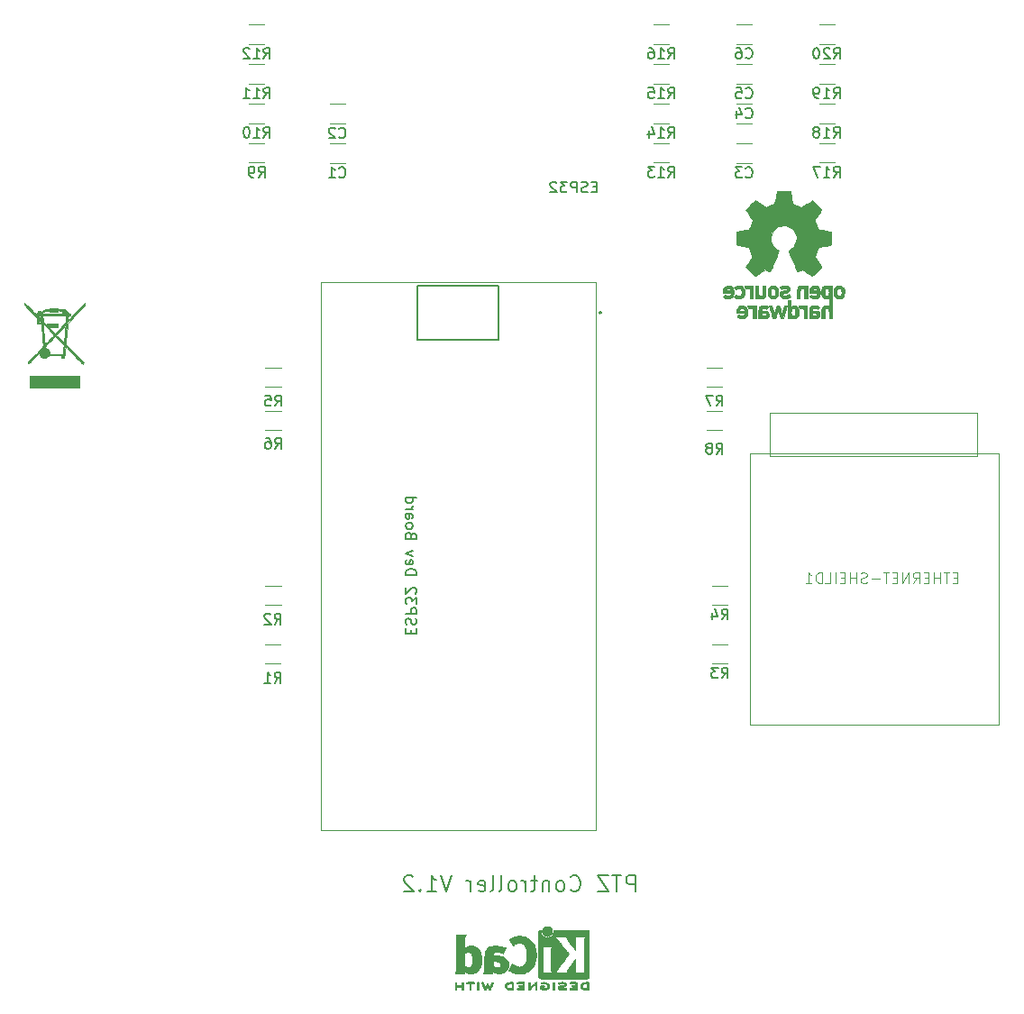
<source format=gbr>
%TF.GenerationSoftware,KiCad,Pcbnew,8.0.2*%
%TF.CreationDate,2024-11-11T15:41:05-05:00*%
%TF.ProjectId,PTZ_Camera_Controler,50545a5f-4361-46d6-9572-615f436f6e74,rev?*%
%TF.SameCoordinates,Original*%
%TF.FileFunction,Legend,Bot*%
%TF.FilePolarity,Positive*%
%FSLAX46Y46*%
G04 Gerber Fmt 4.6, Leading zero omitted, Abs format (unit mm)*
G04 Created by KiCad (PCBNEW 8.0.2) date 2024-11-11 15:41:05*
%MOMM*%
%LPD*%
G01*
G04 APERTURE LIST*
%ADD10C,0.150000*%
%ADD11C,0.100000*%
%ADD12C,0.120000*%
%ADD13C,0.010000*%
%ADD14C,0.200000*%
G04 APERTURE END LIST*
D10*
X160544173Y-137058628D02*
X160544173Y-135558628D01*
X160544173Y-135558628D02*
X159972744Y-135558628D01*
X159972744Y-135558628D02*
X159829887Y-135630057D01*
X159829887Y-135630057D02*
X159758458Y-135701485D01*
X159758458Y-135701485D02*
X159687030Y-135844342D01*
X159687030Y-135844342D02*
X159687030Y-136058628D01*
X159687030Y-136058628D02*
X159758458Y-136201485D01*
X159758458Y-136201485D02*
X159829887Y-136272914D01*
X159829887Y-136272914D02*
X159972744Y-136344342D01*
X159972744Y-136344342D02*
X160544173Y-136344342D01*
X159258458Y-135558628D02*
X158401316Y-135558628D01*
X158829887Y-137058628D02*
X158829887Y-135558628D01*
X158044173Y-135558628D02*
X157044173Y-135558628D01*
X157044173Y-135558628D02*
X158044173Y-137058628D01*
X158044173Y-137058628D02*
X157044173Y-137058628D01*
X154472745Y-136915771D02*
X154544173Y-136987200D01*
X154544173Y-136987200D02*
X154758459Y-137058628D01*
X154758459Y-137058628D02*
X154901316Y-137058628D01*
X154901316Y-137058628D02*
X155115602Y-136987200D01*
X155115602Y-136987200D02*
X155258459Y-136844342D01*
X155258459Y-136844342D02*
X155329888Y-136701485D01*
X155329888Y-136701485D02*
X155401316Y-136415771D01*
X155401316Y-136415771D02*
X155401316Y-136201485D01*
X155401316Y-136201485D02*
X155329888Y-135915771D01*
X155329888Y-135915771D02*
X155258459Y-135772914D01*
X155258459Y-135772914D02*
X155115602Y-135630057D01*
X155115602Y-135630057D02*
X154901316Y-135558628D01*
X154901316Y-135558628D02*
X154758459Y-135558628D01*
X154758459Y-135558628D02*
X154544173Y-135630057D01*
X154544173Y-135630057D02*
X154472745Y-135701485D01*
X153615602Y-137058628D02*
X153758459Y-136987200D01*
X153758459Y-136987200D02*
X153829888Y-136915771D01*
X153829888Y-136915771D02*
X153901316Y-136772914D01*
X153901316Y-136772914D02*
X153901316Y-136344342D01*
X153901316Y-136344342D02*
X153829888Y-136201485D01*
X153829888Y-136201485D02*
X153758459Y-136130057D01*
X153758459Y-136130057D02*
X153615602Y-136058628D01*
X153615602Y-136058628D02*
X153401316Y-136058628D01*
X153401316Y-136058628D02*
X153258459Y-136130057D01*
X153258459Y-136130057D02*
X153187031Y-136201485D01*
X153187031Y-136201485D02*
X153115602Y-136344342D01*
X153115602Y-136344342D02*
X153115602Y-136772914D01*
X153115602Y-136772914D02*
X153187031Y-136915771D01*
X153187031Y-136915771D02*
X153258459Y-136987200D01*
X153258459Y-136987200D02*
X153401316Y-137058628D01*
X153401316Y-137058628D02*
X153615602Y-137058628D01*
X152472745Y-136058628D02*
X152472745Y-137058628D01*
X152472745Y-136201485D02*
X152401316Y-136130057D01*
X152401316Y-136130057D02*
X152258459Y-136058628D01*
X152258459Y-136058628D02*
X152044173Y-136058628D01*
X152044173Y-136058628D02*
X151901316Y-136130057D01*
X151901316Y-136130057D02*
X151829888Y-136272914D01*
X151829888Y-136272914D02*
X151829888Y-137058628D01*
X151329887Y-136058628D02*
X150758459Y-136058628D01*
X151115602Y-135558628D02*
X151115602Y-136844342D01*
X151115602Y-136844342D02*
X151044173Y-136987200D01*
X151044173Y-136987200D02*
X150901316Y-137058628D01*
X150901316Y-137058628D02*
X150758459Y-137058628D01*
X150258459Y-137058628D02*
X150258459Y-136058628D01*
X150258459Y-136344342D02*
X150187030Y-136201485D01*
X150187030Y-136201485D02*
X150115602Y-136130057D01*
X150115602Y-136130057D02*
X149972744Y-136058628D01*
X149972744Y-136058628D02*
X149829887Y-136058628D01*
X149115602Y-137058628D02*
X149258459Y-136987200D01*
X149258459Y-136987200D02*
X149329888Y-136915771D01*
X149329888Y-136915771D02*
X149401316Y-136772914D01*
X149401316Y-136772914D02*
X149401316Y-136344342D01*
X149401316Y-136344342D02*
X149329888Y-136201485D01*
X149329888Y-136201485D02*
X149258459Y-136130057D01*
X149258459Y-136130057D02*
X149115602Y-136058628D01*
X149115602Y-136058628D02*
X148901316Y-136058628D01*
X148901316Y-136058628D02*
X148758459Y-136130057D01*
X148758459Y-136130057D02*
X148687031Y-136201485D01*
X148687031Y-136201485D02*
X148615602Y-136344342D01*
X148615602Y-136344342D02*
X148615602Y-136772914D01*
X148615602Y-136772914D02*
X148687031Y-136915771D01*
X148687031Y-136915771D02*
X148758459Y-136987200D01*
X148758459Y-136987200D02*
X148901316Y-137058628D01*
X148901316Y-137058628D02*
X149115602Y-137058628D01*
X147758459Y-137058628D02*
X147901316Y-136987200D01*
X147901316Y-136987200D02*
X147972745Y-136844342D01*
X147972745Y-136844342D02*
X147972745Y-135558628D01*
X146972745Y-137058628D02*
X147115602Y-136987200D01*
X147115602Y-136987200D02*
X147187031Y-136844342D01*
X147187031Y-136844342D02*
X147187031Y-135558628D01*
X145829888Y-136987200D02*
X145972745Y-137058628D01*
X145972745Y-137058628D02*
X146258460Y-137058628D01*
X146258460Y-137058628D02*
X146401317Y-136987200D01*
X146401317Y-136987200D02*
X146472745Y-136844342D01*
X146472745Y-136844342D02*
X146472745Y-136272914D01*
X146472745Y-136272914D02*
X146401317Y-136130057D01*
X146401317Y-136130057D02*
X146258460Y-136058628D01*
X146258460Y-136058628D02*
X145972745Y-136058628D01*
X145972745Y-136058628D02*
X145829888Y-136130057D01*
X145829888Y-136130057D02*
X145758460Y-136272914D01*
X145758460Y-136272914D02*
X145758460Y-136415771D01*
X145758460Y-136415771D02*
X146472745Y-136558628D01*
X145115603Y-137058628D02*
X145115603Y-136058628D01*
X145115603Y-136344342D02*
X145044174Y-136201485D01*
X145044174Y-136201485D02*
X144972746Y-136130057D01*
X144972746Y-136130057D02*
X144829888Y-136058628D01*
X144829888Y-136058628D02*
X144687031Y-136058628D01*
X143258460Y-135558628D02*
X142758460Y-137058628D01*
X142758460Y-137058628D02*
X142258460Y-135558628D01*
X140972746Y-137058628D02*
X141829889Y-137058628D01*
X141401318Y-137058628D02*
X141401318Y-135558628D01*
X141401318Y-135558628D02*
X141544175Y-135772914D01*
X141544175Y-135772914D02*
X141687032Y-135915771D01*
X141687032Y-135915771D02*
X141829889Y-135987200D01*
X140329890Y-136915771D02*
X140258461Y-136987200D01*
X140258461Y-136987200D02*
X140329890Y-137058628D01*
X140329890Y-137058628D02*
X140401318Y-136987200D01*
X140401318Y-136987200D02*
X140329890Y-136915771D01*
X140329890Y-136915771D02*
X140329890Y-137058628D01*
X139687032Y-135701485D02*
X139615604Y-135630057D01*
X139615604Y-135630057D02*
X139472747Y-135558628D01*
X139472747Y-135558628D02*
X139115604Y-135558628D01*
X139115604Y-135558628D02*
X138972747Y-135630057D01*
X138972747Y-135630057D02*
X138901318Y-135701485D01*
X138901318Y-135701485D02*
X138829889Y-135844342D01*
X138829889Y-135844342D02*
X138829889Y-135987200D01*
X138829889Y-135987200D02*
X138901318Y-136201485D01*
X138901318Y-136201485D02*
X139758461Y-137058628D01*
X139758461Y-137058628D02*
X138829889Y-137058628D01*
X132729166Y-69924580D02*
X132776785Y-69972200D01*
X132776785Y-69972200D02*
X132919642Y-70019819D01*
X132919642Y-70019819D02*
X133014880Y-70019819D01*
X133014880Y-70019819D02*
X133157737Y-69972200D01*
X133157737Y-69972200D02*
X133252975Y-69876961D01*
X133252975Y-69876961D02*
X133300594Y-69781723D01*
X133300594Y-69781723D02*
X133348213Y-69591247D01*
X133348213Y-69591247D02*
X133348213Y-69448390D01*
X133348213Y-69448390D02*
X133300594Y-69257914D01*
X133300594Y-69257914D02*
X133252975Y-69162676D01*
X133252975Y-69162676D02*
X133157737Y-69067438D01*
X133157737Y-69067438D02*
X133014880Y-69019819D01*
X133014880Y-69019819D02*
X132919642Y-69019819D01*
X132919642Y-69019819D02*
X132776785Y-69067438D01*
X132776785Y-69067438D02*
X132729166Y-69115057D01*
X131776785Y-70019819D02*
X132348213Y-70019819D01*
X132062499Y-70019819D02*
X132062499Y-69019819D01*
X132062499Y-69019819D02*
X132157737Y-69162676D01*
X132157737Y-69162676D02*
X132252975Y-69257914D01*
X132252975Y-69257914D02*
X132348213Y-69305533D01*
X126704166Y-95454819D02*
X127037499Y-94978628D01*
X127275594Y-95454819D02*
X127275594Y-94454819D01*
X127275594Y-94454819D02*
X126894642Y-94454819D01*
X126894642Y-94454819D02*
X126799404Y-94502438D01*
X126799404Y-94502438D02*
X126751785Y-94550057D01*
X126751785Y-94550057D02*
X126704166Y-94645295D01*
X126704166Y-94645295D02*
X126704166Y-94788152D01*
X126704166Y-94788152D02*
X126751785Y-94883390D01*
X126751785Y-94883390D02*
X126799404Y-94931009D01*
X126799404Y-94931009D02*
X126894642Y-94978628D01*
X126894642Y-94978628D02*
X127275594Y-94978628D01*
X125847023Y-94454819D02*
X126037499Y-94454819D01*
X126037499Y-94454819D02*
X126132737Y-94502438D01*
X126132737Y-94502438D02*
X126180356Y-94550057D01*
X126180356Y-94550057D02*
X126275594Y-94692914D01*
X126275594Y-94692914D02*
X126323213Y-94883390D01*
X126323213Y-94883390D02*
X126323213Y-95264342D01*
X126323213Y-95264342D02*
X126275594Y-95359580D01*
X126275594Y-95359580D02*
X126227975Y-95407200D01*
X126227975Y-95407200D02*
X126132737Y-95454819D01*
X126132737Y-95454819D02*
X125942261Y-95454819D01*
X125942261Y-95454819D02*
X125847023Y-95407200D01*
X125847023Y-95407200D02*
X125799404Y-95359580D01*
X125799404Y-95359580D02*
X125751785Y-95264342D01*
X125751785Y-95264342D02*
X125751785Y-95026247D01*
X125751785Y-95026247D02*
X125799404Y-94931009D01*
X125799404Y-94931009D02*
X125847023Y-94883390D01*
X125847023Y-94883390D02*
X125942261Y-94835771D01*
X125942261Y-94835771D02*
X126132737Y-94835771D01*
X126132737Y-94835771D02*
X126227975Y-94883390D01*
X126227975Y-94883390D02*
X126275594Y-94931009D01*
X126275594Y-94931009D02*
X126323213Y-95026247D01*
X168166666Y-95954819D02*
X168499999Y-95478628D01*
X168738094Y-95954819D02*
X168738094Y-94954819D01*
X168738094Y-94954819D02*
X168357142Y-94954819D01*
X168357142Y-94954819D02*
X168261904Y-95002438D01*
X168261904Y-95002438D02*
X168214285Y-95050057D01*
X168214285Y-95050057D02*
X168166666Y-95145295D01*
X168166666Y-95145295D02*
X168166666Y-95288152D01*
X168166666Y-95288152D02*
X168214285Y-95383390D01*
X168214285Y-95383390D02*
X168261904Y-95431009D01*
X168261904Y-95431009D02*
X168357142Y-95478628D01*
X168357142Y-95478628D02*
X168738094Y-95478628D01*
X167595237Y-95383390D02*
X167690475Y-95335771D01*
X167690475Y-95335771D02*
X167738094Y-95288152D01*
X167738094Y-95288152D02*
X167785713Y-95192914D01*
X167785713Y-95192914D02*
X167785713Y-95145295D01*
X167785713Y-95145295D02*
X167738094Y-95050057D01*
X167738094Y-95050057D02*
X167690475Y-95002438D01*
X167690475Y-95002438D02*
X167595237Y-94954819D01*
X167595237Y-94954819D02*
X167404761Y-94954819D01*
X167404761Y-94954819D02*
X167309523Y-95002438D01*
X167309523Y-95002438D02*
X167261904Y-95050057D01*
X167261904Y-95050057D02*
X167214285Y-95145295D01*
X167214285Y-95145295D02*
X167214285Y-95192914D01*
X167214285Y-95192914D02*
X167261904Y-95288152D01*
X167261904Y-95288152D02*
X167309523Y-95335771D01*
X167309523Y-95335771D02*
X167404761Y-95383390D01*
X167404761Y-95383390D02*
X167595237Y-95383390D01*
X167595237Y-95383390D02*
X167690475Y-95431009D01*
X167690475Y-95431009D02*
X167738094Y-95478628D01*
X167738094Y-95478628D02*
X167785713Y-95573866D01*
X167785713Y-95573866D02*
X167785713Y-95764342D01*
X167785713Y-95764342D02*
X167738094Y-95859580D01*
X167738094Y-95859580D02*
X167690475Y-95907200D01*
X167690475Y-95907200D02*
X167595237Y-95954819D01*
X167595237Y-95954819D02*
X167404761Y-95954819D01*
X167404761Y-95954819D02*
X167309523Y-95907200D01*
X167309523Y-95907200D02*
X167261904Y-95859580D01*
X167261904Y-95859580D02*
X167214285Y-95764342D01*
X167214285Y-95764342D02*
X167214285Y-95573866D01*
X167214285Y-95573866D02*
X167261904Y-95478628D01*
X167261904Y-95478628D02*
X167309523Y-95431009D01*
X167309523Y-95431009D02*
X167404761Y-95383390D01*
X126666666Y-117454819D02*
X126999999Y-116978628D01*
X127238094Y-117454819D02*
X127238094Y-116454819D01*
X127238094Y-116454819D02*
X126857142Y-116454819D01*
X126857142Y-116454819D02*
X126761904Y-116502438D01*
X126761904Y-116502438D02*
X126714285Y-116550057D01*
X126714285Y-116550057D02*
X126666666Y-116645295D01*
X126666666Y-116645295D02*
X126666666Y-116788152D01*
X126666666Y-116788152D02*
X126714285Y-116883390D01*
X126714285Y-116883390D02*
X126761904Y-116931009D01*
X126761904Y-116931009D02*
X126857142Y-116978628D01*
X126857142Y-116978628D02*
X127238094Y-116978628D01*
X125714285Y-117454819D02*
X126285713Y-117454819D01*
X125999999Y-117454819D02*
X125999999Y-116454819D01*
X125999999Y-116454819D02*
X126095237Y-116597676D01*
X126095237Y-116597676D02*
X126190475Y-116692914D01*
X126190475Y-116692914D02*
X126285713Y-116740533D01*
X126666666Y-111954819D02*
X126999999Y-111478628D01*
X127238094Y-111954819D02*
X127238094Y-110954819D01*
X127238094Y-110954819D02*
X126857142Y-110954819D01*
X126857142Y-110954819D02*
X126761904Y-111002438D01*
X126761904Y-111002438D02*
X126714285Y-111050057D01*
X126714285Y-111050057D02*
X126666666Y-111145295D01*
X126666666Y-111145295D02*
X126666666Y-111288152D01*
X126666666Y-111288152D02*
X126714285Y-111383390D01*
X126714285Y-111383390D02*
X126761904Y-111431009D01*
X126761904Y-111431009D02*
X126857142Y-111478628D01*
X126857142Y-111478628D02*
X127238094Y-111478628D01*
X126285713Y-111050057D02*
X126238094Y-111002438D01*
X126238094Y-111002438D02*
X126142856Y-110954819D01*
X126142856Y-110954819D02*
X125904761Y-110954819D01*
X125904761Y-110954819D02*
X125809523Y-111002438D01*
X125809523Y-111002438D02*
X125761904Y-111050057D01*
X125761904Y-111050057D02*
X125714285Y-111145295D01*
X125714285Y-111145295D02*
X125714285Y-111240533D01*
X125714285Y-111240533D02*
X125761904Y-111383390D01*
X125761904Y-111383390D02*
X126333332Y-111954819D01*
X126333332Y-111954819D02*
X125714285Y-111954819D01*
X163642857Y-62534819D02*
X163976190Y-62058628D01*
X164214285Y-62534819D02*
X164214285Y-61534819D01*
X164214285Y-61534819D02*
X163833333Y-61534819D01*
X163833333Y-61534819D02*
X163738095Y-61582438D01*
X163738095Y-61582438D02*
X163690476Y-61630057D01*
X163690476Y-61630057D02*
X163642857Y-61725295D01*
X163642857Y-61725295D02*
X163642857Y-61868152D01*
X163642857Y-61868152D02*
X163690476Y-61963390D01*
X163690476Y-61963390D02*
X163738095Y-62011009D01*
X163738095Y-62011009D02*
X163833333Y-62058628D01*
X163833333Y-62058628D02*
X164214285Y-62058628D01*
X162690476Y-62534819D02*
X163261904Y-62534819D01*
X162976190Y-62534819D02*
X162976190Y-61534819D01*
X162976190Y-61534819D02*
X163071428Y-61677676D01*
X163071428Y-61677676D02*
X163166666Y-61772914D01*
X163166666Y-61772914D02*
X163261904Y-61820533D01*
X161785714Y-61534819D02*
X162261904Y-61534819D01*
X162261904Y-61534819D02*
X162309523Y-62011009D01*
X162309523Y-62011009D02*
X162261904Y-61963390D01*
X162261904Y-61963390D02*
X162166666Y-61915771D01*
X162166666Y-61915771D02*
X161928571Y-61915771D01*
X161928571Y-61915771D02*
X161833333Y-61963390D01*
X161833333Y-61963390D02*
X161785714Y-62011009D01*
X161785714Y-62011009D02*
X161738095Y-62106247D01*
X161738095Y-62106247D02*
X161738095Y-62344342D01*
X161738095Y-62344342D02*
X161785714Y-62439580D01*
X161785714Y-62439580D02*
X161833333Y-62487200D01*
X161833333Y-62487200D02*
X161928571Y-62534819D01*
X161928571Y-62534819D02*
X162166666Y-62534819D01*
X162166666Y-62534819D02*
X162261904Y-62487200D01*
X162261904Y-62487200D02*
X162309523Y-62439580D01*
X170935466Y-58727080D02*
X170983085Y-58774700D01*
X170983085Y-58774700D02*
X171125942Y-58822319D01*
X171125942Y-58822319D02*
X171221180Y-58822319D01*
X171221180Y-58822319D02*
X171364037Y-58774700D01*
X171364037Y-58774700D02*
X171459275Y-58679461D01*
X171459275Y-58679461D02*
X171506894Y-58584223D01*
X171506894Y-58584223D02*
X171554513Y-58393747D01*
X171554513Y-58393747D02*
X171554513Y-58250890D01*
X171554513Y-58250890D02*
X171506894Y-58060414D01*
X171506894Y-58060414D02*
X171459275Y-57965176D01*
X171459275Y-57965176D02*
X171364037Y-57869938D01*
X171364037Y-57869938D02*
X171221180Y-57822319D01*
X171221180Y-57822319D02*
X171125942Y-57822319D01*
X171125942Y-57822319D02*
X170983085Y-57869938D01*
X170983085Y-57869938D02*
X170935466Y-57917557D01*
X170078323Y-57822319D02*
X170268799Y-57822319D01*
X170268799Y-57822319D02*
X170364037Y-57869938D01*
X170364037Y-57869938D02*
X170411656Y-57917557D01*
X170411656Y-57917557D02*
X170506894Y-58060414D01*
X170506894Y-58060414D02*
X170554513Y-58250890D01*
X170554513Y-58250890D02*
X170554513Y-58631842D01*
X170554513Y-58631842D02*
X170506894Y-58727080D01*
X170506894Y-58727080D02*
X170459275Y-58774700D01*
X170459275Y-58774700D02*
X170364037Y-58822319D01*
X170364037Y-58822319D02*
X170173561Y-58822319D01*
X170173561Y-58822319D02*
X170078323Y-58774700D01*
X170078323Y-58774700D02*
X170030704Y-58727080D01*
X170030704Y-58727080D02*
X169983085Y-58631842D01*
X169983085Y-58631842D02*
X169983085Y-58393747D01*
X169983085Y-58393747D02*
X170030704Y-58298509D01*
X170030704Y-58298509D02*
X170078323Y-58250890D01*
X170078323Y-58250890D02*
X170173561Y-58203271D01*
X170173561Y-58203271D02*
X170364037Y-58203271D01*
X170364037Y-58203271D02*
X170459275Y-58250890D01*
X170459275Y-58250890D02*
X170506894Y-58298509D01*
X170506894Y-58298509D02*
X170554513Y-58393747D01*
X132729166Y-66212080D02*
X132776785Y-66259700D01*
X132776785Y-66259700D02*
X132919642Y-66307319D01*
X132919642Y-66307319D02*
X133014880Y-66307319D01*
X133014880Y-66307319D02*
X133157737Y-66259700D01*
X133157737Y-66259700D02*
X133252975Y-66164461D01*
X133252975Y-66164461D02*
X133300594Y-66069223D01*
X133300594Y-66069223D02*
X133348213Y-65878747D01*
X133348213Y-65878747D02*
X133348213Y-65735890D01*
X133348213Y-65735890D02*
X133300594Y-65545414D01*
X133300594Y-65545414D02*
X133252975Y-65450176D01*
X133252975Y-65450176D02*
X133157737Y-65354938D01*
X133157737Y-65354938D02*
X133014880Y-65307319D01*
X133014880Y-65307319D02*
X132919642Y-65307319D01*
X132919642Y-65307319D02*
X132776785Y-65354938D01*
X132776785Y-65354938D02*
X132729166Y-65402557D01*
X132348213Y-65402557D02*
X132300594Y-65354938D01*
X132300594Y-65354938D02*
X132205356Y-65307319D01*
X132205356Y-65307319D02*
X131967261Y-65307319D01*
X131967261Y-65307319D02*
X131872023Y-65354938D01*
X131872023Y-65354938D02*
X131824404Y-65402557D01*
X131824404Y-65402557D02*
X131776785Y-65497795D01*
X131776785Y-65497795D02*
X131776785Y-65593033D01*
X131776785Y-65593033D02*
X131824404Y-65735890D01*
X131824404Y-65735890D02*
X132395832Y-66307319D01*
X132395832Y-66307319D02*
X131776785Y-66307319D01*
X168666666Y-117024819D02*
X168999999Y-116548628D01*
X169238094Y-117024819D02*
X169238094Y-116024819D01*
X169238094Y-116024819D02*
X168857142Y-116024819D01*
X168857142Y-116024819D02*
X168761904Y-116072438D01*
X168761904Y-116072438D02*
X168714285Y-116120057D01*
X168714285Y-116120057D02*
X168666666Y-116215295D01*
X168666666Y-116215295D02*
X168666666Y-116358152D01*
X168666666Y-116358152D02*
X168714285Y-116453390D01*
X168714285Y-116453390D02*
X168761904Y-116501009D01*
X168761904Y-116501009D02*
X168857142Y-116548628D01*
X168857142Y-116548628D02*
X169238094Y-116548628D01*
X168333332Y-116024819D02*
X167714285Y-116024819D01*
X167714285Y-116024819D02*
X168047618Y-116405771D01*
X168047618Y-116405771D02*
X167904761Y-116405771D01*
X167904761Y-116405771D02*
X167809523Y-116453390D01*
X167809523Y-116453390D02*
X167761904Y-116501009D01*
X167761904Y-116501009D02*
X167714285Y-116596247D01*
X167714285Y-116596247D02*
X167714285Y-116834342D01*
X167714285Y-116834342D02*
X167761904Y-116929580D01*
X167761904Y-116929580D02*
X167809523Y-116977200D01*
X167809523Y-116977200D02*
X167904761Y-117024819D01*
X167904761Y-117024819D02*
X168190475Y-117024819D01*
X168190475Y-117024819D02*
X168285713Y-116977200D01*
X168285713Y-116977200D02*
X168333332Y-116929580D01*
X125166666Y-69959819D02*
X125499999Y-69483628D01*
X125738094Y-69959819D02*
X125738094Y-68959819D01*
X125738094Y-68959819D02*
X125357142Y-68959819D01*
X125357142Y-68959819D02*
X125261904Y-69007438D01*
X125261904Y-69007438D02*
X125214285Y-69055057D01*
X125214285Y-69055057D02*
X125166666Y-69150295D01*
X125166666Y-69150295D02*
X125166666Y-69293152D01*
X125166666Y-69293152D02*
X125214285Y-69388390D01*
X125214285Y-69388390D02*
X125261904Y-69436009D01*
X125261904Y-69436009D02*
X125357142Y-69483628D01*
X125357142Y-69483628D02*
X125738094Y-69483628D01*
X124690475Y-69959819D02*
X124499999Y-69959819D01*
X124499999Y-69959819D02*
X124404761Y-69912200D01*
X124404761Y-69912200D02*
X124357142Y-69864580D01*
X124357142Y-69864580D02*
X124261904Y-69721723D01*
X124261904Y-69721723D02*
X124214285Y-69531247D01*
X124214285Y-69531247D02*
X124214285Y-69150295D01*
X124214285Y-69150295D02*
X124261904Y-69055057D01*
X124261904Y-69055057D02*
X124309523Y-69007438D01*
X124309523Y-69007438D02*
X124404761Y-68959819D01*
X124404761Y-68959819D02*
X124595237Y-68959819D01*
X124595237Y-68959819D02*
X124690475Y-69007438D01*
X124690475Y-69007438D02*
X124738094Y-69055057D01*
X124738094Y-69055057D02*
X124785713Y-69150295D01*
X124785713Y-69150295D02*
X124785713Y-69388390D01*
X124785713Y-69388390D02*
X124738094Y-69483628D01*
X124738094Y-69483628D02*
X124690475Y-69531247D01*
X124690475Y-69531247D02*
X124595237Y-69578866D01*
X124595237Y-69578866D02*
X124404761Y-69578866D01*
X124404761Y-69578866D02*
X124309523Y-69531247D01*
X124309523Y-69531247D02*
X124261904Y-69483628D01*
X124261904Y-69483628D02*
X124214285Y-69388390D01*
X170935466Y-64342080D02*
X170983085Y-64389700D01*
X170983085Y-64389700D02*
X171125942Y-64437319D01*
X171125942Y-64437319D02*
X171221180Y-64437319D01*
X171221180Y-64437319D02*
X171364037Y-64389700D01*
X171364037Y-64389700D02*
X171459275Y-64294461D01*
X171459275Y-64294461D02*
X171506894Y-64199223D01*
X171506894Y-64199223D02*
X171554513Y-64008747D01*
X171554513Y-64008747D02*
X171554513Y-63865890D01*
X171554513Y-63865890D02*
X171506894Y-63675414D01*
X171506894Y-63675414D02*
X171459275Y-63580176D01*
X171459275Y-63580176D02*
X171364037Y-63484938D01*
X171364037Y-63484938D02*
X171221180Y-63437319D01*
X171221180Y-63437319D02*
X171125942Y-63437319D01*
X171125942Y-63437319D02*
X170983085Y-63484938D01*
X170983085Y-63484938D02*
X170935466Y-63532557D01*
X170078323Y-63770652D02*
X170078323Y-64437319D01*
X170316418Y-63389700D02*
X170554513Y-64103985D01*
X170554513Y-64103985D02*
X169935466Y-64103985D01*
X168666666Y-111524819D02*
X168999999Y-111048628D01*
X169238094Y-111524819D02*
X169238094Y-110524819D01*
X169238094Y-110524819D02*
X168857142Y-110524819D01*
X168857142Y-110524819D02*
X168761904Y-110572438D01*
X168761904Y-110572438D02*
X168714285Y-110620057D01*
X168714285Y-110620057D02*
X168666666Y-110715295D01*
X168666666Y-110715295D02*
X168666666Y-110858152D01*
X168666666Y-110858152D02*
X168714285Y-110953390D01*
X168714285Y-110953390D02*
X168761904Y-111001009D01*
X168761904Y-111001009D02*
X168857142Y-111048628D01*
X168857142Y-111048628D02*
X169238094Y-111048628D01*
X167809523Y-110858152D02*
X167809523Y-111524819D01*
X168047618Y-110477200D02*
X168285713Y-111191485D01*
X168285713Y-111191485D02*
X167666666Y-111191485D01*
X163642857Y-66247319D02*
X163976190Y-65771128D01*
X164214285Y-66247319D02*
X164214285Y-65247319D01*
X164214285Y-65247319D02*
X163833333Y-65247319D01*
X163833333Y-65247319D02*
X163738095Y-65294938D01*
X163738095Y-65294938D02*
X163690476Y-65342557D01*
X163690476Y-65342557D02*
X163642857Y-65437795D01*
X163642857Y-65437795D02*
X163642857Y-65580652D01*
X163642857Y-65580652D02*
X163690476Y-65675890D01*
X163690476Y-65675890D02*
X163738095Y-65723509D01*
X163738095Y-65723509D02*
X163833333Y-65771128D01*
X163833333Y-65771128D02*
X164214285Y-65771128D01*
X162690476Y-66247319D02*
X163261904Y-66247319D01*
X162976190Y-66247319D02*
X162976190Y-65247319D01*
X162976190Y-65247319D02*
X163071428Y-65390176D01*
X163071428Y-65390176D02*
X163166666Y-65485414D01*
X163166666Y-65485414D02*
X163261904Y-65533033D01*
X161833333Y-65580652D02*
X161833333Y-66247319D01*
X162071428Y-65199700D02*
X162309523Y-65913985D01*
X162309523Y-65913985D02*
X161690476Y-65913985D01*
X125642857Y-66247319D02*
X125976190Y-65771128D01*
X126214285Y-66247319D02*
X126214285Y-65247319D01*
X126214285Y-65247319D02*
X125833333Y-65247319D01*
X125833333Y-65247319D02*
X125738095Y-65294938D01*
X125738095Y-65294938D02*
X125690476Y-65342557D01*
X125690476Y-65342557D02*
X125642857Y-65437795D01*
X125642857Y-65437795D02*
X125642857Y-65580652D01*
X125642857Y-65580652D02*
X125690476Y-65675890D01*
X125690476Y-65675890D02*
X125738095Y-65723509D01*
X125738095Y-65723509D02*
X125833333Y-65771128D01*
X125833333Y-65771128D02*
X126214285Y-65771128D01*
X124690476Y-66247319D02*
X125261904Y-66247319D01*
X124976190Y-66247319D02*
X124976190Y-65247319D01*
X124976190Y-65247319D02*
X125071428Y-65390176D01*
X125071428Y-65390176D02*
X125166666Y-65485414D01*
X125166666Y-65485414D02*
X125261904Y-65533033D01*
X124071428Y-65247319D02*
X123976190Y-65247319D01*
X123976190Y-65247319D02*
X123880952Y-65294938D01*
X123880952Y-65294938D02*
X123833333Y-65342557D01*
X123833333Y-65342557D02*
X123785714Y-65437795D01*
X123785714Y-65437795D02*
X123738095Y-65628271D01*
X123738095Y-65628271D02*
X123738095Y-65866366D01*
X123738095Y-65866366D02*
X123785714Y-66056842D01*
X123785714Y-66056842D02*
X123833333Y-66152080D01*
X123833333Y-66152080D02*
X123880952Y-66199700D01*
X123880952Y-66199700D02*
X123976190Y-66247319D01*
X123976190Y-66247319D02*
X124071428Y-66247319D01*
X124071428Y-66247319D02*
X124166666Y-66199700D01*
X124166666Y-66199700D02*
X124214285Y-66152080D01*
X124214285Y-66152080D02*
X124261904Y-66056842D01*
X124261904Y-66056842D02*
X124309523Y-65866366D01*
X124309523Y-65866366D02*
X124309523Y-65628271D01*
X124309523Y-65628271D02*
X124261904Y-65437795D01*
X124261904Y-65437795D02*
X124214285Y-65342557D01*
X124214285Y-65342557D02*
X124166666Y-65294938D01*
X124166666Y-65294938D02*
X124071428Y-65247319D01*
X179180357Y-66242319D02*
X179513690Y-65766128D01*
X179751785Y-66242319D02*
X179751785Y-65242319D01*
X179751785Y-65242319D02*
X179370833Y-65242319D01*
X179370833Y-65242319D02*
X179275595Y-65289938D01*
X179275595Y-65289938D02*
X179227976Y-65337557D01*
X179227976Y-65337557D02*
X179180357Y-65432795D01*
X179180357Y-65432795D02*
X179180357Y-65575652D01*
X179180357Y-65575652D02*
X179227976Y-65670890D01*
X179227976Y-65670890D02*
X179275595Y-65718509D01*
X179275595Y-65718509D02*
X179370833Y-65766128D01*
X179370833Y-65766128D02*
X179751785Y-65766128D01*
X178227976Y-66242319D02*
X178799404Y-66242319D01*
X178513690Y-66242319D02*
X178513690Y-65242319D01*
X178513690Y-65242319D02*
X178608928Y-65385176D01*
X178608928Y-65385176D02*
X178704166Y-65480414D01*
X178704166Y-65480414D02*
X178799404Y-65528033D01*
X177656547Y-65670890D02*
X177751785Y-65623271D01*
X177751785Y-65623271D02*
X177799404Y-65575652D01*
X177799404Y-65575652D02*
X177847023Y-65480414D01*
X177847023Y-65480414D02*
X177847023Y-65432795D01*
X177847023Y-65432795D02*
X177799404Y-65337557D01*
X177799404Y-65337557D02*
X177751785Y-65289938D01*
X177751785Y-65289938D02*
X177656547Y-65242319D01*
X177656547Y-65242319D02*
X177466071Y-65242319D01*
X177466071Y-65242319D02*
X177370833Y-65289938D01*
X177370833Y-65289938D02*
X177323214Y-65337557D01*
X177323214Y-65337557D02*
X177275595Y-65432795D01*
X177275595Y-65432795D02*
X177275595Y-65480414D01*
X177275595Y-65480414D02*
X177323214Y-65575652D01*
X177323214Y-65575652D02*
X177370833Y-65623271D01*
X177370833Y-65623271D02*
X177466071Y-65670890D01*
X177466071Y-65670890D02*
X177656547Y-65670890D01*
X177656547Y-65670890D02*
X177751785Y-65718509D01*
X177751785Y-65718509D02*
X177799404Y-65766128D01*
X177799404Y-65766128D02*
X177847023Y-65861366D01*
X177847023Y-65861366D02*
X177847023Y-66051842D01*
X177847023Y-66051842D02*
X177799404Y-66147080D01*
X177799404Y-66147080D02*
X177751785Y-66194700D01*
X177751785Y-66194700D02*
X177656547Y-66242319D01*
X177656547Y-66242319D02*
X177466071Y-66242319D01*
X177466071Y-66242319D02*
X177370833Y-66194700D01*
X177370833Y-66194700D02*
X177323214Y-66147080D01*
X177323214Y-66147080D02*
X177275595Y-66051842D01*
X177275595Y-66051842D02*
X177275595Y-65861366D01*
X177275595Y-65861366D02*
X177323214Y-65766128D01*
X177323214Y-65766128D02*
X177370833Y-65718509D01*
X177370833Y-65718509D02*
X177466071Y-65670890D01*
X163642857Y-69959819D02*
X163976190Y-69483628D01*
X164214285Y-69959819D02*
X164214285Y-68959819D01*
X164214285Y-68959819D02*
X163833333Y-68959819D01*
X163833333Y-68959819D02*
X163738095Y-69007438D01*
X163738095Y-69007438D02*
X163690476Y-69055057D01*
X163690476Y-69055057D02*
X163642857Y-69150295D01*
X163642857Y-69150295D02*
X163642857Y-69293152D01*
X163642857Y-69293152D02*
X163690476Y-69388390D01*
X163690476Y-69388390D02*
X163738095Y-69436009D01*
X163738095Y-69436009D02*
X163833333Y-69483628D01*
X163833333Y-69483628D02*
X164214285Y-69483628D01*
X162690476Y-69959819D02*
X163261904Y-69959819D01*
X162976190Y-69959819D02*
X162976190Y-68959819D01*
X162976190Y-68959819D02*
X163071428Y-69102676D01*
X163071428Y-69102676D02*
X163166666Y-69197914D01*
X163166666Y-69197914D02*
X163261904Y-69245533D01*
X162357142Y-68959819D02*
X161738095Y-68959819D01*
X161738095Y-68959819D02*
X162071428Y-69340771D01*
X162071428Y-69340771D02*
X161928571Y-69340771D01*
X161928571Y-69340771D02*
X161833333Y-69388390D01*
X161833333Y-69388390D02*
X161785714Y-69436009D01*
X161785714Y-69436009D02*
X161738095Y-69531247D01*
X161738095Y-69531247D02*
X161738095Y-69769342D01*
X161738095Y-69769342D02*
X161785714Y-69864580D01*
X161785714Y-69864580D02*
X161833333Y-69912200D01*
X161833333Y-69912200D02*
X161928571Y-69959819D01*
X161928571Y-69959819D02*
X162214285Y-69959819D01*
X162214285Y-69959819D02*
X162309523Y-69912200D01*
X162309523Y-69912200D02*
X162357142Y-69864580D01*
X126704166Y-91454819D02*
X127037499Y-90978628D01*
X127275594Y-91454819D02*
X127275594Y-90454819D01*
X127275594Y-90454819D02*
X126894642Y-90454819D01*
X126894642Y-90454819D02*
X126799404Y-90502438D01*
X126799404Y-90502438D02*
X126751785Y-90550057D01*
X126751785Y-90550057D02*
X126704166Y-90645295D01*
X126704166Y-90645295D02*
X126704166Y-90788152D01*
X126704166Y-90788152D02*
X126751785Y-90883390D01*
X126751785Y-90883390D02*
X126799404Y-90931009D01*
X126799404Y-90931009D02*
X126894642Y-90978628D01*
X126894642Y-90978628D02*
X127275594Y-90978628D01*
X125799404Y-90454819D02*
X126275594Y-90454819D01*
X126275594Y-90454819D02*
X126323213Y-90931009D01*
X126323213Y-90931009D02*
X126275594Y-90883390D01*
X126275594Y-90883390D02*
X126180356Y-90835771D01*
X126180356Y-90835771D02*
X125942261Y-90835771D01*
X125942261Y-90835771D02*
X125847023Y-90883390D01*
X125847023Y-90883390D02*
X125799404Y-90931009D01*
X125799404Y-90931009D02*
X125751785Y-91026247D01*
X125751785Y-91026247D02*
X125751785Y-91264342D01*
X125751785Y-91264342D02*
X125799404Y-91359580D01*
X125799404Y-91359580D02*
X125847023Y-91407200D01*
X125847023Y-91407200D02*
X125942261Y-91454819D01*
X125942261Y-91454819D02*
X126180356Y-91454819D01*
X126180356Y-91454819D02*
X126275594Y-91407200D01*
X126275594Y-91407200D02*
X126323213Y-91359580D01*
X170935466Y-62459580D02*
X170983085Y-62507200D01*
X170983085Y-62507200D02*
X171125942Y-62554819D01*
X171125942Y-62554819D02*
X171221180Y-62554819D01*
X171221180Y-62554819D02*
X171364037Y-62507200D01*
X171364037Y-62507200D02*
X171459275Y-62411961D01*
X171459275Y-62411961D02*
X171506894Y-62316723D01*
X171506894Y-62316723D02*
X171554513Y-62126247D01*
X171554513Y-62126247D02*
X171554513Y-61983390D01*
X171554513Y-61983390D02*
X171506894Y-61792914D01*
X171506894Y-61792914D02*
X171459275Y-61697676D01*
X171459275Y-61697676D02*
X171364037Y-61602438D01*
X171364037Y-61602438D02*
X171221180Y-61554819D01*
X171221180Y-61554819D02*
X171125942Y-61554819D01*
X171125942Y-61554819D02*
X170983085Y-61602438D01*
X170983085Y-61602438D02*
X170935466Y-61650057D01*
X170030704Y-61554819D02*
X170506894Y-61554819D01*
X170506894Y-61554819D02*
X170554513Y-62031009D01*
X170554513Y-62031009D02*
X170506894Y-61983390D01*
X170506894Y-61983390D02*
X170411656Y-61935771D01*
X170411656Y-61935771D02*
X170173561Y-61935771D01*
X170173561Y-61935771D02*
X170078323Y-61983390D01*
X170078323Y-61983390D02*
X170030704Y-62031009D01*
X170030704Y-62031009D02*
X169983085Y-62126247D01*
X169983085Y-62126247D02*
X169983085Y-62364342D01*
X169983085Y-62364342D02*
X170030704Y-62459580D01*
X170030704Y-62459580D02*
X170078323Y-62507200D01*
X170078323Y-62507200D02*
X170173561Y-62554819D01*
X170173561Y-62554819D02*
X170411656Y-62554819D01*
X170411656Y-62554819D02*
X170506894Y-62507200D01*
X170506894Y-62507200D02*
X170554513Y-62459580D01*
X156902859Y-70869462D02*
X156569397Y-70869462D01*
X156426485Y-71393474D02*
X156902859Y-71393474D01*
X156902859Y-71393474D02*
X156902859Y-70393088D01*
X156902859Y-70393088D02*
X156426485Y-70393088D01*
X156045386Y-71345837D02*
X155902474Y-71393474D01*
X155902474Y-71393474D02*
X155664286Y-71393474D01*
X155664286Y-71393474D02*
X155569012Y-71345837D01*
X155569012Y-71345837D02*
X155521374Y-71298199D01*
X155521374Y-71298199D02*
X155473737Y-71202924D01*
X155473737Y-71202924D02*
X155473737Y-71107649D01*
X155473737Y-71107649D02*
X155521374Y-71012375D01*
X155521374Y-71012375D02*
X155569012Y-70964737D01*
X155569012Y-70964737D02*
X155664286Y-70917100D01*
X155664286Y-70917100D02*
X155854836Y-70869462D01*
X155854836Y-70869462D02*
X155950111Y-70821825D01*
X155950111Y-70821825D02*
X155997748Y-70774187D01*
X155997748Y-70774187D02*
X156045386Y-70678913D01*
X156045386Y-70678913D02*
X156045386Y-70583638D01*
X156045386Y-70583638D02*
X155997748Y-70488363D01*
X155997748Y-70488363D02*
X155950111Y-70440725D01*
X155950111Y-70440725D02*
X155854836Y-70393088D01*
X155854836Y-70393088D02*
X155616649Y-70393088D01*
X155616649Y-70393088D02*
X155473737Y-70440725D01*
X155044999Y-71393474D02*
X155044999Y-70393088D01*
X155044999Y-70393088D02*
X154663900Y-70393088D01*
X154663900Y-70393088D02*
X154568625Y-70440725D01*
X154568625Y-70440725D02*
X154520988Y-70488363D01*
X154520988Y-70488363D02*
X154473350Y-70583638D01*
X154473350Y-70583638D02*
X154473350Y-70726550D01*
X154473350Y-70726550D02*
X154520988Y-70821825D01*
X154520988Y-70821825D02*
X154568625Y-70869462D01*
X154568625Y-70869462D02*
X154663900Y-70917100D01*
X154663900Y-70917100D02*
X155044999Y-70917100D01*
X154139888Y-70393088D02*
X153520602Y-70393088D01*
X153520602Y-70393088D02*
X153854064Y-70774187D01*
X153854064Y-70774187D02*
X153711151Y-70774187D01*
X153711151Y-70774187D02*
X153615877Y-70821825D01*
X153615877Y-70821825D02*
X153568239Y-70869462D01*
X153568239Y-70869462D02*
X153520602Y-70964737D01*
X153520602Y-70964737D02*
X153520602Y-71202924D01*
X153520602Y-71202924D02*
X153568239Y-71298199D01*
X153568239Y-71298199D02*
X153615877Y-71345837D01*
X153615877Y-71345837D02*
X153711151Y-71393474D01*
X153711151Y-71393474D02*
X153996976Y-71393474D01*
X153996976Y-71393474D02*
X154092251Y-71345837D01*
X154092251Y-71345837D02*
X154139888Y-71298199D01*
X153139502Y-70488363D02*
X153091864Y-70440725D01*
X153091864Y-70440725D02*
X152996590Y-70393088D01*
X152996590Y-70393088D02*
X152758402Y-70393088D01*
X152758402Y-70393088D02*
X152663128Y-70440725D01*
X152663128Y-70440725D02*
X152615490Y-70488363D01*
X152615490Y-70488363D02*
X152567853Y-70583638D01*
X152567853Y-70583638D02*
X152567853Y-70678913D01*
X152567853Y-70678913D02*
X152615490Y-70821825D01*
X152615490Y-70821825D02*
X153187139Y-71393474D01*
X153187139Y-71393474D02*
X152567853Y-71393474D01*
X139503990Y-112833220D02*
X139503990Y-112499887D01*
X138980180Y-112357030D02*
X138980180Y-112833220D01*
X138980180Y-112833220D02*
X139980180Y-112833220D01*
X139980180Y-112833220D02*
X139980180Y-112357030D01*
X139027800Y-111976077D02*
X138980180Y-111833220D01*
X138980180Y-111833220D02*
X138980180Y-111595125D01*
X138980180Y-111595125D02*
X139027800Y-111499887D01*
X139027800Y-111499887D02*
X139075419Y-111452268D01*
X139075419Y-111452268D02*
X139170657Y-111404649D01*
X139170657Y-111404649D02*
X139265895Y-111404649D01*
X139265895Y-111404649D02*
X139361133Y-111452268D01*
X139361133Y-111452268D02*
X139408752Y-111499887D01*
X139408752Y-111499887D02*
X139456371Y-111595125D01*
X139456371Y-111595125D02*
X139503990Y-111785601D01*
X139503990Y-111785601D02*
X139551609Y-111880839D01*
X139551609Y-111880839D02*
X139599228Y-111928458D01*
X139599228Y-111928458D02*
X139694466Y-111976077D01*
X139694466Y-111976077D02*
X139789704Y-111976077D01*
X139789704Y-111976077D02*
X139884942Y-111928458D01*
X139884942Y-111928458D02*
X139932561Y-111880839D01*
X139932561Y-111880839D02*
X139980180Y-111785601D01*
X139980180Y-111785601D02*
X139980180Y-111547506D01*
X139980180Y-111547506D02*
X139932561Y-111404649D01*
X138980180Y-110976077D02*
X139980180Y-110976077D01*
X139980180Y-110976077D02*
X139980180Y-110595125D01*
X139980180Y-110595125D02*
X139932561Y-110499887D01*
X139932561Y-110499887D02*
X139884942Y-110452268D01*
X139884942Y-110452268D02*
X139789704Y-110404649D01*
X139789704Y-110404649D02*
X139646847Y-110404649D01*
X139646847Y-110404649D02*
X139551609Y-110452268D01*
X139551609Y-110452268D02*
X139503990Y-110499887D01*
X139503990Y-110499887D02*
X139456371Y-110595125D01*
X139456371Y-110595125D02*
X139456371Y-110976077D01*
X139980180Y-110071315D02*
X139980180Y-109452268D01*
X139980180Y-109452268D02*
X139599228Y-109785601D01*
X139599228Y-109785601D02*
X139599228Y-109642744D01*
X139599228Y-109642744D02*
X139551609Y-109547506D01*
X139551609Y-109547506D02*
X139503990Y-109499887D01*
X139503990Y-109499887D02*
X139408752Y-109452268D01*
X139408752Y-109452268D02*
X139170657Y-109452268D01*
X139170657Y-109452268D02*
X139075419Y-109499887D01*
X139075419Y-109499887D02*
X139027800Y-109547506D01*
X139027800Y-109547506D02*
X138980180Y-109642744D01*
X138980180Y-109642744D02*
X138980180Y-109928458D01*
X138980180Y-109928458D02*
X139027800Y-110023696D01*
X139027800Y-110023696D02*
X139075419Y-110071315D01*
X139884942Y-109071315D02*
X139932561Y-109023696D01*
X139932561Y-109023696D02*
X139980180Y-108928458D01*
X139980180Y-108928458D02*
X139980180Y-108690363D01*
X139980180Y-108690363D02*
X139932561Y-108595125D01*
X139932561Y-108595125D02*
X139884942Y-108547506D01*
X139884942Y-108547506D02*
X139789704Y-108499887D01*
X139789704Y-108499887D02*
X139694466Y-108499887D01*
X139694466Y-108499887D02*
X139551609Y-108547506D01*
X139551609Y-108547506D02*
X138980180Y-109118934D01*
X138980180Y-109118934D02*
X138980180Y-108499887D01*
X138980180Y-107309410D02*
X139980180Y-107309410D01*
X139980180Y-107309410D02*
X139980180Y-107071315D01*
X139980180Y-107071315D02*
X139932561Y-106928458D01*
X139932561Y-106928458D02*
X139837323Y-106833220D01*
X139837323Y-106833220D02*
X139742085Y-106785601D01*
X139742085Y-106785601D02*
X139551609Y-106737982D01*
X139551609Y-106737982D02*
X139408752Y-106737982D01*
X139408752Y-106737982D02*
X139218276Y-106785601D01*
X139218276Y-106785601D02*
X139123038Y-106833220D01*
X139123038Y-106833220D02*
X139027800Y-106928458D01*
X139027800Y-106928458D02*
X138980180Y-107071315D01*
X138980180Y-107071315D02*
X138980180Y-107309410D01*
X139027800Y-105928458D02*
X138980180Y-106023696D01*
X138980180Y-106023696D02*
X138980180Y-106214172D01*
X138980180Y-106214172D02*
X139027800Y-106309410D01*
X139027800Y-106309410D02*
X139123038Y-106357029D01*
X139123038Y-106357029D02*
X139503990Y-106357029D01*
X139503990Y-106357029D02*
X139599228Y-106309410D01*
X139599228Y-106309410D02*
X139646847Y-106214172D01*
X139646847Y-106214172D02*
X139646847Y-106023696D01*
X139646847Y-106023696D02*
X139599228Y-105928458D01*
X139599228Y-105928458D02*
X139503990Y-105880839D01*
X139503990Y-105880839D02*
X139408752Y-105880839D01*
X139408752Y-105880839D02*
X139313514Y-106357029D01*
X139646847Y-105547505D02*
X138980180Y-105309410D01*
X138980180Y-105309410D02*
X139646847Y-105071315D01*
X139503990Y-103595124D02*
X139456371Y-103452267D01*
X139456371Y-103452267D02*
X139408752Y-103404648D01*
X139408752Y-103404648D02*
X139313514Y-103357029D01*
X139313514Y-103357029D02*
X139170657Y-103357029D01*
X139170657Y-103357029D02*
X139075419Y-103404648D01*
X139075419Y-103404648D02*
X139027800Y-103452267D01*
X139027800Y-103452267D02*
X138980180Y-103547505D01*
X138980180Y-103547505D02*
X138980180Y-103928457D01*
X138980180Y-103928457D02*
X139980180Y-103928457D01*
X139980180Y-103928457D02*
X139980180Y-103595124D01*
X139980180Y-103595124D02*
X139932561Y-103499886D01*
X139932561Y-103499886D02*
X139884942Y-103452267D01*
X139884942Y-103452267D02*
X139789704Y-103404648D01*
X139789704Y-103404648D02*
X139694466Y-103404648D01*
X139694466Y-103404648D02*
X139599228Y-103452267D01*
X139599228Y-103452267D02*
X139551609Y-103499886D01*
X139551609Y-103499886D02*
X139503990Y-103595124D01*
X139503990Y-103595124D02*
X139503990Y-103928457D01*
X138980180Y-102785600D02*
X139027800Y-102880838D01*
X139027800Y-102880838D02*
X139075419Y-102928457D01*
X139075419Y-102928457D02*
X139170657Y-102976076D01*
X139170657Y-102976076D02*
X139456371Y-102976076D01*
X139456371Y-102976076D02*
X139551609Y-102928457D01*
X139551609Y-102928457D02*
X139599228Y-102880838D01*
X139599228Y-102880838D02*
X139646847Y-102785600D01*
X139646847Y-102785600D02*
X139646847Y-102642743D01*
X139646847Y-102642743D02*
X139599228Y-102547505D01*
X139599228Y-102547505D02*
X139551609Y-102499886D01*
X139551609Y-102499886D02*
X139456371Y-102452267D01*
X139456371Y-102452267D02*
X139170657Y-102452267D01*
X139170657Y-102452267D02*
X139075419Y-102499886D01*
X139075419Y-102499886D02*
X139027800Y-102547505D01*
X139027800Y-102547505D02*
X138980180Y-102642743D01*
X138980180Y-102642743D02*
X138980180Y-102785600D01*
X138980180Y-101595124D02*
X139503990Y-101595124D01*
X139503990Y-101595124D02*
X139599228Y-101642743D01*
X139599228Y-101642743D02*
X139646847Y-101737981D01*
X139646847Y-101737981D02*
X139646847Y-101928457D01*
X139646847Y-101928457D02*
X139599228Y-102023695D01*
X139027800Y-101595124D02*
X138980180Y-101690362D01*
X138980180Y-101690362D02*
X138980180Y-101928457D01*
X138980180Y-101928457D02*
X139027800Y-102023695D01*
X139027800Y-102023695D02*
X139123038Y-102071314D01*
X139123038Y-102071314D02*
X139218276Y-102071314D01*
X139218276Y-102071314D02*
X139313514Y-102023695D01*
X139313514Y-102023695D02*
X139361133Y-101928457D01*
X139361133Y-101928457D02*
X139361133Y-101690362D01*
X139361133Y-101690362D02*
X139408752Y-101595124D01*
X138980180Y-101118933D02*
X139646847Y-101118933D01*
X139456371Y-101118933D02*
X139551609Y-101071314D01*
X139551609Y-101071314D02*
X139599228Y-101023695D01*
X139599228Y-101023695D02*
X139646847Y-100928457D01*
X139646847Y-100928457D02*
X139646847Y-100833219D01*
X138980180Y-100071314D02*
X139980180Y-100071314D01*
X139027800Y-100071314D02*
X138980180Y-100166552D01*
X138980180Y-100166552D02*
X138980180Y-100357028D01*
X138980180Y-100357028D02*
X139027800Y-100452266D01*
X139027800Y-100452266D02*
X139075419Y-100499885D01*
X139075419Y-100499885D02*
X139170657Y-100547504D01*
X139170657Y-100547504D02*
X139456371Y-100547504D01*
X139456371Y-100547504D02*
X139551609Y-100499885D01*
X139551609Y-100499885D02*
X139599228Y-100452266D01*
X139599228Y-100452266D02*
X139646847Y-100357028D01*
X139646847Y-100357028D02*
X139646847Y-100166552D01*
X139646847Y-100166552D02*
X139599228Y-100071314D01*
X170935466Y-69924580D02*
X170983085Y-69972200D01*
X170983085Y-69972200D02*
X171125942Y-70019819D01*
X171125942Y-70019819D02*
X171221180Y-70019819D01*
X171221180Y-70019819D02*
X171364037Y-69972200D01*
X171364037Y-69972200D02*
X171459275Y-69876961D01*
X171459275Y-69876961D02*
X171506894Y-69781723D01*
X171506894Y-69781723D02*
X171554513Y-69591247D01*
X171554513Y-69591247D02*
X171554513Y-69448390D01*
X171554513Y-69448390D02*
X171506894Y-69257914D01*
X171506894Y-69257914D02*
X171459275Y-69162676D01*
X171459275Y-69162676D02*
X171364037Y-69067438D01*
X171364037Y-69067438D02*
X171221180Y-69019819D01*
X171221180Y-69019819D02*
X171125942Y-69019819D01*
X171125942Y-69019819D02*
X170983085Y-69067438D01*
X170983085Y-69067438D02*
X170935466Y-69115057D01*
X170602132Y-69019819D02*
X169983085Y-69019819D01*
X169983085Y-69019819D02*
X170316418Y-69400771D01*
X170316418Y-69400771D02*
X170173561Y-69400771D01*
X170173561Y-69400771D02*
X170078323Y-69448390D01*
X170078323Y-69448390D02*
X170030704Y-69496009D01*
X170030704Y-69496009D02*
X169983085Y-69591247D01*
X169983085Y-69591247D02*
X169983085Y-69829342D01*
X169983085Y-69829342D02*
X170030704Y-69924580D01*
X170030704Y-69924580D02*
X170078323Y-69972200D01*
X170078323Y-69972200D02*
X170173561Y-70019819D01*
X170173561Y-70019819D02*
X170459275Y-70019819D01*
X170459275Y-70019819D02*
X170554513Y-69972200D01*
X170554513Y-69972200D02*
X170602132Y-69924580D01*
X179180357Y-58807319D02*
X179513690Y-58331128D01*
X179751785Y-58807319D02*
X179751785Y-57807319D01*
X179751785Y-57807319D02*
X179370833Y-57807319D01*
X179370833Y-57807319D02*
X179275595Y-57854938D01*
X179275595Y-57854938D02*
X179227976Y-57902557D01*
X179227976Y-57902557D02*
X179180357Y-57997795D01*
X179180357Y-57997795D02*
X179180357Y-58140652D01*
X179180357Y-58140652D02*
X179227976Y-58235890D01*
X179227976Y-58235890D02*
X179275595Y-58283509D01*
X179275595Y-58283509D02*
X179370833Y-58331128D01*
X179370833Y-58331128D02*
X179751785Y-58331128D01*
X178799404Y-57902557D02*
X178751785Y-57854938D01*
X178751785Y-57854938D02*
X178656547Y-57807319D01*
X178656547Y-57807319D02*
X178418452Y-57807319D01*
X178418452Y-57807319D02*
X178323214Y-57854938D01*
X178323214Y-57854938D02*
X178275595Y-57902557D01*
X178275595Y-57902557D02*
X178227976Y-57997795D01*
X178227976Y-57997795D02*
X178227976Y-58093033D01*
X178227976Y-58093033D02*
X178275595Y-58235890D01*
X178275595Y-58235890D02*
X178847023Y-58807319D01*
X178847023Y-58807319D02*
X178227976Y-58807319D01*
X177608928Y-57807319D02*
X177513690Y-57807319D01*
X177513690Y-57807319D02*
X177418452Y-57854938D01*
X177418452Y-57854938D02*
X177370833Y-57902557D01*
X177370833Y-57902557D02*
X177323214Y-57997795D01*
X177323214Y-57997795D02*
X177275595Y-58188271D01*
X177275595Y-58188271D02*
X177275595Y-58426366D01*
X177275595Y-58426366D02*
X177323214Y-58616842D01*
X177323214Y-58616842D02*
X177370833Y-58712080D01*
X177370833Y-58712080D02*
X177418452Y-58759700D01*
X177418452Y-58759700D02*
X177513690Y-58807319D01*
X177513690Y-58807319D02*
X177608928Y-58807319D01*
X177608928Y-58807319D02*
X177704166Y-58759700D01*
X177704166Y-58759700D02*
X177751785Y-58712080D01*
X177751785Y-58712080D02*
X177799404Y-58616842D01*
X177799404Y-58616842D02*
X177847023Y-58426366D01*
X177847023Y-58426366D02*
X177847023Y-58188271D01*
X177847023Y-58188271D02*
X177799404Y-57997795D01*
X177799404Y-57997795D02*
X177751785Y-57902557D01*
X177751785Y-57902557D02*
X177704166Y-57854938D01*
X177704166Y-57854938D02*
X177608928Y-57807319D01*
X125642857Y-62534819D02*
X125976190Y-62058628D01*
X126214285Y-62534819D02*
X126214285Y-61534819D01*
X126214285Y-61534819D02*
X125833333Y-61534819D01*
X125833333Y-61534819D02*
X125738095Y-61582438D01*
X125738095Y-61582438D02*
X125690476Y-61630057D01*
X125690476Y-61630057D02*
X125642857Y-61725295D01*
X125642857Y-61725295D02*
X125642857Y-61868152D01*
X125642857Y-61868152D02*
X125690476Y-61963390D01*
X125690476Y-61963390D02*
X125738095Y-62011009D01*
X125738095Y-62011009D02*
X125833333Y-62058628D01*
X125833333Y-62058628D02*
X126214285Y-62058628D01*
X124690476Y-62534819D02*
X125261904Y-62534819D01*
X124976190Y-62534819D02*
X124976190Y-61534819D01*
X124976190Y-61534819D02*
X125071428Y-61677676D01*
X125071428Y-61677676D02*
X125166666Y-61772914D01*
X125166666Y-61772914D02*
X125261904Y-61820533D01*
X123738095Y-62534819D02*
X124309523Y-62534819D01*
X124023809Y-62534819D02*
X124023809Y-61534819D01*
X124023809Y-61534819D02*
X124119047Y-61677676D01*
X124119047Y-61677676D02*
X124214285Y-61772914D01*
X124214285Y-61772914D02*
X124309523Y-61820533D01*
X125642857Y-58822319D02*
X125976190Y-58346128D01*
X126214285Y-58822319D02*
X126214285Y-57822319D01*
X126214285Y-57822319D02*
X125833333Y-57822319D01*
X125833333Y-57822319D02*
X125738095Y-57869938D01*
X125738095Y-57869938D02*
X125690476Y-57917557D01*
X125690476Y-57917557D02*
X125642857Y-58012795D01*
X125642857Y-58012795D02*
X125642857Y-58155652D01*
X125642857Y-58155652D02*
X125690476Y-58250890D01*
X125690476Y-58250890D02*
X125738095Y-58298509D01*
X125738095Y-58298509D02*
X125833333Y-58346128D01*
X125833333Y-58346128D02*
X126214285Y-58346128D01*
X124690476Y-58822319D02*
X125261904Y-58822319D01*
X124976190Y-58822319D02*
X124976190Y-57822319D01*
X124976190Y-57822319D02*
X125071428Y-57965176D01*
X125071428Y-57965176D02*
X125166666Y-58060414D01*
X125166666Y-58060414D02*
X125261904Y-58108033D01*
X124309523Y-57917557D02*
X124261904Y-57869938D01*
X124261904Y-57869938D02*
X124166666Y-57822319D01*
X124166666Y-57822319D02*
X123928571Y-57822319D01*
X123928571Y-57822319D02*
X123833333Y-57869938D01*
X123833333Y-57869938D02*
X123785714Y-57917557D01*
X123785714Y-57917557D02*
X123738095Y-58012795D01*
X123738095Y-58012795D02*
X123738095Y-58108033D01*
X123738095Y-58108033D02*
X123785714Y-58250890D01*
X123785714Y-58250890D02*
X124357142Y-58822319D01*
X124357142Y-58822319D02*
X123738095Y-58822319D01*
X168166666Y-91454819D02*
X168499999Y-90978628D01*
X168738094Y-91454819D02*
X168738094Y-90454819D01*
X168738094Y-90454819D02*
X168357142Y-90454819D01*
X168357142Y-90454819D02*
X168261904Y-90502438D01*
X168261904Y-90502438D02*
X168214285Y-90550057D01*
X168214285Y-90550057D02*
X168166666Y-90645295D01*
X168166666Y-90645295D02*
X168166666Y-90788152D01*
X168166666Y-90788152D02*
X168214285Y-90883390D01*
X168214285Y-90883390D02*
X168261904Y-90931009D01*
X168261904Y-90931009D02*
X168357142Y-90978628D01*
X168357142Y-90978628D02*
X168738094Y-90978628D01*
X167833332Y-90454819D02*
X167166666Y-90454819D01*
X167166666Y-90454819D02*
X167595237Y-91454819D01*
X179180357Y-69959819D02*
X179513690Y-69483628D01*
X179751785Y-69959819D02*
X179751785Y-68959819D01*
X179751785Y-68959819D02*
X179370833Y-68959819D01*
X179370833Y-68959819D02*
X179275595Y-69007438D01*
X179275595Y-69007438D02*
X179227976Y-69055057D01*
X179227976Y-69055057D02*
X179180357Y-69150295D01*
X179180357Y-69150295D02*
X179180357Y-69293152D01*
X179180357Y-69293152D02*
X179227976Y-69388390D01*
X179227976Y-69388390D02*
X179275595Y-69436009D01*
X179275595Y-69436009D02*
X179370833Y-69483628D01*
X179370833Y-69483628D02*
X179751785Y-69483628D01*
X178227976Y-69959819D02*
X178799404Y-69959819D01*
X178513690Y-69959819D02*
X178513690Y-68959819D01*
X178513690Y-68959819D02*
X178608928Y-69102676D01*
X178608928Y-69102676D02*
X178704166Y-69197914D01*
X178704166Y-69197914D02*
X178799404Y-69245533D01*
X177894642Y-68959819D02*
X177227976Y-68959819D01*
X177227976Y-68959819D02*
X177656547Y-69959819D01*
X163642857Y-58822319D02*
X163976190Y-58346128D01*
X164214285Y-58822319D02*
X164214285Y-57822319D01*
X164214285Y-57822319D02*
X163833333Y-57822319D01*
X163833333Y-57822319D02*
X163738095Y-57869938D01*
X163738095Y-57869938D02*
X163690476Y-57917557D01*
X163690476Y-57917557D02*
X163642857Y-58012795D01*
X163642857Y-58012795D02*
X163642857Y-58155652D01*
X163642857Y-58155652D02*
X163690476Y-58250890D01*
X163690476Y-58250890D02*
X163738095Y-58298509D01*
X163738095Y-58298509D02*
X163833333Y-58346128D01*
X163833333Y-58346128D02*
X164214285Y-58346128D01*
X162690476Y-58822319D02*
X163261904Y-58822319D01*
X162976190Y-58822319D02*
X162976190Y-57822319D01*
X162976190Y-57822319D02*
X163071428Y-57965176D01*
X163071428Y-57965176D02*
X163166666Y-58060414D01*
X163166666Y-58060414D02*
X163261904Y-58108033D01*
X161833333Y-57822319D02*
X162023809Y-57822319D01*
X162023809Y-57822319D02*
X162119047Y-57869938D01*
X162119047Y-57869938D02*
X162166666Y-57917557D01*
X162166666Y-57917557D02*
X162261904Y-58060414D01*
X162261904Y-58060414D02*
X162309523Y-58250890D01*
X162309523Y-58250890D02*
X162309523Y-58631842D01*
X162309523Y-58631842D02*
X162261904Y-58727080D01*
X162261904Y-58727080D02*
X162214285Y-58774700D01*
X162214285Y-58774700D02*
X162119047Y-58822319D01*
X162119047Y-58822319D02*
X161928571Y-58822319D01*
X161928571Y-58822319D02*
X161833333Y-58774700D01*
X161833333Y-58774700D02*
X161785714Y-58727080D01*
X161785714Y-58727080D02*
X161738095Y-58631842D01*
X161738095Y-58631842D02*
X161738095Y-58393747D01*
X161738095Y-58393747D02*
X161785714Y-58298509D01*
X161785714Y-58298509D02*
X161833333Y-58250890D01*
X161833333Y-58250890D02*
X161928571Y-58203271D01*
X161928571Y-58203271D02*
X162119047Y-58203271D01*
X162119047Y-58203271D02*
X162214285Y-58250890D01*
X162214285Y-58250890D02*
X162261904Y-58298509D01*
X162261904Y-58298509D02*
X162309523Y-58393747D01*
D11*
X190819047Y-107558609D02*
X190485714Y-107558609D01*
X190342857Y-108082419D02*
X190819047Y-108082419D01*
X190819047Y-108082419D02*
X190819047Y-107082419D01*
X190819047Y-107082419D02*
X190342857Y-107082419D01*
X190057142Y-107082419D02*
X189485714Y-107082419D01*
X189771428Y-108082419D02*
X189771428Y-107082419D01*
X189152380Y-108082419D02*
X189152380Y-107082419D01*
X189152380Y-107558609D02*
X188580952Y-107558609D01*
X188580952Y-108082419D02*
X188580952Y-107082419D01*
X188104761Y-107558609D02*
X187771428Y-107558609D01*
X187628571Y-108082419D02*
X188104761Y-108082419D01*
X188104761Y-108082419D02*
X188104761Y-107082419D01*
X188104761Y-107082419D02*
X187628571Y-107082419D01*
X186628571Y-108082419D02*
X186961904Y-107606228D01*
X187199999Y-108082419D02*
X187199999Y-107082419D01*
X187199999Y-107082419D02*
X186819047Y-107082419D01*
X186819047Y-107082419D02*
X186723809Y-107130038D01*
X186723809Y-107130038D02*
X186676190Y-107177657D01*
X186676190Y-107177657D02*
X186628571Y-107272895D01*
X186628571Y-107272895D02*
X186628571Y-107415752D01*
X186628571Y-107415752D02*
X186676190Y-107510990D01*
X186676190Y-107510990D02*
X186723809Y-107558609D01*
X186723809Y-107558609D02*
X186819047Y-107606228D01*
X186819047Y-107606228D02*
X187199999Y-107606228D01*
X186199999Y-108082419D02*
X186199999Y-107082419D01*
X186199999Y-107082419D02*
X185628571Y-108082419D01*
X185628571Y-108082419D02*
X185628571Y-107082419D01*
X185152380Y-107558609D02*
X184819047Y-107558609D01*
X184676190Y-108082419D02*
X185152380Y-108082419D01*
X185152380Y-108082419D02*
X185152380Y-107082419D01*
X185152380Y-107082419D02*
X184676190Y-107082419D01*
X184390475Y-107082419D02*
X183819047Y-107082419D01*
X184104761Y-108082419D02*
X184104761Y-107082419D01*
X183485713Y-107701466D02*
X182723809Y-107701466D01*
X182295237Y-108034800D02*
X182152380Y-108082419D01*
X182152380Y-108082419D02*
X181914285Y-108082419D01*
X181914285Y-108082419D02*
X181819047Y-108034800D01*
X181819047Y-108034800D02*
X181771428Y-107987180D01*
X181771428Y-107987180D02*
X181723809Y-107891942D01*
X181723809Y-107891942D02*
X181723809Y-107796704D01*
X181723809Y-107796704D02*
X181771428Y-107701466D01*
X181771428Y-107701466D02*
X181819047Y-107653847D01*
X181819047Y-107653847D02*
X181914285Y-107606228D01*
X181914285Y-107606228D02*
X182104761Y-107558609D01*
X182104761Y-107558609D02*
X182199999Y-107510990D01*
X182199999Y-107510990D02*
X182247618Y-107463371D01*
X182247618Y-107463371D02*
X182295237Y-107368133D01*
X182295237Y-107368133D02*
X182295237Y-107272895D01*
X182295237Y-107272895D02*
X182247618Y-107177657D01*
X182247618Y-107177657D02*
X182199999Y-107130038D01*
X182199999Y-107130038D02*
X182104761Y-107082419D01*
X182104761Y-107082419D02*
X181866666Y-107082419D01*
X181866666Y-107082419D02*
X181723809Y-107130038D01*
X181295237Y-108082419D02*
X181295237Y-107082419D01*
X181295237Y-107558609D02*
X180723809Y-107558609D01*
X180723809Y-108082419D02*
X180723809Y-107082419D01*
X180247618Y-107558609D02*
X179914285Y-107558609D01*
X179771428Y-108082419D02*
X180247618Y-108082419D01*
X180247618Y-108082419D02*
X180247618Y-107082419D01*
X180247618Y-107082419D02*
X179771428Y-107082419D01*
X179342856Y-108082419D02*
X179342856Y-107082419D01*
X178390476Y-108082419D02*
X178866666Y-108082419D01*
X178866666Y-108082419D02*
X178866666Y-107082419D01*
X178057142Y-108082419D02*
X178057142Y-107082419D01*
X178057142Y-107082419D02*
X177819047Y-107082419D01*
X177819047Y-107082419D02*
X177676190Y-107130038D01*
X177676190Y-107130038D02*
X177580952Y-107225276D01*
X177580952Y-107225276D02*
X177533333Y-107320514D01*
X177533333Y-107320514D02*
X177485714Y-107510990D01*
X177485714Y-107510990D02*
X177485714Y-107653847D01*
X177485714Y-107653847D02*
X177533333Y-107844323D01*
X177533333Y-107844323D02*
X177580952Y-107939561D01*
X177580952Y-107939561D02*
X177676190Y-108034800D01*
X177676190Y-108034800D02*
X177819047Y-108082419D01*
X177819047Y-108082419D02*
X178057142Y-108082419D01*
X176533333Y-108082419D02*
X177104761Y-108082419D01*
X176819047Y-108082419D02*
X176819047Y-107082419D01*
X176819047Y-107082419D02*
X176914285Y-107225276D01*
X176914285Y-107225276D02*
X177009523Y-107320514D01*
X177009523Y-107320514D02*
X177104761Y-107368133D01*
D10*
X179180357Y-62524819D02*
X179513690Y-62048628D01*
X179751785Y-62524819D02*
X179751785Y-61524819D01*
X179751785Y-61524819D02*
X179370833Y-61524819D01*
X179370833Y-61524819D02*
X179275595Y-61572438D01*
X179275595Y-61572438D02*
X179227976Y-61620057D01*
X179227976Y-61620057D02*
X179180357Y-61715295D01*
X179180357Y-61715295D02*
X179180357Y-61858152D01*
X179180357Y-61858152D02*
X179227976Y-61953390D01*
X179227976Y-61953390D02*
X179275595Y-62001009D01*
X179275595Y-62001009D02*
X179370833Y-62048628D01*
X179370833Y-62048628D02*
X179751785Y-62048628D01*
X178227976Y-62524819D02*
X178799404Y-62524819D01*
X178513690Y-62524819D02*
X178513690Y-61524819D01*
X178513690Y-61524819D02*
X178608928Y-61667676D01*
X178608928Y-61667676D02*
X178704166Y-61762914D01*
X178704166Y-61762914D02*
X178799404Y-61810533D01*
X177751785Y-62524819D02*
X177561309Y-62524819D01*
X177561309Y-62524819D02*
X177466071Y-62477200D01*
X177466071Y-62477200D02*
X177418452Y-62429580D01*
X177418452Y-62429580D02*
X177323214Y-62286723D01*
X177323214Y-62286723D02*
X177275595Y-62096247D01*
X177275595Y-62096247D02*
X177275595Y-61715295D01*
X177275595Y-61715295D02*
X177323214Y-61620057D01*
X177323214Y-61620057D02*
X177370833Y-61572438D01*
X177370833Y-61572438D02*
X177466071Y-61524819D01*
X177466071Y-61524819D02*
X177656547Y-61524819D01*
X177656547Y-61524819D02*
X177751785Y-61572438D01*
X177751785Y-61572438D02*
X177799404Y-61620057D01*
X177799404Y-61620057D02*
X177847023Y-61715295D01*
X177847023Y-61715295D02*
X177847023Y-61953390D01*
X177847023Y-61953390D02*
X177799404Y-62048628D01*
X177799404Y-62048628D02*
X177751785Y-62096247D01*
X177751785Y-62096247D02*
X177656547Y-62143866D01*
X177656547Y-62143866D02*
X177466071Y-62143866D01*
X177466071Y-62143866D02*
X177370833Y-62096247D01*
X177370833Y-62096247D02*
X177323214Y-62048628D01*
X177323214Y-62048628D02*
X177275595Y-61953390D01*
D12*
%TO.C,C1*%
X133273752Y-66805000D02*
X131851248Y-66805000D01*
X133273752Y-68625000D02*
X131851248Y-68625000D01*
%TO.C,R6*%
X125810436Y-91911400D02*
X127264564Y-91911400D01*
X125810436Y-93731400D02*
X127264564Y-93731400D01*
%TO.C,R8*%
X167272936Y-91911400D02*
X168727064Y-91911400D01*
X167272936Y-93731400D02*
X168727064Y-93731400D01*
%TO.C,R1*%
X125772936Y-113840000D02*
X127227064Y-113840000D01*
X125772936Y-115660000D02*
X127227064Y-115660000D01*
D13*
%TO.C,REF5*%
X108356184Y-89760526D02*
X103677237Y-89760526D01*
X103677237Y-88607500D01*
X108356184Y-88607500D01*
X108356184Y-89760526D01*
G36*
X108356184Y-89760526D02*
G01*
X103677237Y-89760526D01*
X103677237Y-88607500D01*
X108356184Y-88607500D01*
X108356184Y-89760526D01*
G37*
X106985938Y-82395362D02*
X106986595Y-82412572D01*
X106995141Y-82441467D01*
X107019466Y-82465972D01*
X107066918Y-82495143D01*
X107108573Y-82521793D01*
X107171989Y-82572960D01*
X107229460Y-82630400D01*
X107273422Y-82686279D01*
X107296311Y-82732762D01*
X107301919Y-82750674D01*
X107312309Y-82762970D01*
X107315812Y-82767116D01*
X107344445Y-82774083D01*
X107397141Y-82775526D01*
X107487237Y-82775526D01*
X107487237Y-82925921D01*
X107275228Y-82925921D01*
X107255433Y-83162183D01*
X107252775Y-83194483D01*
X107246583Y-83275340D01*
X107242208Y-83341135D01*
X107240030Y-83385791D01*
X107240426Y-83403233D01*
X107246185Y-83398219D01*
X107272462Y-83372083D01*
X107317888Y-83325758D01*
X107380166Y-83261647D01*
X107456997Y-83182150D01*
X107546080Y-83089669D01*
X107645119Y-82986606D01*
X107751814Y-82875362D01*
X107863865Y-82758338D01*
X107978975Y-82637936D01*
X108094844Y-82516558D01*
X108209174Y-82396604D01*
X108319666Y-82280476D01*
X108424021Y-82170575D01*
X108519940Y-82069304D01*
X108605124Y-81979063D01*
X108677275Y-81902253D01*
X108806194Y-81764539D01*
X108806781Y-81881852D01*
X108807368Y-81999164D01*
X108009286Y-82838485D01*
X107211204Y-83677807D01*
X107195250Y-83869106D01*
X107131419Y-84634528D01*
X107120138Y-84770287D01*
X107106140Y-84940154D01*
X107093220Y-85098505D01*
X107081627Y-85242228D01*
X107071607Y-85368210D01*
X107063407Y-85473338D01*
X107057274Y-85554501D01*
X107053456Y-85608586D01*
X107052199Y-85632480D01*
X107055517Y-85643429D01*
X107070429Y-85667071D01*
X107098709Y-85702703D01*
X107112358Y-85718277D01*
X107141864Y-85751948D01*
X107201399Y-85816428D01*
X107278820Y-85897768D01*
X107375632Y-85997591D01*
X107493342Y-86117520D01*
X107633454Y-86259179D01*
X107725628Y-86352136D01*
X107854119Y-86481795D01*
X107982159Y-86611079D01*
X108105900Y-86736097D01*
X108221492Y-86852959D01*
X108325085Y-86957774D01*
X108412831Y-87046652D01*
X108480881Y-87115702D01*
X108747617Y-87386757D01*
X108699169Y-87437326D01*
X108687743Y-87448719D01*
X108654035Y-87476697D01*
X108630910Y-87487895D01*
X108612805Y-87478335D01*
X108579145Y-87449649D01*
X108538792Y-87408520D01*
X108514230Y-87382542D01*
X108468423Y-87335104D01*
X108403683Y-87268566D01*
X108322295Y-87185263D01*
X108226545Y-87087528D01*
X108118721Y-86977695D01*
X108001108Y-86858096D01*
X107875992Y-86731066D01*
X107745659Y-86598938D01*
X107024831Y-85868732D01*
X106995469Y-86248017D01*
X106989068Y-86328972D01*
X106979721Y-86437793D01*
X106971290Y-86520217D01*
X106963151Y-86580575D01*
X106954679Y-86623200D01*
X106945250Y-86652424D01*
X106934237Y-86672580D01*
X106918825Y-86700750D01*
X106906143Y-86752539D01*
X106902368Y-86827152D01*
X106902368Y-86936447D01*
X106601579Y-86936447D01*
X106601579Y-86702500D01*
X105477832Y-86702500D01*
X105412875Y-86776295D01*
X105395110Y-86795511D01*
X105298831Y-86872712D01*
X105190049Y-86920239D01*
X105072262Y-86936447D01*
X104968327Y-86927854D01*
X104850770Y-86891628D01*
X104750134Y-86826882D01*
X104730520Y-86808378D01*
X104681503Y-86748475D01*
X104638497Y-86678693D01*
X104607658Y-86609909D01*
X104595141Y-86553002D01*
X104594899Y-86544741D01*
X104593099Y-86514471D01*
X104588392Y-86493563D01*
X104578544Y-86483669D01*
X104561323Y-86486444D01*
X104534494Y-86503540D01*
X104495824Y-86536610D01*
X104443080Y-86587307D01*
X104374028Y-86657285D01*
X104286434Y-86748197D01*
X104178065Y-86861695D01*
X104120342Y-86922280D01*
X104023855Y-87023718D01*
X103932568Y-87119889D01*
X103850059Y-87207013D01*
X103779906Y-87281311D01*
X103725685Y-87339003D01*
X103690974Y-87376310D01*
X103596092Y-87479539D01*
X103537449Y-87421052D01*
X103478805Y-87362566D01*
X104204179Y-86602237D01*
X104249916Y-86554263D01*
X104412633Y-86382940D01*
X104552313Y-86234738D01*
X104669373Y-86109198D01*
X104764233Y-86005861D01*
X104831309Y-85930967D01*
X105105947Y-85930967D01*
X105108106Y-85948589D01*
X105108483Y-85950430D01*
X105126480Y-85992171D01*
X105162428Y-86011620D01*
X105273237Y-86053083D01*
X105371963Y-86122156D01*
X105449611Y-86213524D01*
X105502828Y-86323195D01*
X105528258Y-86447173D01*
X105536681Y-86552105D01*
X106798482Y-86552105D01*
X106807280Y-86514506D01*
X106808836Y-86505279D01*
X106813672Y-86464018D01*
X106820271Y-86397304D01*
X106828142Y-86310453D01*
X106836797Y-86208777D01*
X106845743Y-86097592D01*
X106875409Y-85718277D01*
X106475532Y-85312198D01*
X106402187Y-85237961D01*
X106312447Y-85147837D01*
X106231940Y-85067775D01*
X106163488Y-85000542D01*
X106109917Y-84948910D01*
X106074052Y-84915646D01*
X106058715Y-84903521D01*
X106048431Y-84909314D01*
X106017801Y-84935675D01*
X105971705Y-84979709D01*
X105914265Y-85037444D01*
X105849605Y-85104911D01*
X105832738Y-85122804D01*
X105757107Y-85202839D01*
X105666984Y-85297977D01*
X105569155Y-85401067D01*
X105470405Y-85504956D01*
X105377520Y-85602493D01*
X105371940Y-85608346D01*
X105285584Y-85699214D01*
X105219690Y-85769577D01*
X105171651Y-85822783D01*
X105138863Y-85862177D01*
X105118720Y-85891108D01*
X105108616Y-85912922D01*
X105105947Y-85930967D01*
X104831309Y-85930967D01*
X104837311Y-85924266D01*
X104889026Y-85863955D01*
X104919796Y-85824466D01*
X104930040Y-85805342D01*
X104930041Y-85805229D01*
X104928636Y-85781394D01*
X104924531Y-85727967D01*
X104918048Y-85648584D01*
X104909508Y-85546880D01*
X104899233Y-85426493D01*
X104887544Y-85291057D01*
X104874763Y-85144211D01*
X104861212Y-84989590D01*
X104847212Y-84830830D01*
X104833085Y-84671568D01*
X104819153Y-84515441D01*
X104805736Y-84366083D01*
X104793157Y-84227133D01*
X104781738Y-84102226D01*
X104771799Y-83994998D01*
X104763662Y-83909087D01*
X104757650Y-83848127D01*
X104754083Y-83815756D01*
X104746891Y-83761538D01*
X104918573Y-83761538D01*
X104920772Y-83802630D01*
X104925611Y-83871735D01*
X104932848Y-83965870D01*
X104942241Y-84082053D01*
X104953547Y-84217299D01*
X104966523Y-84368627D01*
X104980929Y-84533054D01*
X104996521Y-84707597D01*
X105008710Y-84842206D01*
X105023976Y-85009145D01*
X105038269Y-85163618D01*
X105051305Y-85302649D01*
X105062800Y-85423264D01*
X105072470Y-85522489D01*
X105080030Y-85597348D01*
X105085197Y-85644867D01*
X105087686Y-85662072D01*
X105095236Y-85656742D01*
X105122922Y-85630578D01*
X105167909Y-85585637D01*
X105227100Y-85525191D01*
X105297399Y-85452509D01*
X105375708Y-85370864D01*
X105458930Y-85283526D01*
X105543969Y-85193767D01*
X105627727Y-85104858D01*
X105707107Y-85020070D01*
X105779013Y-84942673D01*
X105840347Y-84875941D01*
X105888013Y-84823142D01*
X105918913Y-84787550D01*
X105927941Y-84775186D01*
X106169574Y-84775186D01*
X106535971Y-85141299D01*
X106625569Y-85230679D01*
X106710013Y-85314320D01*
X106775427Y-85378027D01*
X106824208Y-85423868D01*
X106858753Y-85453909D01*
X106881459Y-85470218D01*
X106894722Y-85474862D01*
X106900940Y-85469908D01*
X106902509Y-85457423D01*
X106903515Y-85437363D01*
X106907140Y-85385712D01*
X106913130Y-85307320D01*
X106921198Y-85205759D01*
X106931055Y-85084602D01*
X106942413Y-84947421D01*
X106954984Y-84797787D01*
X106968480Y-84639271D01*
X106980395Y-84499563D01*
X106992811Y-84352414D01*
X107003943Y-84218805D01*
X107013526Y-84102028D01*
X107021290Y-84005378D01*
X107026969Y-83932145D01*
X107030297Y-83885624D01*
X107031004Y-83869106D01*
X107030444Y-83869416D01*
X107014663Y-83884623D01*
X106979606Y-83920303D01*
X106928363Y-83973220D01*
X106864019Y-84040139D01*
X106789664Y-84117823D01*
X106708385Y-84203036D01*
X106623270Y-84292541D01*
X106537406Y-84383102D01*
X106453881Y-84471483D01*
X106375784Y-84554448D01*
X106306202Y-84628760D01*
X106172141Y-84772434D01*
X106169574Y-84775186D01*
X105927941Y-84775186D01*
X105929951Y-84772434D01*
X105919131Y-84757785D01*
X105887674Y-84722722D01*
X105838503Y-84670265D01*
X105774544Y-84603372D01*
X105698723Y-84524999D01*
X105613967Y-84438103D01*
X105523202Y-84345641D01*
X105429356Y-84250569D01*
X105335354Y-84155845D01*
X105244124Y-84064424D01*
X105158591Y-83979265D01*
X105081683Y-83903323D01*
X105016326Y-83839556D01*
X104965446Y-83790920D01*
X104931970Y-83760372D01*
X104918824Y-83750868D01*
X104918573Y-83761538D01*
X104746891Y-83761538D01*
X104744663Y-83744737D01*
X104379079Y-83744737D01*
X104378641Y-83464835D01*
X104378414Y-83319584D01*
X104512763Y-83319584D01*
X104512763Y-83611052D01*
X104621382Y-83611052D01*
X104631045Y-83611044D01*
X104685604Y-83609880D01*
X104715276Y-83604902D01*
X104727571Y-83593477D01*
X104730000Y-83572971D01*
X104719301Y-83542829D01*
X104682654Y-83492687D01*
X104621382Y-83427237D01*
X104512763Y-83319584D01*
X104378414Y-83319584D01*
X104378204Y-83184934D01*
X103777885Y-82575000D01*
X103177567Y-81965066D01*
X103176744Y-81849337D01*
X103175921Y-81733610D01*
X103895969Y-82463449D01*
X103965564Y-82533944D01*
X104109975Y-82679828D01*
X104233442Y-82803875D01*
X104337560Y-82907611D01*
X104423925Y-82992562D01*
X104494132Y-83060256D01*
X104549776Y-83112219D01*
X104592452Y-83149977D01*
X104623756Y-83175057D01*
X104645282Y-83188986D01*
X104658625Y-83193289D01*
X104681125Y-83191986D01*
X104693756Y-83182468D01*
X104695934Y-83156427D01*
X104690697Y-83105559D01*
X104687086Y-83073533D01*
X104682061Y-83020002D01*
X104680037Y-82984408D01*
X104679045Y-82972138D01*
X104669386Y-82958996D01*
X104642703Y-82954641D01*
X104590902Y-82956542D01*
X104577676Y-82957287D01*
X104524733Y-82956447D01*
X104487073Y-82944813D01*
X104460529Y-82925921D01*
X104836974Y-82925921D01*
X104842504Y-82988585D01*
X104845058Y-83017017D01*
X104853018Y-83094642D01*
X104860861Y-83145769D01*
X104870031Y-83175711D01*
X104881973Y-83189780D01*
X104898129Y-83193289D01*
X104912656Y-83195679D01*
X104922289Y-83207098D01*
X104927672Y-83233645D01*
X104930015Y-83281414D01*
X104930526Y-83356502D01*
X104930526Y-83519715D01*
X104983948Y-83572971D01*
X105114342Y-83702960D01*
X105298158Y-83886206D01*
X105298158Y-83744737D01*
X106300790Y-83744737D01*
X106300790Y-84062237D01*
X105478827Y-84062237D01*
X105757589Y-84350493D01*
X105810984Y-84405548D01*
X105884817Y-84481120D01*
X105948929Y-84546082D01*
X105999961Y-84597060D01*
X106034557Y-84630681D01*
X106049357Y-84643574D01*
X106054983Y-84640018D01*
X106081363Y-84616118D01*
X106126849Y-84571862D01*
X106189012Y-84509708D01*
X106265422Y-84432115D01*
X106353649Y-84341540D01*
X106451262Y-84240441D01*
X106555833Y-84131275D01*
X106660940Y-84020964D01*
X106763974Y-83912246D01*
X106847530Y-83823136D01*
X106913654Y-83751271D01*
X106964387Y-83694289D01*
X107001775Y-83649828D01*
X107027860Y-83615525D01*
X107044687Y-83589017D01*
X107054298Y-83567942D01*
X107058739Y-83549939D01*
X107059916Y-83541169D01*
X107065136Y-83492847D01*
X107071742Y-83421707D01*
X107079008Y-83335861D01*
X107086207Y-83243421D01*
X107088648Y-83211225D01*
X107095701Y-83124236D01*
X107102425Y-83049203D01*
X107108160Y-82993255D01*
X107112240Y-82963520D01*
X107120242Y-82925921D01*
X104836974Y-82925921D01*
X104460529Y-82925921D01*
X104449956Y-82918396D01*
X104443563Y-82912835D01*
X104391285Y-82845487D01*
X104370581Y-82775526D01*
X104823481Y-82775526D01*
X106703306Y-82775526D01*
X106700583Y-82708684D01*
X106985921Y-82708684D01*
X106985921Y-82775526D01*
X107061706Y-82775526D01*
X107084412Y-82775366D01*
X107118054Y-82772442D01*
X107127766Y-82762970D01*
X107120227Y-82743267D01*
X107117999Y-82739511D01*
X107092990Y-82710623D01*
X107056757Y-82678563D01*
X107020613Y-82652560D01*
X106995874Y-82641842D01*
X106993650Y-82643536D01*
X106988131Y-82666810D01*
X106985921Y-82708684D01*
X106700583Y-82708684D01*
X106698397Y-82655007D01*
X106693487Y-82534488D01*
X106593224Y-82514348D01*
X106542943Y-82505214D01*
X106458975Y-82492425D01*
X106380165Y-82482776D01*
X106267368Y-82471345D01*
X106267368Y-82608421D01*
X105498684Y-82608421D01*
X105498684Y-82487596D01*
X105402599Y-82499065D01*
X105255787Y-82523646D01*
X105108032Y-82568089D01*
X104985814Y-82630062D01*
X104887062Y-82710413D01*
X104823481Y-82775526D01*
X104370581Y-82775526D01*
X104368281Y-82767754D01*
X104375328Y-82686211D01*
X104413203Y-82607434D01*
X104416868Y-82602529D01*
X104467486Y-82560327D01*
X104533474Y-82535365D01*
X104604607Y-82528725D01*
X104670664Y-82541492D01*
X104721419Y-82574750D01*
X104738604Y-82591729D01*
X104755345Y-82595844D01*
X104779318Y-82583115D01*
X104819799Y-82551332D01*
X104832219Y-82541564D01*
X104928111Y-82479911D01*
X105041715Y-82425084D01*
X105134630Y-82391184D01*
X105632368Y-82391184D01*
X105632368Y-82474737D01*
X106133684Y-82474737D01*
X106133684Y-82391184D01*
X105632368Y-82391184D01*
X105134630Y-82391184D01*
X105162453Y-82381033D01*
X105279746Y-82351706D01*
X105383017Y-82341052D01*
X105393988Y-82340968D01*
X105454970Y-82335031D01*
X105488460Y-82318385D01*
X105498684Y-82289133D01*
X105499885Y-82279917D01*
X105506449Y-82271991D01*
X105522391Y-82266189D01*
X105551719Y-82262181D01*
X105598440Y-82259639D01*
X105666559Y-82258230D01*
X105760086Y-82257628D01*
X105883026Y-82257500D01*
X105998219Y-82257725D01*
X106096126Y-82258635D01*
X106167800Y-82260469D01*
X106217001Y-82263466D01*
X106247490Y-82267863D01*
X106263025Y-82273898D01*
X106267368Y-82281808D01*
X106281653Y-82301232D01*
X106321678Y-82313627D01*
X106336997Y-82315796D01*
X106389230Y-82323430D01*
X106458737Y-82333778D01*
X106534737Y-82345240D01*
X106576651Y-82351075D01*
X106637992Y-82357394D01*
X106681273Y-82358918D01*
X106699057Y-82355197D01*
X106702094Y-82352773D01*
X106730130Y-82346785D01*
X106780564Y-82342617D01*
X106845274Y-82341052D01*
X106985921Y-82341052D01*
X106985937Y-82391184D01*
X106985938Y-82395362D01*
G36*
X106985938Y-82395362D02*
G01*
X106986595Y-82412572D01*
X106995141Y-82441467D01*
X107019466Y-82465972D01*
X107066918Y-82495143D01*
X107108573Y-82521793D01*
X107171989Y-82572960D01*
X107229460Y-82630400D01*
X107273422Y-82686279D01*
X107296311Y-82732762D01*
X107301919Y-82750674D01*
X107312309Y-82762970D01*
X107315812Y-82767116D01*
X107344445Y-82774083D01*
X107397141Y-82775526D01*
X107487237Y-82775526D01*
X107487237Y-82925921D01*
X107275228Y-82925921D01*
X107255433Y-83162183D01*
X107252775Y-83194483D01*
X107246583Y-83275340D01*
X107242208Y-83341135D01*
X107240030Y-83385791D01*
X107240426Y-83403233D01*
X107246185Y-83398219D01*
X107272462Y-83372083D01*
X107317888Y-83325758D01*
X107380166Y-83261647D01*
X107456997Y-83182150D01*
X107546080Y-83089669D01*
X107645119Y-82986606D01*
X107751814Y-82875362D01*
X107863865Y-82758338D01*
X107978975Y-82637936D01*
X108094844Y-82516558D01*
X108209174Y-82396604D01*
X108319666Y-82280476D01*
X108424021Y-82170575D01*
X108519940Y-82069304D01*
X108605124Y-81979063D01*
X108677275Y-81902253D01*
X108806194Y-81764539D01*
X108806781Y-81881852D01*
X108807368Y-81999164D01*
X108009286Y-82838485D01*
X107211204Y-83677807D01*
X107195250Y-83869106D01*
X107131419Y-84634528D01*
X107120138Y-84770287D01*
X107106140Y-84940154D01*
X107093220Y-85098505D01*
X107081627Y-85242228D01*
X107071607Y-85368210D01*
X107063407Y-85473338D01*
X107057274Y-85554501D01*
X107053456Y-85608586D01*
X107052199Y-85632480D01*
X107055517Y-85643429D01*
X107070429Y-85667071D01*
X107098709Y-85702703D01*
X107112358Y-85718277D01*
X107141864Y-85751948D01*
X107201399Y-85816428D01*
X107278820Y-85897768D01*
X107375632Y-85997591D01*
X107493342Y-86117520D01*
X107633454Y-86259179D01*
X107725628Y-86352136D01*
X107854119Y-86481795D01*
X107982159Y-86611079D01*
X108105900Y-86736097D01*
X108221492Y-86852959D01*
X108325085Y-86957774D01*
X108412831Y-87046652D01*
X108480881Y-87115702D01*
X108747617Y-87386757D01*
X108699169Y-87437326D01*
X108687743Y-87448719D01*
X108654035Y-87476697D01*
X108630910Y-87487895D01*
X108612805Y-87478335D01*
X108579145Y-87449649D01*
X108538792Y-87408520D01*
X108514230Y-87382542D01*
X108468423Y-87335104D01*
X108403683Y-87268566D01*
X108322295Y-87185263D01*
X108226545Y-87087528D01*
X108118721Y-86977695D01*
X108001108Y-86858096D01*
X107875992Y-86731066D01*
X107745659Y-86598938D01*
X107024831Y-85868732D01*
X106995469Y-86248017D01*
X106989068Y-86328972D01*
X106979721Y-86437793D01*
X106971290Y-86520217D01*
X106963151Y-86580575D01*
X106954679Y-86623200D01*
X106945250Y-86652424D01*
X106934237Y-86672580D01*
X106918825Y-86700750D01*
X106906143Y-86752539D01*
X106902368Y-86827152D01*
X106902368Y-86936447D01*
X106601579Y-86936447D01*
X106601579Y-86702500D01*
X105477832Y-86702500D01*
X105412875Y-86776295D01*
X105395110Y-86795511D01*
X105298831Y-86872712D01*
X105190049Y-86920239D01*
X105072262Y-86936447D01*
X104968327Y-86927854D01*
X104850770Y-86891628D01*
X104750134Y-86826882D01*
X104730520Y-86808378D01*
X104681503Y-86748475D01*
X104638497Y-86678693D01*
X104607658Y-86609909D01*
X104595141Y-86553002D01*
X104594899Y-86544741D01*
X104593099Y-86514471D01*
X104588392Y-86493563D01*
X104578544Y-86483669D01*
X104561323Y-86486444D01*
X104534494Y-86503540D01*
X104495824Y-86536610D01*
X104443080Y-86587307D01*
X104374028Y-86657285D01*
X104286434Y-86748197D01*
X104178065Y-86861695D01*
X104120342Y-86922280D01*
X104023855Y-87023718D01*
X103932568Y-87119889D01*
X103850059Y-87207013D01*
X103779906Y-87281311D01*
X103725685Y-87339003D01*
X103690974Y-87376310D01*
X103596092Y-87479539D01*
X103537449Y-87421052D01*
X103478805Y-87362566D01*
X104204179Y-86602237D01*
X104249916Y-86554263D01*
X104412633Y-86382940D01*
X104552313Y-86234738D01*
X104669373Y-86109198D01*
X104764233Y-86005861D01*
X104831309Y-85930967D01*
X105105947Y-85930967D01*
X105108106Y-85948589D01*
X105108483Y-85950430D01*
X105126480Y-85992171D01*
X105162428Y-86011620D01*
X105273237Y-86053083D01*
X105371963Y-86122156D01*
X105449611Y-86213524D01*
X105502828Y-86323195D01*
X105528258Y-86447173D01*
X105536681Y-86552105D01*
X106798482Y-86552105D01*
X106807280Y-86514506D01*
X106808836Y-86505279D01*
X106813672Y-86464018D01*
X106820271Y-86397304D01*
X106828142Y-86310453D01*
X106836797Y-86208777D01*
X106845743Y-86097592D01*
X106875409Y-85718277D01*
X106475532Y-85312198D01*
X106402187Y-85237961D01*
X106312447Y-85147837D01*
X106231940Y-85067775D01*
X106163488Y-85000542D01*
X106109917Y-84948910D01*
X106074052Y-84915646D01*
X106058715Y-84903521D01*
X106048431Y-84909314D01*
X106017801Y-84935675D01*
X105971705Y-84979709D01*
X105914265Y-85037444D01*
X105849605Y-85104911D01*
X105832738Y-85122804D01*
X105757107Y-85202839D01*
X105666984Y-85297977D01*
X105569155Y-85401067D01*
X105470405Y-85504956D01*
X105377520Y-85602493D01*
X105371940Y-85608346D01*
X105285584Y-85699214D01*
X105219690Y-85769577D01*
X105171651Y-85822783D01*
X105138863Y-85862177D01*
X105118720Y-85891108D01*
X105108616Y-85912922D01*
X105105947Y-85930967D01*
X104831309Y-85930967D01*
X104837311Y-85924266D01*
X104889026Y-85863955D01*
X104919796Y-85824466D01*
X104930040Y-85805342D01*
X104930041Y-85805229D01*
X104928636Y-85781394D01*
X104924531Y-85727967D01*
X104918048Y-85648584D01*
X104909508Y-85546880D01*
X104899233Y-85426493D01*
X104887544Y-85291057D01*
X104874763Y-85144211D01*
X104861212Y-84989590D01*
X104847212Y-84830830D01*
X104833085Y-84671568D01*
X104819153Y-84515441D01*
X104805736Y-84366083D01*
X104793157Y-84227133D01*
X104781738Y-84102226D01*
X104771799Y-83994998D01*
X104763662Y-83909087D01*
X104757650Y-83848127D01*
X104754083Y-83815756D01*
X104746891Y-83761538D01*
X104918573Y-83761538D01*
X104920772Y-83802630D01*
X104925611Y-83871735D01*
X104932848Y-83965870D01*
X104942241Y-84082053D01*
X104953547Y-84217299D01*
X104966523Y-84368627D01*
X104980929Y-84533054D01*
X104996521Y-84707597D01*
X105008710Y-84842206D01*
X105023976Y-85009145D01*
X105038269Y-85163618D01*
X105051305Y-85302649D01*
X105062800Y-85423264D01*
X105072470Y-85522489D01*
X105080030Y-85597348D01*
X105085197Y-85644867D01*
X105087686Y-85662072D01*
X105095236Y-85656742D01*
X105122922Y-85630578D01*
X105167909Y-85585637D01*
X105227100Y-85525191D01*
X105297399Y-85452509D01*
X105375708Y-85370864D01*
X105458930Y-85283526D01*
X105543969Y-85193767D01*
X105627727Y-85104858D01*
X105707107Y-85020070D01*
X105779013Y-84942673D01*
X105840347Y-84875941D01*
X105888013Y-84823142D01*
X105918913Y-84787550D01*
X105927941Y-84775186D01*
X106169574Y-84775186D01*
X106535971Y-85141299D01*
X106625569Y-85230679D01*
X106710013Y-85314320D01*
X106775427Y-85378027D01*
X106824208Y-85423868D01*
X106858753Y-85453909D01*
X106881459Y-85470218D01*
X106894722Y-85474862D01*
X106900940Y-85469908D01*
X106902509Y-85457423D01*
X106903515Y-85437363D01*
X106907140Y-85385712D01*
X106913130Y-85307320D01*
X106921198Y-85205759D01*
X106931055Y-85084602D01*
X106942413Y-84947421D01*
X106954984Y-84797787D01*
X106968480Y-84639271D01*
X106980395Y-84499563D01*
X106992811Y-84352414D01*
X107003943Y-84218805D01*
X107013526Y-84102028D01*
X107021290Y-84005378D01*
X107026969Y-83932145D01*
X107030297Y-83885624D01*
X107031004Y-83869106D01*
X107030444Y-83869416D01*
X107014663Y-83884623D01*
X106979606Y-83920303D01*
X106928363Y-83973220D01*
X106864019Y-84040139D01*
X106789664Y-84117823D01*
X106708385Y-84203036D01*
X106623270Y-84292541D01*
X106537406Y-84383102D01*
X106453881Y-84471483D01*
X106375784Y-84554448D01*
X106306202Y-84628760D01*
X106172141Y-84772434D01*
X106169574Y-84775186D01*
X105927941Y-84775186D01*
X105929951Y-84772434D01*
X105919131Y-84757785D01*
X105887674Y-84722722D01*
X105838503Y-84670265D01*
X105774544Y-84603372D01*
X105698723Y-84524999D01*
X105613967Y-84438103D01*
X105523202Y-84345641D01*
X105429356Y-84250569D01*
X105335354Y-84155845D01*
X105244124Y-84064424D01*
X105158591Y-83979265D01*
X105081683Y-83903323D01*
X105016326Y-83839556D01*
X104965446Y-83790920D01*
X104931970Y-83760372D01*
X104918824Y-83750868D01*
X104918573Y-83761538D01*
X104746891Y-83761538D01*
X104744663Y-83744737D01*
X104379079Y-83744737D01*
X104378641Y-83464835D01*
X104378414Y-83319584D01*
X104512763Y-83319584D01*
X104512763Y-83611052D01*
X104621382Y-83611052D01*
X104631045Y-83611044D01*
X104685604Y-83609880D01*
X104715276Y-83604902D01*
X104727571Y-83593477D01*
X104730000Y-83572971D01*
X104719301Y-83542829D01*
X104682654Y-83492687D01*
X104621382Y-83427237D01*
X104512763Y-83319584D01*
X104378414Y-83319584D01*
X104378204Y-83184934D01*
X103777885Y-82575000D01*
X103177567Y-81965066D01*
X103176744Y-81849337D01*
X103175921Y-81733610D01*
X103895969Y-82463449D01*
X103965564Y-82533944D01*
X104109975Y-82679828D01*
X104233442Y-82803875D01*
X104337560Y-82907611D01*
X104423925Y-82992562D01*
X104494132Y-83060256D01*
X104549776Y-83112219D01*
X104592452Y-83149977D01*
X104623756Y-83175057D01*
X104645282Y-83188986D01*
X104658625Y-83193289D01*
X104681125Y-83191986D01*
X104693756Y-83182468D01*
X104695934Y-83156427D01*
X104690697Y-83105559D01*
X104687086Y-83073533D01*
X104682061Y-83020002D01*
X104680037Y-82984408D01*
X104679045Y-82972138D01*
X104669386Y-82958996D01*
X104642703Y-82954641D01*
X104590902Y-82956542D01*
X104577676Y-82957287D01*
X104524733Y-82956447D01*
X104487073Y-82944813D01*
X104460529Y-82925921D01*
X104836974Y-82925921D01*
X104842504Y-82988585D01*
X104845058Y-83017017D01*
X104853018Y-83094642D01*
X104860861Y-83145769D01*
X104870031Y-83175711D01*
X104881973Y-83189780D01*
X104898129Y-83193289D01*
X104912656Y-83195679D01*
X104922289Y-83207098D01*
X104927672Y-83233645D01*
X104930015Y-83281414D01*
X104930526Y-83356502D01*
X104930526Y-83519715D01*
X104983948Y-83572971D01*
X105114342Y-83702960D01*
X105298158Y-83886206D01*
X105298158Y-83744737D01*
X106300790Y-83744737D01*
X106300790Y-84062237D01*
X105478827Y-84062237D01*
X105757589Y-84350493D01*
X105810984Y-84405548D01*
X105884817Y-84481120D01*
X105948929Y-84546082D01*
X105999961Y-84597060D01*
X106034557Y-84630681D01*
X106049357Y-84643574D01*
X106054983Y-84640018D01*
X106081363Y-84616118D01*
X106126849Y-84571862D01*
X106189012Y-84509708D01*
X106265422Y-84432115D01*
X106353649Y-84341540D01*
X106451262Y-84240441D01*
X106555833Y-84131275D01*
X106660940Y-84020964D01*
X106763974Y-83912246D01*
X106847530Y-83823136D01*
X106913654Y-83751271D01*
X106964387Y-83694289D01*
X107001775Y-83649828D01*
X107027860Y-83615525D01*
X107044687Y-83589017D01*
X107054298Y-83567942D01*
X107058739Y-83549939D01*
X107059916Y-83541169D01*
X107065136Y-83492847D01*
X107071742Y-83421707D01*
X107079008Y-83335861D01*
X107086207Y-83243421D01*
X107088648Y-83211225D01*
X107095701Y-83124236D01*
X107102425Y-83049203D01*
X107108160Y-82993255D01*
X107112240Y-82963520D01*
X107120242Y-82925921D01*
X104836974Y-82925921D01*
X104460529Y-82925921D01*
X104449956Y-82918396D01*
X104443563Y-82912835D01*
X104391285Y-82845487D01*
X104370581Y-82775526D01*
X104823481Y-82775526D01*
X106703306Y-82775526D01*
X106700583Y-82708684D01*
X106985921Y-82708684D01*
X106985921Y-82775526D01*
X107061706Y-82775526D01*
X107084412Y-82775366D01*
X107118054Y-82772442D01*
X107127766Y-82762970D01*
X107120227Y-82743267D01*
X107117999Y-82739511D01*
X107092990Y-82710623D01*
X107056757Y-82678563D01*
X107020613Y-82652560D01*
X106995874Y-82641842D01*
X106993650Y-82643536D01*
X106988131Y-82666810D01*
X106985921Y-82708684D01*
X106700583Y-82708684D01*
X106698397Y-82655007D01*
X106693487Y-82534488D01*
X106593224Y-82514348D01*
X106542943Y-82505214D01*
X106458975Y-82492425D01*
X106380165Y-82482776D01*
X106267368Y-82471345D01*
X106267368Y-82608421D01*
X105498684Y-82608421D01*
X105498684Y-82487596D01*
X105402599Y-82499065D01*
X105255787Y-82523646D01*
X105108032Y-82568089D01*
X104985814Y-82630062D01*
X104887062Y-82710413D01*
X104823481Y-82775526D01*
X104370581Y-82775526D01*
X104368281Y-82767754D01*
X104375328Y-82686211D01*
X104413203Y-82607434D01*
X104416868Y-82602529D01*
X104467486Y-82560327D01*
X104533474Y-82535365D01*
X104604607Y-82528725D01*
X104670664Y-82541492D01*
X104721419Y-82574750D01*
X104738604Y-82591729D01*
X104755345Y-82595844D01*
X104779318Y-82583115D01*
X104819799Y-82551332D01*
X104832219Y-82541564D01*
X104928111Y-82479911D01*
X105041715Y-82425084D01*
X105134630Y-82391184D01*
X105632368Y-82391184D01*
X105632368Y-82474737D01*
X106133684Y-82474737D01*
X106133684Y-82391184D01*
X105632368Y-82391184D01*
X105134630Y-82391184D01*
X105162453Y-82381033D01*
X105279746Y-82351706D01*
X105383017Y-82341052D01*
X105393988Y-82340968D01*
X105454970Y-82335031D01*
X105488460Y-82318385D01*
X105498684Y-82289133D01*
X105499885Y-82279917D01*
X105506449Y-82271991D01*
X105522391Y-82266189D01*
X105551719Y-82262181D01*
X105598440Y-82259639D01*
X105666559Y-82258230D01*
X105760086Y-82257628D01*
X105883026Y-82257500D01*
X105998219Y-82257725D01*
X106096126Y-82258635D01*
X106167800Y-82260469D01*
X106217001Y-82263466D01*
X106247490Y-82267863D01*
X106263025Y-82273898D01*
X106267368Y-82281808D01*
X106281653Y-82301232D01*
X106321678Y-82313627D01*
X106336997Y-82315796D01*
X106389230Y-82323430D01*
X106458737Y-82333778D01*
X106534737Y-82345240D01*
X106576651Y-82351075D01*
X106637992Y-82357394D01*
X106681273Y-82358918D01*
X106699057Y-82355197D01*
X106702094Y-82352773D01*
X106730130Y-82346785D01*
X106780564Y-82342617D01*
X106845274Y-82341052D01*
X106985921Y-82341052D01*
X106985937Y-82391184D01*
X106985938Y-82395362D01*
G37*
D12*
%TO.C,R2*%
X125810436Y-108340000D02*
X127264564Y-108340000D01*
X125810436Y-110160000D02*
X127264564Y-110160000D01*
%TO.C,R15*%
X163727064Y-59350000D02*
X162272936Y-59350000D01*
X163727064Y-61170000D02*
X162272936Y-61170000D01*
D13*
%TO.C,REF2*%
X145755621Y-145564957D02*
X145781342Y-145580655D01*
X145807993Y-145602235D01*
X145807993Y-146249692D01*
X145781342Y-146271272D01*
X145749982Y-146288747D01*
X145714181Y-146289583D01*
X145682743Y-146269090D01*
X145678867Y-146264424D01*
X145673401Y-146254957D01*
X145669194Y-146241275D01*
X145666082Y-146220756D01*
X145663902Y-146190776D01*
X145662491Y-146148712D01*
X145661686Y-146091940D01*
X145661322Y-146017838D01*
X145661237Y-145923781D01*
X145661237Y-145602235D01*
X145687888Y-145580655D01*
X145711601Y-145565885D01*
X145734615Y-145559075D01*
X145755621Y-145564957D01*
G36*
X145755621Y-145564957D02*
G01*
X145781342Y-145580655D01*
X145807993Y-145602235D01*
X145807993Y-146249692D01*
X145781342Y-146271272D01*
X145749982Y-146288747D01*
X145714181Y-146289583D01*
X145682743Y-146269090D01*
X145678867Y-146264424D01*
X145673401Y-146254957D01*
X145669194Y-146241275D01*
X145666082Y-146220756D01*
X145663902Y-146190776D01*
X145662491Y-146148712D01*
X145661686Y-146091940D01*
X145661322Y-146017838D01*
X145661237Y-145923781D01*
X145661237Y-145602235D01*
X145687888Y-145580655D01*
X145711601Y-145565885D01*
X145734615Y-145559075D01*
X145755621Y-145564957D01*
G37*
X152886352Y-145563471D02*
X152920506Y-145586784D01*
X152948215Y-145614493D01*
X152948215Y-145927545D01*
X152948174Y-146011575D01*
X152947916Y-146085797D01*
X152947245Y-146142549D01*
X152945967Y-146184520D01*
X152943888Y-146214397D01*
X152940814Y-146234869D01*
X152936549Y-146248622D01*
X152930899Y-146258345D01*
X152923670Y-146266725D01*
X152892206Y-146288189D01*
X152857041Y-146289955D01*
X152824037Y-146270275D01*
X152818731Y-146264406D01*
X152813281Y-146255322D01*
X152809115Y-146241981D01*
X152806061Y-146221765D01*
X152803947Y-146192057D01*
X152802601Y-146150240D01*
X152801853Y-146093697D01*
X152801529Y-146019810D01*
X152801460Y-145925964D01*
X152801499Y-145850302D01*
X152801754Y-145772393D01*
X152802398Y-145712383D01*
X152803602Y-145667656D01*
X152805539Y-145635593D01*
X152808379Y-145613579D01*
X152812294Y-145598995D01*
X152817457Y-145589226D01*
X152824037Y-145581653D01*
X152853221Y-145562631D01*
X152886352Y-145563471D01*
G36*
X152886352Y-145563471D02*
G01*
X152920506Y-145586784D01*
X152948215Y-145614493D01*
X152948215Y-145927545D01*
X152948174Y-146011575D01*
X152947916Y-146085797D01*
X152947245Y-146142549D01*
X152945967Y-146184520D01*
X152943888Y-146214397D01*
X152940814Y-146234869D01*
X152936549Y-146248622D01*
X152930899Y-146258345D01*
X152923670Y-146266725D01*
X152892206Y-146288189D01*
X152857041Y-146289955D01*
X152824037Y-146270275D01*
X152818731Y-146264406D01*
X152813281Y-146255322D01*
X152809115Y-146241981D01*
X152806061Y-146221765D01*
X152803947Y-146192057D01*
X152802601Y-146150240D01*
X152801853Y-146093697D01*
X152801529Y-146019810D01*
X152801460Y-145925964D01*
X152801499Y-145850302D01*
X152801754Y-145772393D01*
X152802398Y-145712383D01*
X152803602Y-145667656D01*
X152805539Y-145635593D01*
X152808379Y-145613579D01*
X152812294Y-145598995D01*
X152817457Y-145589226D01*
X152824037Y-145581653D01*
X152853221Y-145562631D01*
X152886352Y-145563471D01*
G37*
X152354777Y-140322858D02*
X152437528Y-140350061D01*
X152512621Y-140395492D01*
X152584513Y-140461310D01*
X152623061Y-140505575D01*
X152662471Y-140563969D01*
X152687661Y-140624594D01*
X152701076Y-140693873D01*
X152705163Y-140778230D01*
X152704884Y-140824315D01*
X152702675Y-140865458D01*
X152697109Y-140897590D01*
X152686801Y-140928130D01*
X152670363Y-140964497D01*
X152656415Y-140991736D01*
X152597880Y-141077437D01*
X152525834Y-141146625D01*
X152442162Y-141197749D01*
X152348746Y-141229258D01*
X152315649Y-141236233D01*
X152275175Y-141243102D01*
X152242214Y-141244927D01*
X152207913Y-141241955D01*
X152163415Y-141234434D01*
X152112149Y-141222010D01*
X152021649Y-141184120D01*
X151942560Y-141129844D01*
X151876743Y-141061778D01*
X151826055Y-140982519D01*
X151792355Y-140894662D01*
X151777501Y-140800803D01*
X151783351Y-140703538D01*
X151809614Y-140607228D01*
X151854633Y-140518502D01*
X151915588Y-140443427D01*
X151990399Y-140383649D01*
X152076983Y-140340817D01*
X152173258Y-140316579D01*
X152277143Y-140312584D01*
X152354777Y-140322858D01*
G36*
X152354777Y-140322858D02*
G01*
X152437528Y-140350061D01*
X152512621Y-140395492D01*
X152584513Y-140461310D01*
X152623061Y-140505575D01*
X152662471Y-140563969D01*
X152687661Y-140624594D01*
X152701076Y-140693873D01*
X152705163Y-140778230D01*
X152704884Y-140824315D01*
X152702675Y-140865458D01*
X152697109Y-140897590D01*
X152686801Y-140928130D01*
X152670363Y-140964497D01*
X152656415Y-140991736D01*
X152597880Y-141077437D01*
X152525834Y-141146625D01*
X152442162Y-141197749D01*
X152348746Y-141229258D01*
X152315649Y-141236233D01*
X152275175Y-141243102D01*
X152242214Y-141244927D01*
X152207913Y-141241955D01*
X152163415Y-141234434D01*
X152112149Y-141222010D01*
X152021649Y-141184120D01*
X151942560Y-141129844D01*
X151876743Y-141061778D01*
X151826055Y-140982519D01*
X151792355Y-140894662D01*
X151777501Y-140800803D01*
X151783351Y-140703538D01*
X151809614Y-140607228D01*
X151854633Y-140518502D01*
X151915588Y-140443427D01*
X151990399Y-140383649D01*
X152076983Y-140340817D01*
X152173258Y-140316579D01*
X152277143Y-140312584D01*
X152354777Y-140322858D01*
G37*
X145055982Y-145559076D02*
X145150105Y-145559166D01*
X145224620Y-145559506D01*
X145282026Y-145560247D01*
X145324826Y-145561543D01*
X145355519Y-145563545D01*
X145376606Y-145566404D01*
X145390588Y-145570274D01*
X145399965Y-145575306D01*
X145407237Y-145581653D01*
X145426043Y-145614370D01*
X145427490Y-145651947D01*
X145411132Y-145685186D01*
X145409772Y-145686639D01*
X145398569Y-145695000D01*
X145381467Y-145700555D01*
X145354297Y-145703848D01*
X145312893Y-145705426D01*
X145253088Y-145705830D01*
X145113726Y-145705830D01*
X145113726Y-145969597D01*
X145113651Y-146045425D01*
X145113243Y-146112091D01*
X145112261Y-146161875D01*
X145110465Y-146197792D01*
X145107614Y-146222858D01*
X145103468Y-146240089D01*
X145097786Y-146252500D01*
X145090329Y-146263108D01*
X145088039Y-146265914D01*
X145056861Y-146288556D01*
X145022481Y-146290120D01*
X144989549Y-146270275D01*
X144982570Y-146262199D01*
X144977098Y-146251601D01*
X144973078Y-146235757D01*
X144970287Y-146211781D01*
X144968503Y-146176782D01*
X144967504Y-146127872D01*
X144967067Y-146062162D01*
X144966971Y-145976764D01*
X144966971Y-145705830D01*
X144821035Y-145705830D01*
X144809935Y-145705829D01*
X144753417Y-145705604D01*
X144714573Y-145704465D01*
X144689180Y-145701665D01*
X144673019Y-145696458D01*
X144661867Y-145688097D01*
X144651504Y-145675834D01*
X144635656Y-145645146D01*
X144638758Y-145611366D01*
X144664402Y-145578830D01*
X144669344Y-145575113D01*
X144679553Y-145570277D01*
X144694979Y-145566514D01*
X144718101Y-145563691D01*
X144751398Y-145561678D01*
X144797352Y-145560341D01*
X144858443Y-145559550D01*
X144937150Y-145559171D01*
X145035955Y-145559075D01*
X145055982Y-145559076D01*
G36*
X145055982Y-145559076D02*
G01*
X145150105Y-145559166D01*
X145224620Y-145559506D01*
X145282026Y-145560247D01*
X145324826Y-145561543D01*
X145355519Y-145563545D01*
X145376606Y-145566404D01*
X145390588Y-145570274D01*
X145399965Y-145575306D01*
X145407237Y-145581653D01*
X145426043Y-145614370D01*
X145427490Y-145651947D01*
X145411132Y-145685186D01*
X145409772Y-145686639D01*
X145398569Y-145695000D01*
X145381467Y-145700555D01*
X145354297Y-145703848D01*
X145312893Y-145705426D01*
X145253088Y-145705830D01*
X145113726Y-145705830D01*
X145113726Y-145969597D01*
X145113651Y-146045425D01*
X145113243Y-146112091D01*
X145112261Y-146161875D01*
X145110465Y-146197792D01*
X145107614Y-146222858D01*
X145103468Y-146240089D01*
X145097786Y-146252500D01*
X145090329Y-146263108D01*
X145088039Y-146265914D01*
X145056861Y-146288556D01*
X145022481Y-146290120D01*
X144989549Y-146270275D01*
X144982570Y-146262199D01*
X144977098Y-146251601D01*
X144973078Y-146235757D01*
X144970287Y-146211781D01*
X144968503Y-146176782D01*
X144967504Y-146127872D01*
X144967067Y-146062162D01*
X144966971Y-145976764D01*
X144966971Y-145705830D01*
X144821035Y-145705830D01*
X144809935Y-145705829D01*
X144753417Y-145705604D01*
X144714573Y-145704465D01*
X144689180Y-145701665D01*
X144673019Y-145696458D01*
X144661867Y-145688097D01*
X144651504Y-145675834D01*
X144635656Y-145645146D01*
X144638758Y-145611366D01*
X144664402Y-145578830D01*
X144669344Y-145575113D01*
X144679553Y-145570277D01*
X144694979Y-145566514D01*
X144718101Y-145563691D01*
X144751398Y-145561678D01*
X144797352Y-145560341D01*
X144858443Y-145559550D01*
X144937150Y-145559171D01*
X145035955Y-145559075D01*
X145055982Y-145559076D01*
G37*
X144379949Y-145581653D02*
X144385581Y-145587843D01*
X144390671Y-145596049D01*
X144394758Y-145607825D01*
X144397936Y-145625284D01*
X144400302Y-145650538D01*
X144401953Y-145685698D01*
X144402984Y-145732877D01*
X144403492Y-145794185D01*
X144403574Y-145871735D01*
X144403324Y-145967639D01*
X144402840Y-146084008D01*
X144402772Y-146098183D01*
X144402186Y-146159945D01*
X144400863Y-146203628D01*
X144398318Y-146233009D01*
X144394063Y-146251863D01*
X144387611Y-146263967D01*
X144378477Y-146273097D01*
X144345019Y-146290514D01*
X144310071Y-146287612D01*
X144279168Y-146263108D01*
X144270159Y-146249905D01*
X144262707Y-146231369D01*
X144258339Y-146205341D01*
X144256284Y-146166795D01*
X144255771Y-146110708D01*
X144255771Y-145988053D01*
X143759060Y-145988053D01*
X143759060Y-146122879D01*
X143758987Y-146158670D01*
X143758224Y-146205000D01*
X143756048Y-146235534D01*
X143751751Y-146254565D01*
X143744627Y-146266382D01*
X143733970Y-146275279D01*
X143701719Y-146290349D01*
X143666432Y-146287681D01*
X143635701Y-146263108D01*
X143631046Y-146256853D01*
X143625110Y-146246329D01*
X143620579Y-146232399D01*
X143617263Y-146212325D01*
X143614974Y-146183368D01*
X143613523Y-146142788D01*
X143612720Y-146087848D01*
X143612377Y-146015807D01*
X143612304Y-145923928D01*
X143612304Y-145614493D01*
X143640013Y-145586784D01*
X143671392Y-145564541D01*
X143704621Y-145561852D01*
X143736482Y-145581653D01*
X143744768Y-145591423D01*
X143752180Y-145607315D01*
X143756517Y-145631283D01*
X143758553Y-145668156D01*
X143759060Y-145722764D01*
X143759060Y-145841297D01*
X144255771Y-145841297D01*
X144255771Y-145725784D01*
X144256209Y-145674086D01*
X144258173Y-145639562D01*
X144262689Y-145616986D01*
X144270782Y-145601134D01*
X144283480Y-145586784D01*
X144314858Y-145564541D01*
X144348087Y-145561852D01*
X144379949Y-145581653D01*
G36*
X144379949Y-145581653D02*
G01*
X144385581Y-145587843D01*
X144390671Y-145596049D01*
X144394758Y-145607825D01*
X144397936Y-145625284D01*
X144400302Y-145650538D01*
X144401953Y-145685698D01*
X144402984Y-145732877D01*
X144403492Y-145794185D01*
X144403574Y-145871735D01*
X144403324Y-145967639D01*
X144402840Y-146084008D01*
X144402772Y-146098183D01*
X144402186Y-146159945D01*
X144400863Y-146203628D01*
X144398318Y-146233009D01*
X144394063Y-146251863D01*
X144387611Y-146263967D01*
X144378477Y-146273097D01*
X144345019Y-146290514D01*
X144310071Y-146287612D01*
X144279168Y-146263108D01*
X144270159Y-146249905D01*
X144262707Y-146231369D01*
X144258339Y-146205341D01*
X144256284Y-146166795D01*
X144255771Y-146110708D01*
X144255771Y-145988053D01*
X143759060Y-145988053D01*
X143759060Y-146122879D01*
X143758987Y-146158670D01*
X143758224Y-146205000D01*
X143756048Y-146235534D01*
X143751751Y-146254565D01*
X143744627Y-146266382D01*
X143733970Y-146275279D01*
X143701719Y-146290349D01*
X143666432Y-146287681D01*
X143635701Y-146263108D01*
X143631046Y-146256853D01*
X143625110Y-146246329D01*
X143620579Y-146232399D01*
X143617263Y-146212325D01*
X143614974Y-146183368D01*
X143613523Y-146142788D01*
X143612720Y-146087848D01*
X143612377Y-146015807D01*
X143612304Y-145923928D01*
X143612304Y-145614493D01*
X143640013Y-145586784D01*
X143671392Y-145564541D01*
X143704621Y-145561852D01*
X143736482Y-145581653D01*
X143744768Y-145591423D01*
X143752180Y-145607315D01*
X143756517Y-145631283D01*
X143758553Y-145668156D01*
X143759060Y-145722764D01*
X143759060Y-145841297D01*
X144255771Y-145841297D01*
X144255771Y-145725784D01*
X144256209Y-145674086D01*
X144258173Y-145639562D01*
X144262689Y-145616986D01*
X144270782Y-145601134D01*
X144283480Y-145586784D01*
X144314858Y-145564541D01*
X144348087Y-145561852D01*
X144379949Y-145581653D01*
G37*
X149085348Y-146170404D02*
X149083378Y-146203183D01*
X149080450Y-146226103D01*
X149076373Y-146241905D01*
X149070958Y-146253327D01*
X149064018Y-146263108D01*
X149040621Y-146292853D01*
X148874929Y-146292259D01*
X148840133Y-146291961D01*
X148741650Y-146288530D01*
X148660688Y-146280847D01*
X148593594Y-146268290D01*
X148536711Y-146250235D01*
X148486384Y-146226060D01*
X148483025Y-146224143D01*
X148425213Y-146187425D01*
X148382859Y-146150459D01*
X148350043Y-146106974D01*
X148320843Y-146050697D01*
X148316561Y-146041081D01*
X148293984Y-145977895D01*
X148288249Y-145932341D01*
X148437494Y-145932341D01*
X148443107Y-145957069D01*
X148448833Y-145972947D01*
X148481763Y-146032855D01*
X148529101Y-146078608D01*
X148592867Y-146111744D01*
X148675076Y-146133798D01*
X148677870Y-146134300D01*
X148724155Y-146140263D01*
X148780551Y-146144491D01*
X148835489Y-146146097D01*
X148929371Y-146146097D01*
X148929371Y-145705830D01*
X148841882Y-145706278D01*
X148774962Y-145708754D01*
X148682564Y-145720006D01*
X148603249Y-145739545D01*
X148541275Y-145766519D01*
X148510335Y-145787248D01*
X148482215Y-145817014D01*
X148458875Y-145859442D01*
X148451748Y-145875408D01*
X148439924Y-145907910D01*
X148437494Y-145932341D01*
X148288249Y-145932341D01*
X148287012Y-145922517D01*
X148295614Y-145867491D01*
X148319756Y-145805359D01*
X148320552Y-145803666D01*
X148361003Y-145734244D01*
X148411688Y-145677646D01*
X148474413Y-145633078D01*
X148550989Y-145599749D01*
X148643224Y-145576869D01*
X148752927Y-145563644D01*
X148881906Y-145559283D01*
X148885478Y-145559278D01*
X148945498Y-145559418D01*
X148987429Y-145560454D01*
X149015543Y-145563048D01*
X149034112Y-145567861D01*
X149047409Y-145575552D01*
X149059706Y-145586784D01*
X149087415Y-145614493D01*
X149087415Y-145923928D01*
X149087390Y-145985534D01*
X149087165Y-146064319D01*
X149086547Y-146125029D01*
X149085990Y-146146097D01*
X149085348Y-146170404D01*
G36*
X149085348Y-146170404D02*
G01*
X149083378Y-146203183D01*
X149080450Y-146226103D01*
X149076373Y-146241905D01*
X149070958Y-146253327D01*
X149064018Y-146263108D01*
X149040621Y-146292853D01*
X148874929Y-146292259D01*
X148840133Y-146291961D01*
X148741650Y-146288530D01*
X148660688Y-146280847D01*
X148593594Y-146268290D01*
X148536711Y-146250235D01*
X148486384Y-146226060D01*
X148483025Y-146224143D01*
X148425213Y-146187425D01*
X148382859Y-146150459D01*
X148350043Y-146106974D01*
X148320843Y-146050697D01*
X148316561Y-146041081D01*
X148293984Y-145977895D01*
X148288249Y-145932341D01*
X148437494Y-145932341D01*
X148443107Y-145957069D01*
X148448833Y-145972947D01*
X148481763Y-146032855D01*
X148529101Y-146078608D01*
X148592867Y-146111744D01*
X148675076Y-146133798D01*
X148677870Y-146134300D01*
X148724155Y-146140263D01*
X148780551Y-146144491D01*
X148835489Y-146146097D01*
X148929371Y-146146097D01*
X148929371Y-145705830D01*
X148841882Y-145706278D01*
X148774962Y-145708754D01*
X148682564Y-145720006D01*
X148603249Y-145739545D01*
X148541275Y-145766519D01*
X148510335Y-145787248D01*
X148482215Y-145817014D01*
X148458875Y-145859442D01*
X148451748Y-145875408D01*
X148439924Y-145907910D01*
X148437494Y-145932341D01*
X148288249Y-145932341D01*
X148287012Y-145922517D01*
X148295614Y-145867491D01*
X148319756Y-145805359D01*
X148320552Y-145803666D01*
X148361003Y-145734244D01*
X148411688Y-145677646D01*
X148474413Y-145633078D01*
X148550989Y-145599749D01*
X148643224Y-145576869D01*
X148752927Y-145563644D01*
X148881906Y-145559283D01*
X148885478Y-145559278D01*
X148945498Y-145559418D01*
X148987429Y-145560454D01*
X149015543Y-145563048D01*
X149034112Y-145567861D01*
X149047409Y-145575552D01*
X149059706Y-145586784D01*
X149087415Y-145614493D01*
X149087415Y-145923928D01*
X149087390Y-145985534D01*
X149087165Y-146064319D01*
X149086547Y-146125029D01*
X149085990Y-146146097D01*
X149085348Y-146170404D01*
G37*
X156177032Y-145744435D02*
X156177085Y-145825049D01*
X156176837Y-145925964D01*
X156176798Y-146001625D01*
X156176543Y-146079534D01*
X156175899Y-146139544D01*
X156174695Y-146184272D01*
X156172758Y-146216334D01*
X156169918Y-146238348D01*
X156166003Y-146252932D01*
X156160841Y-146262702D01*
X156154260Y-146270275D01*
X156147292Y-146276509D01*
X156134294Y-146283809D01*
X156115146Y-146288562D01*
X156085743Y-146291300D01*
X156041977Y-146292553D01*
X155979743Y-146292853D01*
X155930797Y-146292477D01*
X155823937Y-146288049D01*
X155734709Y-146277961D01*
X155659911Y-146261373D01*
X155596340Y-146237443D01*
X155540794Y-146205329D01*
X155490069Y-146164190D01*
X155484081Y-146158338D01*
X155447214Y-146109829D01*
X155416114Y-146049021D01*
X155394632Y-145984777D01*
X155389351Y-145946034D01*
X155536568Y-145946034D01*
X155554850Y-145996969D01*
X155584520Y-146042886D01*
X155631217Y-146085295D01*
X155692607Y-146115098D01*
X155771753Y-146134234D01*
X155773243Y-146134472D01*
X155822214Y-146140264D01*
X155880908Y-146144404D01*
X155936949Y-146146012D01*
X156030082Y-146146097D01*
X156030082Y-145705830D01*
X155953882Y-145705816D01*
X155950854Y-145705825D01*
X155899734Y-145707790D01*
X155839631Y-145712515D01*
X155782923Y-145719043D01*
X155732965Y-145728339D01*
X155658213Y-145754608D01*
X155600704Y-145793907D01*
X155559203Y-145846941D01*
X155537986Y-145898208D01*
X155536568Y-145946034D01*
X155389351Y-145946034D01*
X155386615Y-145925964D01*
X155387894Y-145904747D01*
X155400206Y-145847331D01*
X155422735Y-145787421D01*
X155451965Y-145733371D01*
X155484382Y-145693540D01*
X155503923Y-145676518D01*
X155558635Y-145637330D01*
X155618938Y-145607201D01*
X155688134Y-145585240D01*
X155769526Y-145570558D01*
X155866415Y-145562267D01*
X155982104Y-145559475D01*
X156021586Y-145559074D01*
X156067297Y-145558661D01*
X156103098Y-145560465D01*
X156130189Y-145566747D01*
X156149771Y-145579767D01*
X156163045Y-145601786D01*
X156171213Y-145635063D01*
X156175475Y-145681859D01*
X156176072Y-145705830D01*
X156177032Y-145744435D01*
G36*
X156177032Y-145744435D02*
G01*
X156177085Y-145825049D01*
X156176837Y-145925964D01*
X156176798Y-146001625D01*
X156176543Y-146079534D01*
X156175899Y-146139544D01*
X156174695Y-146184272D01*
X156172758Y-146216334D01*
X156169918Y-146238348D01*
X156166003Y-146252932D01*
X156160841Y-146262702D01*
X156154260Y-146270275D01*
X156147292Y-146276509D01*
X156134294Y-146283809D01*
X156115146Y-146288562D01*
X156085743Y-146291300D01*
X156041977Y-146292553D01*
X155979743Y-146292853D01*
X155930797Y-146292477D01*
X155823937Y-146288049D01*
X155734709Y-146277961D01*
X155659911Y-146261373D01*
X155596340Y-146237443D01*
X155540794Y-146205329D01*
X155490069Y-146164190D01*
X155484081Y-146158338D01*
X155447214Y-146109829D01*
X155416114Y-146049021D01*
X155394632Y-145984777D01*
X155389351Y-145946034D01*
X155536568Y-145946034D01*
X155554850Y-145996969D01*
X155584520Y-146042886D01*
X155631217Y-146085295D01*
X155692607Y-146115098D01*
X155771753Y-146134234D01*
X155773243Y-146134472D01*
X155822214Y-146140264D01*
X155880908Y-146144404D01*
X155936949Y-146146012D01*
X156030082Y-146146097D01*
X156030082Y-145705830D01*
X155953882Y-145705816D01*
X155950854Y-145705825D01*
X155899734Y-145707790D01*
X155839631Y-145712515D01*
X155782923Y-145719043D01*
X155732965Y-145728339D01*
X155658213Y-145754608D01*
X155600704Y-145793907D01*
X155559203Y-145846941D01*
X155537986Y-145898208D01*
X155536568Y-145946034D01*
X155389351Y-145946034D01*
X155386615Y-145925964D01*
X155387894Y-145904747D01*
X155400206Y-145847331D01*
X155422735Y-145787421D01*
X155451965Y-145733371D01*
X155484382Y-145693540D01*
X155503923Y-145676518D01*
X155558635Y-145637330D01*
X155618938Y-145607201D01*
X155688134Y-145585240D01*
X155769526Y-145570558D01*
X155866415Y-145562267D01*
X155982104Y-145559475D01*
X156021586Y-145559074D01*
X156067297Y-145558661D01*
X156103098Y-145560465D01*
X156130189Y-145566747D01*
X156149771Y-145579767D01*
X156163045Y-145601786D01*
X156171213Y-145635063D01*
X156175475Y-145681859D01*
X156176072Y-145705830D01*
X156177032Y-145744435D01*
G37*
X151232108Y-145557900D02*
X151243516Y-145564037D01*
X151254065Y-145574699D01*
X151265351Y-145588819D01*
X151269804Y-145594780D01*
X151275803Y-145605276D01*
X151280382Y-145619101D01*
X151283734Y-145639006D01*
X151286048Y-145667740D01*
X151287516Y-145708053D01*
X151288328Y-145762695D01*
X151288675Y-145834415D01*
X151288749Y-145925964D01*
X151288726Y-145984494D01*
X151288507Y-146063581D01*
X151287898Y-146124524D01*
X151286707Y-146170070D01*
X151284744Y-146202971D01*
X151281818Y-146225976D01*
X151277738Y-146241834D01*
X151272312Y-146253294D01*
X151265351Y-146263108D01*
X151234923Y-146287501D01*
X151199980Y-146290380D01*
X151162999Y-146271290D01*
X151158815Y-146267815D01*
X151150639Y-146259287D01*
X151144579Y-146247736D01*
X151140196Y-146229904D01*
X151137054Y-146202532D01*
X151134717Y-146162362D01*
X151132746Y-146106136D01*
X151130704Y-146030597D01*
X151125060Y-145811466D01*
X150859771Y-146052107D01*
X150785937Y-146118883D01*
X150720757Y-146176999D01*
X150668563Y-146221957D01*
X150627488Y-146254879D01*
X150595670Y-146276887D01*
X150571241Y-146289102D01*
X150552339Y-146292647D01*
X150537098Y-146288644D01*
X150523654Y-146278215D01*
X150510142Y-146262482D01*
X150503897Y-146253999D01*
X150498265Y-146243421D01*
X150494054Y-146229263D01*
X150491102Y-146208811D01*
X150489247Y-146179350D01*
X150488328Y-146138169D01*
X150488183Y-146082552D01*
X150488650Y-146009787D01*
X150489567Y-145917159D01*
X150492882Y-145602207D01*
X150519533Y-145580641D01*
X150545598Y-145564449D01*
X150578456Y-145561678D01*
X150612987Y-145580631D01*
X150617299Y-145584216D01*
X150625431Y-145592745D01*
X150631460Y-145604337D01*
X150635821Y-145622243D01*
X150638949Y-145649714D01*
X150641278Y-145690002D01*
X150643244Y-145746359D01*
X150645282Y-145822037D01*
X150650926Y-146041886D01*
X150831549Y-145878092D01*
X150918287Y-145799459D01*
X150994058Y-145731066D01*
X151056195Y-145675716D01*
X151106293Y-145632346D01*
X151145950Y-145599889D01*
X151176763Y-145577281D01*
X151200329Y-145563456D01*
X151218245Y-145557351D01*
X151232108Y-145557900D01*
G36*
X151232108Y-145557900D02*
G01*
X151243516Y-145564037D01*
X151254065Y-145574699D01*
X151265351Y-145588819D01*
X151269804Y-145594780D01*
X151275803Y-145605276D01*
X151280382Y-145619101D01*
X151283734Y-145639006D01*
X151286048Y-145667740D01*
X151287516Y-145708053D01*
X151288328Y-145762695D01*
X151288675Y-145834415D01*
X151288749Y-145925964D01*
X151288726Y-145984494D01*
X151288507Y-146063581D01*
X151287898Y-146124524D01*
X151286707Y-146170070D01*
X151284744Y-146202971D01*
X151281818Y-146225976D01*
X151277738Y-146241834D01*
X151272312Y-146253294D01*
X151265351Y-146263108D01*
X151234923Y-146287501D01*
X151199980Y-146290380D01*
X151162999Y-146271290D01*
X151158815Y-146267815D01*
X151150639Y-146259287D01*
X151144579Y-146247736D01*
X151140196Y-146229904D01*
X151137054Y-146202532D01*
X151134717Y-146162362D01*
X151132746Y-146106136D01*
X151130704Y-146030597D01*
X151125060Y-145811466D01*
X150859771Y-146052107D01*
X150785937Y-146118883D01*
X150720757Y-146176999D01*
X150668563Y-146221957D01*
X150627488Y-146254879D01*
X150595670Y-146276887D01*
X150571241Y-146289102D01*
X150552339Y-146292647D01*
X150537098Y-146288644D01*
X150523654Y-146278215D01*
X150510142Y-146262482D01*
X150503897Y-146253999D01*
X150498265Y-146243421D01*
X150494054Y-146229263D01*
X150491102Y-146208811D01*
X150489247Y-146179350D01*
X150488328Y-146138169D01*
X150488183Y-146082552D01*
X150488650Y-146009787D01*
X150489567Y-145917159D01*
X150492882Y-145602207D01*
X150519533Y-145580641D01*
X150545598Y-145564449D01*
X150578456Y-145561678D01*
X150612987Y-145580631D01*
X150617299Y-145584216D01*
X150625431Y-145592745D01*
X150631460Y-145604337D01*
X150635821Y-145622243D01*
X150638949Y-145649714D01*
X150641278Y-145690002D01*
X150643244Y-145746359D01*
X150645282Y-145822037D01*
X150650926Y-146041886D01*
X150831549Y-145878092D01*
X150918287Y-145799459D01*
X150994058Y-145731066D01*
X151056195Y-145675716D01*
X151106293Y-145632346D01*
X151145950Y-145599889D01*
X151176763Y-145577281D01*
X151200329Y-145563456D01*
X151218245Y-145557351D01*
X151232108Y-145557900D01*
G37*
X152029365Y-145564187D02*
X152135372Y-145580502D01*
X152229184Y-145608553D01*
X152307980Y-145647460D01*
X152368934Y-145696342D01*
X152395004Y-145729203D01*
X152424512Y-145778402D01*
X152449783Y-145832260D01*
X152467433Y-145883427D01*
X152474073Y-145924552D01*
X152472513Y-145944267D01*
X152459572Y-145995600D01*
X152436409Y-146052126D01*
X152406517Y-146106043D01*
X152373388Y-146149547D01*
X152363192Y-146159895D01*
X152296107Y-146211670D01*
X152215981Y-146251562D01*
X152129771Y-146275964D01*
X152074807Y-146284076D01*
X151981354Y-146290681D01*
X151891573Y-146288594D01*
X151809084Y-146278348D01*
X151737501Y-146260478D01*
X151680443Y-146235516D01*
X151641526Y-146203996D01*
X151640151Y-146202020D01*
X151633063Y-146176794D01*
X151628824Y-146129543D01*
X151627415Y-146060079D01*
X151628275Y-145997846D01*
X151632995Y-145950464D01*
X151644685Y-145918361D01*
X151666454Y-145898808D01*
X151701413Y-145889078D01*
X151752671Y-145886441D01*
X151823338Y-145888169D01*
X151871958Y-145891181D01*
X151922154Y-145899374D01*
X151954648Y-145913427D01*
X151972107Y-145934662D01*
X151977198Y-145964402D01*
X151977092Y-145968944D01*
X151968390Y-146003738D01*
X151944380Y-146027155D01*
X151903115Y-146040355D01*
X151842646Y-146044497D01*
X151774171Y-146044497D01*
X151774171Y-146082849D01*
X151774221Y-146091984D01*
X151776442Y-146109235D01*
X151785709Y-146119529D01*
X151807090Y-146126467D01*
X151845651Y-146133649D01*
X151851125Y-146134583D01*
X151948075Y-146144486D01*
X152038067Y-146141567D01*
X152118975Y-146126837D01*
X152188674Y-146101307D01*
X152245039Y-146065986D01*
X152285944Y-146021887D01*
X152309266Y-145970020D01*
X152312878Y-145911396D01*
X152307360Y-145882502D01*
X152280676Y-145826612D01*
X152234488Y-145780953D01*
X152169506Y-145746116D01*
X152086444Y-145722698D01*
X152061770Y-145718249D01*
X151972441Y-145707750D01*
X151892634Y-145708979D01*
X151814541Y-145721914D01*
X151779398Y-145728704D01*
X151733960Y-145729721D01*
X151702645Y-145717190D01*
X151682492Y-145690403D01*
X151676108Y-145662156D01*
X151685594Y-145630932D01*
X151694923Y-145617507D01*
X151729158Y-145593975D01*
X151781780Y-145576103D01*
X151850296Y-145564607D01*
X151932215Y-145560200D01*
X152029365Y-145564187D01*
G36*
X152029365Y-145564187D02*
G01*
X152135372Y-145580502D01*
X152229184Y-145608553D01*
X152307980Y-145647460D01*
X152368934Y-145696342D01*
X152395004Y-145729203D01*
X152424512Y-145778402D01*
X152449783Y-145832260D01*
X152467433Y-145883427D01*
X152474073Y-145924552D01*
X152472513Y-145944267D01*
X152459572Y-145995600D01*
X152436409Y-146052126D01*
X152406517Y-146106043D01*
X152373388Y-146149547D01*
X152363192Y-146159895D01*
X152296107Y-146211670D01*
X152215981Y-146251562D01*
X152129771Y-146275964D01*
X152074807Y-146284076D01*
X151981354Y-146290681D01*
X151891573Y-146288594D01*
X151809084Y-146278348D01*
X151737501Y-146260478D01*
X151680443Y-146235516D01*
X151641526Y-146203996D01*
X151640151Y-146202020D01*
X151633063Y-146176794D01*
X151628824Y-146129543D01*
X151627415Y-146060079D01*
X151628275Y-145997846D01*
X151632995Y-145950464D01*
X151644685Y-145918361D01*
X151666454Y-145898808D01*
X151701413Y-145889078D01*
X151752671Y-145886441D01*
X151823338Y-145888169D01*
X151871958Y-145891181D01*
X151922154Y-145899374D01*
X151954648Y-145913427D01*
X151972107Y-145934662D01*
X151977198Y-145964402D01*
X151977092Y-145968944D01*
X151968390Y-146003738D01*
X151944380Y-146027155D01*
X151903115Y-146040355D01*
X151842646Y-146044497D01*
X151774171Y-146044497D01*
X151774171Y-146082849D01*
X151774221Y-146091984D01*
X151776442Y-146109235D01*
X151785709Y-146119529D01*
X151807090Y-146126467D01*
X151845651Y-146133649D01*
X151851125Y-146134583D01*
X151948075Y-146144486D01*
X152038067Y-146141567D01*
X152118975Y-146126837D01*
X152188674Y-146101307D01*
X152245039Y-146065986D01*
X152285944Y-146021887D01*
X152309266Y-145970020D01*
X152312878Y-145911396D01*
X152307360Y-145882502D01*
X152280676Y-145826612D01*
X152234488Y-145780953D01*
X152169506Y-145746116D01*
X152086444Y-145722698D01*
X152061770Y-145718249D01*
X151972441Y-145707750D01*
X151892634Y-145708979D01*
X151814541Y-145721914D01*
X151779398Y-145728704D01*
X151733960Y-145729721D01*
X151702645Y-145717190D01*
X151682492Y-145690403D01*
X151676108Y-145662156D01*
X151685594Y-145630932D01*
X151694923Y-145617507D01*
X151729158Y-145593975D01*
X151781780Y-145576103D01*
X151850296Y-145564607D01*
X151932215Y-145560200D01*
X152029365Y-145564187D01*
G37*
X150080018Y-145588819D02*
X150084967Y-145595503D01*
X150090811Y-145606074D01*
X150095272Y-145620161D01*
X150098536Y-145640486D01*
X150100789Y-145669773D01*
X150102217Y-145710745D01*
X150103007Y-145766125D01*
X150103344Y-145838636D01*
X150103415Y-145931002D01*
X150103386Y-145996919D01*
X150103154Y-146075236D01*
X150102534Y-146135504D01*
X150101341Y-146180401D01*
X150099394Y-146212610D01*
X150096509Y-146234808D01*
X150092503Y-146249677D01*
X150087194Y-146259897D01*
X150080398Y-146268146D01*
X150075883Y-146272803D01*
X150067653Y-146279290D01*
X150056293Y-146284202D01*
X150039025Y-146287757D01*
X150013070Y-146290175D01*
X149975651Y-146291675D01*
X149923988Y-146292475D01*
X149855304Y-146292795D01*
X149766821Y-146292853D01*
X149747146Y-146292846D01*
X149660121Y-146292580D01*
X149592469Y-146291814D01*
X149541514Y-146290400D01*
X149504582Y-146288188D01*
X149478998Y-146285030D01*
X149462086Y-146280777D01*
X149451172Y-146275279D01*
X149440679Y-146265293D01*
X149427418Y-146234176D01*
X149428601Y-146198288D01*
X149444765Y-146166741D01*
X149446954Y-146164465D01*
X149455642Y-146158197D01*
X149468984Y-146153531D01*
X149489967Y-146150235D01*
X149521578Y-146148076D01*
X149566805Y-146146822D01*
X149628635Y-146146239D01*
X149710054Y-146146097D01*
X149956660Y-146146097D01*
X149956660Y-145988053D01*
X149794221Y-145988053D01*
X149758553Y-145987972D01*
X149702783Y-145987175D01*
X149663645Y-145985170D01*
X149637191Y-145981529D01*
X149619474Y-145975820D01*
X149606544Y-145967615D01*
X149602901Y-145964431D01*
X149584493Y-145933456D01*
X149583859Y-145897120D01*
X149601398Y-145863501D01*
X149601460Y-145863432D01*
X149611131Y-145854806D01*
X149624424Y-145848750D01*
X149645132Y-145844819D01*
X149677043Y-145842564D01*
X149723949Y-145841539D01*
X149789639Y-145841297D01*
X149957786Y-145841297D01*
X149954401Y-145776386D01*
X149951015Y-145711475D01*
X149708938Y-145708422D01*
X149683922Y-145708094D01*
X149602302Y-145706614D01*
X149539983Y-145704230D01*
X149494369Y-145700235D01*
X149462867Y-145693921D01*
X149442882Y-145684582D01*
X149431819Y-145671511D01*
X149427084Y-145654000D01*
X149426082Y-145631343D01*
X149426088Y-145628978D01*
X149427242Y-145608947D01*
X149432039Y-145593154D01*
X149442847Y-145581098D01*
X149462032Y-145572275D01*
X149491960Y-145566183D01*
X149534998Y-145562319D01*
X149593514Y-145560182D01*
X149669872Y-145559268D01*
X149766441Y-145559075D01*
X150056621Y-145559075D01*
X150080018Y-145588819D01*
G36*
X150080018Y-145588819D02*
G01*
X150084967Y-145595503D01*
X150090811Y-145606074D01*
X150095272Y-145620161D01*
X150098536Y-145640486D01*
X150100789Y-145669773D01*
X150102217Y-145710745D01*
X150103007Y-145766125D01*
X150103344Y-145838636D01*
X150103415Y-145931002D01*
X150103386Y-145996919D01*
X150103154Y-146075236D01*
X150102534Y-146135504D01*
X150101341Y-146180401D01*
X150099394Y-146212610D01*
X150096509Y-146234808D01*
X150092503Y-146249677D01*
X150087194Y-146259897D01*
X150080398Y-146268146D01*
X150075883Y-146272803D01*
X150067653Y-146279290D01*
X150056293Y-146284202D01*
X150039025Y-146287757D01*
X150013070Y-146290175D01*
X149975651Y-146291675D01*
X149923988Y-146292475D01*
X149855304Y-146292795D01*
X149766821Y-146292853D01*
X149747146Y-146292846D01*
X149660121Y-146292580D01*
X149592469Y-146291814D01*
X149541514Y-146290400D01*
X149504582Y-146288188D01*
X149478998Y-146285030D01*
X149462086Y-146280777D01*
X149451172Y-146275279D01*
X149440679Y-146265293D01*
X149427418Y-146234176D01*
X149428601Y-146198288D01*
X149444765Y-146166741D01*
X149446954Y-146164465D01*
X149455642Y-146158197D01*
X149468984Y-146153531D01*
X149489967Y-146150235D01*
X149521578Y-146148076D01*
X149566805Y-146146822D01*
X149628635Y-146146239D01*
X149710054Y-146146097D01*
X149956660Y-146146097D01*
X149956660Y-145988053D01*
X149794221Y-145988053D01*
X149758553Y-145987972D01*
X149702783Y-145987175D01*
X149663645Y-145985170D01*
X149637191Y-145981529D01*
X149619474Y-145975820D01*
X149606544Y-145967615D01*
X149602901Y-145964431D01*
X149584493Y-145933456D01*
X149583859Y-145897120D01*
X149601398Y-145863501D01*
X149601460Y-145863432D01*
X149611131Y-145854806D01*
X149624424Y-145848750D01*
X149645132Y-145844819D01*
X149677043Y-145842564D01*
X149723949Y-145841539D01*
X149789639Y-145841297D01*
X149957786Y-145841297D01*
X149954401Y-145776386D01*
X149951015Y-145711475D01*
X149708938Y-145708422D01*
X149683922Y-145708094D01*
X149602302Y-145706614D01*
X149539983Y-145704230D01*
X149494369Y-145700235D01*
X149462867Y-145693921D01*
X149442882Y-145684582D01*
X149431819Y-145671511D01*
X149427084Y-145654000D01*
X149426082Y-145631343D01*
X149426088Y-145628978D01*
X149427242Y-145608947D01*
X149432039Y-145593154D01*
X149442847Y-145581098D01*
X149462032Y-145572275D01*
X149491960Y-145566183D01*
X149534998Y-145562319D01*
X149593514Y-145560182D01*
X149669872Y-145559268D01*
X149766441Y-145559075D01*
X150056621Y-145559075D01*
X150080018Y-145588819D01*
G37*
X154756949Y-145559091D02*
X154834046Y-145559283D01*
X154892992Y-145559868D01*
X154936579Y-145561059D01*
X154967598Y-145563072D01*
X154988840Y-145566120D01*
X155003097Y-145570417D01*
X155013160Y-145576180D01*
X155021821Y-145583620D01*
X155023606Y-145585301D01*
X155030850Y-145592840D01*
X155036492Y-145601858D01*
X155040732Y-145614992D01*
X155043771Y-145634880D01*
X155045809Y-145664159D01*
X155047045Y-145705466D01*
X155047680Y-145761439D01*
X155047915Y-145834715D01*
X155047949Y-145927931D01*
X155047912Y-146000721D01*
X155047663Y-146078897D01*
X155047027Y-146139111D01*
X155045830Y-146183990D01*
X155043899Y-146216160D01*
X155041061Y-146238247D01*
X155037142Y-146252878D01*
X155031970Y-146262678D01*
X155025371Y-146270275D01*
X155022037Y-146273452D01*
X155013515Y-146279562D01*
X155001513Y-146284237D01*
X154983302Y-146287667D01*
X154956155Y-146290044D01*
X154917344Y-146291560D01*
X154864139Y-146292406D01*
X154793813Y-146292773D01*
X154703637Y-146292853D01*
X154661529Y-146292841D01*
X154580382Y-146292659D01*
X154517890Y-146292106D01*
X154471324Y-146290990D01*
X154437956Y-146289121D01*
X154415059Y-146286306D01*
X154399903Y-146282354D01*
X154389761Y-146277074D01*
X154381904Y-146270275D01*
X154367178Y-146248675D01*
X154359326Y-146219475D01*
X154364825Y-146195568D01*
X154381904Y-146168675D01*
X154386883Y-146164067D01*
X154396658Y-146157780D01*
X154410774Y-146153154D01*
X154432269Y-146149938D01*
X154464183Y-146147878D01*
X154509557Y-146146720D01*
X154571428Y-146146210D01*
X154652837Y-146146097D01*
X154901193Y-146146097D01*
X154901193Y-145988053D01*
X154740016Y-145988053D01*
X154704198Y-145987907D01*
X154638574Y-145986184D01*
X154591333Y-145981749D01*
X154559598Y-145973645D01*
X154540492Y-145960914D01*
X154531138Y-145942600D01*
X154528660Y-145917746D01*
X154529457Y-145897490D01*
X154534709Y-145875664D01*
X154547503Y-145860312D01*
X154570843Y-145850317D01*
X154607732Y-145844561D01*
X154661174Y-145841927D01*
X154734173Y-145841297D01*
X154902320Y-145841297D01*
X154898934Y-145776386D01*
X154895549Y-145711475D01*
X154647832Y-145708426D01*
X154585241Y-145707547D01*
X154516780Y-145706103D01*
X154465876Y-145704172D01*
X154429623Y-145701522D01*
X154405116Y-145697918D01*
X154389450Y-145693129D01*
X154379721Y-145686921D01*
X154373706Y-145680518D01*
X154360697Y-145648836D01*
X154364258Y-145613150D01*
X154384033Y-145582092D01*
X154387284Y-145579169D01*
X154396264Y-145572818D01*
X154408368Y-145567965D01*
X154426374Y-145564411D01*
X154453062Y-145561954D01*
X154491212Y-145560393D01*
X154543601Y-145559526D01*
X154613009Y-145559154D01*
X154702216Y-145559075D01*
X154756949Y-145559091D01*
G36*
X154756949Y-145559091D02*
G01*
X154834046Y-145559283D01*
X154892992Y-145559868D01*
X154936579Y-145561059D01*
X154967598Y-145563072D01*
X154988840Y-145566120D01*
X155003097Y-145570417D01*
X155013160Y-145576180D01*
X155021821Y-145583620D01*
X155023606Y-145585301D01*
X155030850Y-145592840D01*
X155036492Y-145601858D01*
X155040732Y-145614992D01*
X155043771Y-145634880D01*
X155045809Y-145664159D01*
X155047045Y-145705466D01*
X155047680Y-145761439D01*
X155047915Y-145834715D01*
X155047949Y-145927931D01*
X155047912Y-146000721D01*
X155047663Y-146078897D01*
X155047027Y-146139111D01*
X155045830Y-146183990D01*
X155043899Y-146216160D01*
X155041061Y-146238247D01*
X155037142Y-146252878D01*
X155031970Y-146262678D01*
X155025371Y-146270275D01*
X155022037Y-146273452D01*
X155013515Y-146279562D01*
X155001513Y-146284237D01*
X154983302Y-146287667D01*
X154956155Y-146290044D01*
X154917344Y-146291560D01*
X154864139Y-146292406D01*
X154793813Y-146292773D01*
X154703637Y-146292853D01*
X154661529Y-146292841D01*
X154580382Y-146292659D01*
X154517890Y-146292106D01*
X154471324Y-146290990D01*
X154437956Y-146289121D01*
X154415059Y-146286306D01*
X154399903Y-146282354D01*
X154389761Y-146277074D01*
X154381904Y-146270275D01*
X154367178Y-146248675D01*
X154359326Y-146219475D01*
X154364825Y-146195568D01*
X154381904Y-146168675D01*
X154386883Y-146164067D01*
X154396658Y-146157780D01*
X154410774Y-146153154D01*
X154432269Y-146149938D01*
X154464183Y-146147878D01*
X154509557Y-146146720D01*
X154571428Y-146146210D01*
X154652837Y-146146097D01*
X154901193Y-146146097D01*
X154901193Y-145988053D01*
X154740016Y-145988053D01*
X154704198Y-145987907D01*
X154638574Y-145986184D01*
X154591333Y-145981749D01*
X154559598Y-145973645D01*
X154540492Y-145960914D01*
X154531138Y-145942600D01*
X154528660Y-145917746D01*
X154529457Y-145897490D01*
X154534709Y-145875664D01*
X154547503Y-145860312D01*
X154570843Y-145850317D01*
X154607732Y-145844561D01*
X154661174Y-145841927D01*
X154734173Y-145841297D01*
X154902320Y-145841297D01*
X154898934Y-145776386D01*
X154895549Y-145711475D01*
X154647832Y-145708426D01*
X154585241Y-145707547D01*
X154516780Y-145706103D01*
X154465876Y-145704172D01*
X154429623Y-145701522D01*
X154405116Y-145697918D01*
X154389450Y-145693129D01*
X154379721Y-145686921D01*
X154373706Y-145680518D01*
X154360697Y-145648836D01*
X154364258Y-145613150D01*
X154384033Y-145582092D01*
X154387284Y-145579169D01*
X154396264Y-145572818D01*
X154408368Y-145567965D01*
X154426374Y-145564411D01*
X154453062Y-145561954D01*
X154491212Y-145560393D01*
X154543601Y-145559526D01*
X154613009Y-145559154D01*
X154702216Y-145559075D01*
X154756949Y-145559091D01*
G37*
X146189917Y-145568486D02*
X146207878Y-145586997D01*
X146228478Y-145618079D01*
X146253310Y-145663764D01*
X146283965Y-145726086D01*
X146322035Y-145807079D01*
X146336669Y-145838462D01*
X146366418Y-145901646D01*
X146392512Y-145956252D01*
X146413507Y-145999298D01*
X146427954Y-146027801D01*
X146434406Y-146038778D01*
X146435765Y-146038197D01*
X146445757Y-146024250D01*
X146463048Y-145994712D01*
X146485645Y-145953095D01*
X146511553Y-145902911D01*
X146527526Y-145871422D01*
X146556476Y-145816069D01*
X146578964Y-145777052D01*
X146597180Y-145751574D01*
X146613311Y-145736839D01*
X146629545Y-145730050D01*
X146648072Y-145728408D01*
X146658575Y-145728883D01*
X146674691Y-145733090D01*
X146690005Y-145743954D01*
X146706603Y-145764227D01*
X146726572Y-145796662D01*
X146751998Y-145844012D01*
X146784967Y-145909030D01*
X146794700Y-145928285D01*
X146819158Y-145974954D01*
X146839393Y-146011117D01*
X146853526Y-146033505D01*
X146859675Y-146038853D01*
X146861042Y-146035581D01*
X146870417Y-146014672D01*
X146887277Y-145977733D01*
X146910194Y-145927882D01*
X146937735Y-145868234D01*
X146968470Y-145801906D01*
X146995185Y-145744685D01*
X147024808Y-145682696D01*
X147047879Y-145636957D01*
X147065858Y-145604916D01*
X147080205Y-145584022D01*
X147092381Y-145571726D01*
X147103847Y-145565474D01*
X147113257Y-145562582D01*
X147138362Y-145562433D01*
X147165505Y-145577776D01*
X147166805Y-145578761D01*
X147188889Y-145601396D01*
X147199938Y-145623621D01*
X147199984Y-145624261D01*
X147195443Y-145641923D01*
X147182579Y-145676489D01*
X147162820Y-145724834D01*
X147137596Y-145783833D01*
X147108334Y-145850363D01*
X147076465Y-145921299D01*
X147043416Y-145993515D01*
X147010616Y-146063888D01*
X146979495Y-146129293D01*
X146951480Y-146186605D01*
X146928001Y-146232700D01*
X146910487Y-146264454D01*
X146900366Y-146278741D01*
X146865958Y-146292110D01*
X146824261Y-146285749D01*
X146818896Y-146281052D01*
X146803067Y-146258901D01*
X146780865Y-146222140D01*
X146754448Y-146174423D01*
X146725975Y-146119401D01*
X146646201Y-145960158D01*
X146573014Y-146106750D01*
X146563318Y-146126040D01*
X146536340Y-146178388D01*
X146512311Y-146223178D01*
X146493547Y-146256162D01*
X146482361Y-146273097D01*
X146481215Y-146274340D01*
X146453094Y-146289627D01*
X146418032Y-146291310D01*
X146386991Y-146278741D01*
X146384565Y-146275892D01*
X146372305Y-146255267D01*
X146352567Y-146217716D01*
X146326663Y-146165888D01*
X146295900Y-146102431D01*
X146261590Y-146029993D01*
X146225040Y-145951224D01*
X146204800Y-145907101D01*
X146168027Y-145826373D01*
X146139570Y-145762695D01*
X146118546Y-145713760D01*
X146104069Y-145677265D01*
X146095254Y-145650903D01*
X146091219Y-145632369D01*
X146091077Y-145619360D01*
X146093945Y-145609569D01*
X146108602Y-145588686D01*
X146135205Y-145568385D01*
X146135960Y-145568043D01*
X146155550Y-145561042D01*
X146173005Y-145560512D01*
X146189917Y-145568486D01*
G36*
X146189917Y-145568486D02*
G01*
X146207878Y-145586997D01*
X146228478Y-145618079D01*
X146253310Y-145663764D01*
X146283965Y-145726086D01*
X146322035Y-145807079D01*
X146336669Y-145838462D01*
X146366418Y-145901646D01*
X146392512Y-145956252D01*
X146413507Y-145999298D01*
X146427954Y-146027801D01*
X146434406Y-146038778D01*
X146435765Y-146038197D01*
X146445757Y-146024250D01*
X146463048Y-145994712D01*
X146485645Y-145953095D01*
X146511553Y-145902911D01*
X146527526Y-145871422D01*
X146556476Y-145816069D01*
X146578964Y-145777052D01*
X146597180Y-145751574D01*
X146613311Y-145736839D01*
X146629545Y-145730050D01*
X146648072Y-145728408D01*
X146658575Y-145728883D01*
X146674691Y-145733090D01*
X146690005Y-145743954D01*
X146706603Y-145764227D01*
X146726572Y-145796662D01*
X146751998Y-145844012D01*
X146784967Y-145909030D01*
X146794700Y-145928285D01*
X146819158Y-145974954D01*
X146839393Y-146011117D01*
X146853526Y-146033505D01*
X146859675Y-146038853D01*
X146861042Y-146035581D01*
X146870417Y-146014672D01*
X146887277Y-145977733D01*
X146910194Y-145927882D01*
X146937735Y-145868234D01*
X146968470Y-145801906D01*
X146995185Y-145744685D01*
X147024808Y-145682696D01*
X147047879Y-145636957D01*
X147065858Y-145604916D01*
X147080205Y-145584022D01*
X147092381Y-145571726D01*
X147103847Y-145565474D01*
X147113257Y-145562582D01*
X147138362Y-145562433D01*
X147165505Y-145577776D01*
X147166805Y-145578761D01*
X147188889Y-145601396D01*
X147199938Y-145623621D01*
X147199984Y-145624261D01*
X147195443Y-145641923D01*
X147182579Y-145676489D01*
X147162820Y-145724834D01*
X147137596Y-145783833D01*
X147108334Y-145850363D01*
X147076465Y-145921299D01*
X147043416Y-145993515D01*
X147010616Y-146063888D01*
X146979495Y-146129293D01*
X146951480Y-146186605D01*
X146928001Y-146232700D01*
X146910487Y-146264454D01*
X146900366Y-146278741D01*
X146865958Y-146292110D01*
X146824261Y-146285749D01*
X146818896Y-146281052D01*
X146803067Y-146258901D01*
X146780865Y-146222140D01*
X146754448Y-146174423D01*
X146725975Y-146119401D01*
X146646201Y-145960158D01*
X146573014Y-146106750D01*
X146563318Y-146126040D01*
X146536340Y-146178388D01*
X146512311Y-146223178D01*
X146493547Y-146256162D01*
X146482361Y-146273097D01*
X146481215Y-146274340D01*
X146453094Y-146289627D01*
X146418032Y-146291310D01*
X146386991Y-146278741D01*
X146384565Y-146275892D01*
X146372305Y-146255267D01*
X146352567Y-146217716D01*
X146326663Y-146165888D01*
X146295900Y-146102431D01*
X146261590Y-146029993D01*
X146225040Y-145951224D01*
X146204800Y-145907101D01*
X146168027Y-145826373D01*
X146139570Y-145762695D01*
X146118546Y-145713760D01*
X146104069Y-145677265D01*
X146095254Y-145650903D01*
X146091219Y-145632369D01*
X146091077Y-145619360D01*
X146093945Y-145609569D01*
X146108602Y-145588686D01*
X146135205Y-145568385D01*
X146135960Y-145568043D01*
X146155550Y-145561042D01*
X146173005Y-145560512D01*
X146189917Y-145568486D01*
G37*
X153741068Y-145559944D02*
X153807315Y-145565374D01*
X153862615Y-145574972D01*
X153913498Y-145589833D01*
X153984810Y-145622966D01*
X154035967Y-145665648D01*
X154066790Y-145717713D01*
X154077104Y-145778991D01*
X154076167Y-145810240D01*
X154070375Y-145835037D01*
X154055568Y-145856707D01*
X154027595Y-145884057D01*
X154019617Y-145891386D01*
X153995907Y-145912289D01*
X153973513Y-145929259D01*
X153949480Y-145943213D01*
X153920852Y-145955064D01*
X153884675Y-145965728D01*
X153837995Y-145976119D01*
X153777856Y-145987154D01*
X153701305Y-145999746D01*
X153605386Y-146014812D01*
X153587023Y-146017846D01*
X153524693Y-146031466D01*
X153479475Y-146047200D01*
X153453191Y-146064271D01*
X153447662Y-146081905D01*
X153450283Y-146086176D01*
X153468215Y-146101241D01*
X153496341Y-146117875D01*
X153509141Y-146123865D01*
X153530439Y-146131058D01*
X153556825Y-146135835D01*
X153592669Y-146138654D01*
X153642343Y-146139972D01*
X153710215Y-146140245D01*
X153728000Y-146140172D01*
X153795621Y-146139061D01*
X153860560Y-146136836D01*
X153916185Y-146133770D01*
X153955866Y-146130135D01*
X153991377Y-146126067D01*
X154020630Y-146125284D01*
X154039530Y-146129884D01*
X154054644Y-146140559D01*
X154058300Y-146144152D01*
X154074642Y-146175926D01*
X154073322Y-146211580D01*
X154054365Y-146242198D01*
X154033995Y-146253804D01*
X153998011Y-146266499D01*
X153955587Y-146276549D01*
X153952137Y-146277148D01*
X153909467Y-146282364D01*
X153852081Y-146286738D01*
X153787064Y-146289826D01*
X153721504Y-146291185D01*
X153705272Y-146291226D01*
X153606959Y-146288749D01*
X153526907Y-146280743D01*
X153461728Y-146266211D01*
X153408032Y-146244157D01*
X153362431Y-146213584D01*
X153321538Y-146173494D01*
X153301417Y-146147267D01*
X153289791Y-146117720D01*
X153286882Y-146078003D01*
X153287023Y-146066034D01*
X153290896Y-146033353D01*
X153303280Y-146006827D01*
X153328445Y-145975979D01*
X153349657Y-145953839D01*
X153376053Y-145931293D01*
X153405770Y-145912925D01*
X153442000Y-145897669D01*
X153487932Y-145884457D01*
X153546759Y-145872222D01*
X153621671Y-145859897D01*
X153715860Y-145846414D01*
X153761172Y-145839404D01*
X153829126Y-145824845D01*
X153878262Y-145808345D01*
X153907829Y-145790447D01*
X153917079Y-145771693D01*
X153905263Y-145752623D01*
X153871631Y-145733779D01*
X153868585Y-145732565D01*
X153822226Y-145720487D01*
X153759576Y-145712287D01*
X153686142Y-145708127D01*
X153607432Y-145708169D01*
X153528954Y-145712577D01*
X153456215Y-145721513D01*
X153452288Y-145722162D01*
X153403472Y-145729869D01*
X153371220Y-145733481D01*
X153350223Y-145732884D01*
X153335169Y-145727962D01*
X153320749Y-145718604D01*
X153319579Y-145717733D01*
X153295062Y-145687359D01*
X153290269Y-145651858D01*
X153306075Y-145617277D01*
X153310621Y-145612821D01*
X153340235Y-145597681D01*
X153387217Y-145584558D01*
X153447521Y-145573758D01*
X153517103Y-145565589D01*
X153591918Y-145560359D01*
X153667921Y-145558375D01*
X153741068Y-145559944D01*
G36*
X153741068Y-145559944D02*
G01*
X153807315Y-145565374D01*
X153862615Y-145574972D01*
X153913498Y-145589833D01*
X153984810Y-145622966D01*
X154035967Y-145665648D01*
X154066790Y-145717713D01*
X154077104Y-145778991D01*
X154076167Y-145810240D01*
X154070375Y-145835037D01*
X154055568Y-145856707D01*
X154027595Y-145884057D01*
X154019617Y-145891386D01*
X153995907Y-145912289D01*
X153973513Y-145929259D01*
X153949480Y-145943213D01*
X153920852Y-145955064D01*
X153884675Y-145965728D01*
X153837995Y-145976119D01*
X153777856Y-145987154D01*
X153701305Y-145999746D01*
X153605386Y-146014812D01*
X153587023Y-146017846D01*
X153524693Y-146031466D01*
X153479475Y-146047200D01*
X153453191Y-146064271D01*
X153447662Y-146081905D01*
X153450283Y-146086176D01*
X153468215Y-146101241D01*
X153496341Y-146117875D01*
X153509141Y-146123865D01*
X153530439Y-146131058D01*
X153556825Y-146135835D01*
X153592669Y-146138654D01*
X153642343Y-146139972D01*
X153710215Y-146140245D01*
X153728000Y-146140172D01*
X153795621Y-146139061D01*
X153860560Y-146136836D01*
X153916185Y-146133770D01*
X153955866Y-146130135D01*
X153991377Y-146126067D01*
X154020630Y-146125284D01*
X154039530Y-146129884D01*
X154054644Y-146140559D01*
X154058300Y-146144152D01*
X154074642Y-146175926D01*
X154073322Y-146211580D01*
X154054365Y-146242198D01*
X154033995Y-146253804D01*
X153998011Y-146266499D01*
X153955587Y-146276549D01*
X153952137Y-146277148D01*
X153909467Y-146282364D01*
X153852081Y-146286738D01*
X153787064Y-146289826D01*
X153721504Y-146291185D01*
X153705272Y-146291226D01*
X153606959Y-146288749D01*
X153526907Y-146280743D01*
X153461728Y-146266211D01*
X153408032Y-146244157D01*
X153362431Y-146213584D01*
X153321538Y-146173494D01*
X153301417Y-146147267D01*
X153289791Y-146117720D01*
X153286882Y-146078003D01*
X153287023Y-146066034D01*
X153290896Y-146033353D01*
X153303280Y-146006827D01*
X153328445Y-145975979D01*
X153349657Y-145953839D01*
X153376053Y-145931293D01*
X153405770Y-145912925D01*
X153442000Y-145897669D01*
X153487932Y-145884457D01*
X153546759Y-145872222D01*
X153621671Y-145859897D01*
X153715860Y-145846414D01*
X153761172Y-145839404D01*
X153829126Y-145824845D01*
X153878262Y-145808345D01*
X153907829Y-145790447D01*
X153917079Y-145771693D01*
X153905263Y-145752623D01*
X153871631Y-145733779D01*
X153868585Y-145732565D01*
X153822226Y-145720487D01*
X153759576Y-145712287D01*
X153686142Y-145708127D01*
X153607432Y-145708169D01*
X153528954Y-145712577D01*
X153456215Y-145721513D01*
X153452288Y-145722162D01*
X153403472Y-145729869D01*
X153371220Y-145733481D01*
X153350223Y-145732884D01*
X153335169Y-145727962D01*
X153320749Y-145718604D01*
X153319579Y-145717733D01*
X153295062Y-145687359D01*
X153290269Y-145651858D01*
X153306075Y-145617277D01*
X153310621Y-145612821D01*
X153340235Y-145597681D01*
X153387217Y-145584558D01*
X153447521Y-145573758D01*
X153517103Y-145565589D01*
X153591918Y-145560359D01*
X153667921Y-145558375D01*
X153741068Y-145559944D01*
G37*
X149888926Y-141252041D02*
X149984483Y-141269531D01*
X150148773Y-141314572D01*
X150302804Y-141377664D01*
X150448724Y-141459923D01*
X150588681Y-141562465D01*
X150724823Y-141686407D01*
X150768688Y-141731669D01*
X150880973Y-141863873D01*
X150974187Y-142001840D01*
X151050934Y-142149758D01*
X151113818Y-142311811D01*
X151117635Y-142323399D01*
X151167722Y-142509400D01*
X151201114Y-142705529D01*
X151217799Y-142907576D01*
X151217766Y-143111333D01*
X151201006Y-143312589D01*
X151167507Y-143507136D01*
X151117259Y-143690764D01*
X151073405Y-143808061D01*
X150995563Y-143970959D01*
X150902043Y-144124874D01*
X150795037Y-144266679D01*
X150676734Y-144393247D01*
X150549326Y-144501449D01*
X150471821Y-144554128D01*
X150344940Y-144623758D01*
X150207458Y-144682476D01*
X150065931Y-144727595D01*
X149926917Y-144756430D01*
X149912812Y-144758114D01*
X149869368Y-144761442D01*
X149811938Y-144764283D01*
X149746337Y-144766381D01*
X149678382Y-144767476D01*
X149551593Y-144765148D01*
X149403888Y-144752144D01*
X149265994Y-144727141D01*
X149132229Y-144689326D01*
X149108777Y-144680897D01*
X149060827Y-144661416D01*
X149004355Y-144636481D01*
X148942594Y-144607730D01*
X148878778Y-144576798D01*
X148816141Y-144545323D01*
X148757918Y-144514942D01*
X148707342Y-144487291D01*
X148667648Y-144464007D01*
X148642069Y-144446726D01*
X148633840Y-144437087D01*
X148635291Y-144433992D01*
X148646465Y-144414087D01*
X148667349Y-144378428D01*
X148696480Y-144329467D01*
X148732396Y-144269654D01*
X148773635Y-144201441D01*
X148818732Y-144127279D01*
X149000000Y-143830016D01*
X149046530Y-143874547D01*
X149137938Y-143952873D01*
X149251549Y-144027447D01*
X149369337Y-144081482D01*
X149489774Y-144114298D01*
X149611332Y-144125219D01*
X149652800Y-144123876D01*
X149770295Y-144105620D01*
X149880304Y-144066625D01*
X149981645Y-144007678D01*
X150073136Y-143929565D01*
X150153595Y-143833072D01*
X150221842Y-143718986D01*
X150238123Y-143684732D01*
X150284197Y-143561248D01*
X150319321Y-143422926D01*
X150343412Y-143273569D01*
X150356388Y-143116981D01*
X150358164Y-142956964D01*
X150348658Y-142797322D01*
X150327787Y-142641858D01*
X150295467Y-142494374D01*
X150251614Y-142358675D01*
X150214197Y-142272084D01*
X150149400Y-142158696D01*
X150073987Y-142065078D01*
X149987633Y-141990967D01*
X149890010Y-141936102D01*
X149780792Y-141900220D01*
X149659654Y-141883059D01*
X149590253Y-141881888D01*
X149467383Y-141896149D01*
X149351879Y-141931249D01*
X149245168Y-141986690D01*
X149148679Y-142061972D01*
X149132935Y-142076448D01*
X149102365Y-142102970D01*
X149080024Y-142120146D01*
X149069906Y-142124795D01*
X149067921Y-142122605D01*
X149053456Y-142103729D01*
X149029615Y-142070405D01*
X148998244Y-142025388D01*
X148961189Y-141971433D01*
X148920298Y-141911293D01*
X148877417Y-141847726D01*
X148834393Y-141783484D01*
X148793072Y-141721323D01*
X148755301Y-141663999D01*
X148722927Y-141614265D01*
X148697797Y-141574876D01*
X148681757Y-141548588D01*
X148676654Y-141538155D01*
X148681265Y-141533949D01*
X148700482Y-141528941D01*
X148710053Y-141526394D01*
X148738024Y-141515257D01*
X148779663Y-141496810D01*
X148831210Y-141472733D01*
X148888905Y-141444707D01*
X148900172Y-141439162D01*
X149077902Y-141359897D01*
X149247705Y-141300393D01*
X149411645Y-141260253D01*
X149571786Y-141239079D01*
X149730192Y-141236474D01*
X149888926Y-141252041D01*
G36*
X149888926Y-141252041D02*
G01*
X149984483Y-141269531D01*
X150148773Y-141314572D01*
X150302804Y-141377664D01*
X150448724Y-141459923D01*
X150588681Y-141562465D01*
X150724823Y-141686407D01*
X150768688Y-141731669D01*
X150880973Y-141863873D01*
X150974187Y-142001840D01*
X151050934Y-142149758D01*
X151113818Y-142311811D01*
X151117635Y-142323399D01*
X151167722Y-142509400D01*
X151201114Y-142705529D01*
X151217799Y-142907576D01*
X151217766Y-143111333D01*
X151201006Y-143312589D01*
X151167507Y-143507136D01*
X151117259Y-143690764D01*
X151073405Y-143808061D01*
X150995563Y-143970959D01*
X150902043Y-144124874D01*
X150795037Y-144266679D01*
X150676734Y-144393247D01*
X150549326Y-144501449D01*
X150471821Y-144554128D01*
X150344940Y-144623758D01*
X150207458Y-144682476D01*
X150065931Y-144727595D01*
X149926917Y-144756430D01*
X149912812Y-144758114D01*
X149869368Y-144761442D01*
X149811938Y-144764283D01*
X149746337Y-144766381D01*
X149678382Y-144767476D01*
X149551593Y-144765148D01*
X149403888Y-144752144D01*
X149265994Y-144727141D01*
X149132229Y-144689326D01*
X149108777Y-144680897D01*
X149060827Y-144661416D01*
X149004355Y-144636481D01*
X148942594Y-144607730D01*
X148878778Y-144576798D01*
X148816141Y-144545323D01*
X148757918Y-144514942D01*
X148707342Y-144487291D01*
X148667648Y-144464007D01*
X148642069Y-144446726D01*
X148633840Y-144437087D01*
X148635291Y-144433992D01*
X148646465Y-144414087D01*
X148667349Y-144378428D01*
X148696480Y-144329467D01*
X148732396Y-144269654D01*
X148773635Y-144201441D01*
X148818732Y-144127279D01*
X149000000Y-143830016D01*
X149046530Y-143874547D01*
X149137938Y-143952873D01*
X149251549Y-144027447D01*
X149369337Y-144081482D01*
X149489774Y-144114298D01*
X149611332Y-144125219D01*
X149652800Y-144123876D01*
X149770295Y-144105620D01*
X149880304Y-144066625D01*
X149981645Y-144007678D01*
X150073136Y-143929565D01*
X150153595Y-143833072D01*
X150221842Y-143718986D01*
X150238123Y-143684732D01*
X150284197Y-143561248D01*
X150319321Y-143422926D01*
X150343412Y-143273569D01*
X150356388Y-143116981D01*
X150358164Y-142956964D01*
X150348658Y-142797322D01*
X150327787Y-142641858D01*
X150295467Y-142494374D01*
X150251614Y-142358675D01*
X150214197Y-142272084D01*
X150149400Y-142158696D01*
X150073987Y-142065078D01*
X149987633Y-141990967D01*
X149890010Y-141936102D01*
X149780792Y-141900220D01*
X149659654Y-141883059D01*
X149590253Y-141881888D01*
X149467383Y-141896149D01*
X149351879Y-141931249D01*
X149245168Y-141986690D01*
X149148679Y-142061972D01*
X149132935Y-142076448D01*
X149102365Y-142102970D01*
X149080024Y-142120146D01*
X149069906Y-142124795D01*
X149067921Y-142122605D01*
X149053456Y-142103729D01*
X149029615Y-142070405D01*
X148998244Y-142025388D01*
X148961189Y-141971433D01*
X148920298Y-141911293D01*
X148877417Y-141847726D01*
X148834393Y-141783484D01*
X148793072Y-141721323D01*
X148755301Y-141663999D01*
X148722927Y-141614265D01*
X148697797Y-141574876D01*
X148681757Y-141548588D01*
X148676654Y-141538155D01*
X148681265Y-141533949D01*
X148700482Y-141528941D01*
X148710053Y-141526394D01*
X148738024Y-141515257D01*
X148779663Y-141496810D01*
X148831210Y-141472733D01*
X148888905Y-141444707D01*
X148900172Y-141439162D01*
X149077902Y-141359897D01*
X149247705Y-141300393D01*
X149411645Y-141260253D01*
X149571786Y-141239079D01*
X149730192Y-141236474D01*
X149888926Y-141252041D01*
G37*
X146086209Y-143532719D02*
X146085483Y-143610166D01*
X146076904Y-143761602D01*
X146058048Y-143898291D01*
X146028052Y-144024284D01*
X145986051Y-144143633D01*
X145931184Y-144260389D01*
X145864382Y-144371187D01*
X145773578Y-144484747D01*
X145669923Y-144580219D01*
X145554102Y-144657081D01*
X145426801Y-144714805D01*
X145288704Y-144752866D01*
X145251008Y-144758674D01*
X145171967Y-144764404D01*
X145083844Y-144764591D01*
X144994451Y-144759547D01*
X144911599Y-144749586D01*
X144843102Y-144735020D01*
X144812250Y-144725372D01*
X144734945Y-144695131D01*
X144657894Y-144657625D01*
X144588415Y-144616622D01*
X144533830Y-144575887D01*
X144511131Y-144556513D01*
X144488416Y-144538670D01*
X144476994Y-144531786D01*
X144475752Y-144533432D01*
X144472943Y-144551213D01*
X144470991Y-144584378D01*
X144470260Y-144627741D01*
X144470260Y-144723697D01*
X143612111Y-144723697D01*
X143646376Y-144662982D01*
X143651570Y-144653876D01*
X143659930Y-144639257D01*
X143667503Y-144625181D01*
X143674327Y-144610548D01*
X143680442Y-144594257D01*
X143685888Y-144575206D01*
X143690702Y-144552294D01*
X143694923Y-144524421D01*
X143698592Y-144490486D01*
X143701746Y-144449387D01*
X143704426Y-144400023D01*
X143706669Y-144341294D01*
X143708514Y-144272098D01*
X143710002Y-144191334D01*
X143711170Y-144097902D01*
X143712059Y-143990700D01*
X143712706Y-143868628D01*
X143713151Y-143730584D01*
X143713433Y-143575467D01*
X143713590Y-143402176D01*
X143713663Y-143209611D01*
X143713689Y-142996670D01*
X143713700Y-142860538D01*
X144515415Y-142860538D01*
X144515415Y-144010729D01*
X144585971Y-144057097D01*
X144626632Y-144080799D01*
X144680761Y-144106647D01*
X144729904Y-144124837D01*
X144793380Y-144140559D01*
X144889546Y-144151549D01*
X144974115Y-144143373D01*
X145047434Y-144115813D01*
X145109852Y-144068650D01*
X145161717Y-144001666D01*
X145203375Y-143914641D01*
X145235177Y-143807358D01*
X145237760Y-143795017D01*
X145246215Y-143733780D01*
X145251878Y-143656700D01*
X145254791Y-143569010D01*
X145254998Y-143475942D01*
X145252545Y-143382728D01*
X145247476Y-143294602D01*
X145239834Y-143216796D01*
X145229663Y-143154541D01*
X145228382Y-143148674D01*
X145199341Y-143038129D01*
X145164825Y-142947583D01*
X145123671Y-142874961D01*
X145074714Y-142818189D01*
X145016789Y-142775192D01*
X144984835Y-142759623D01*
X144911999Y-142740730D01*
X144830658Y-142737473D01*
X144745534Y-142749397D01*
X144661348Y-142776048D01*
X144582823Y-142816970D01*
X144515415Y-142860538D01*
X143713700Y-142860538D01*
X143713708Y-142762253D01*
X143713904Y-141077386D01*
X144619232Y-141077386D01*
X144594800Y-141114075D01*
X144588533Y-141123655D01*
X144562423Y-141169989D01*
X144544684Y-141217110D01*
X144533123Y-141272259D01*
X144525546Y-141342675D01*
X144525054Y-141349658D01*
X144523277Y-141387649D01*
X144521659Y-141441584D01*
X144520214Y-141508711D01*
X144518955Y-141586279D01*
X144517895Y-141671536D01*
X144517044Y-141761732D01*
X144516418Y-141854115D01*
X144516027Y-141945933D01*
X144515885Y-142034435D01*
X144516005Y-142116870D01*
X144516398Y-142190487D01*
X144517077Y-142252534D01*
X144518056Y-142300259D01*
X144519347Y-142330912D01*
X144520962Y-142341741D01*
X144529172Y-142337341D01*
X144550862Y-142322370D01*
X144580229Y-142300456D01*
X144629094Y-142266244D01*
X144717340Y-142219722D01*
X144816131Y-142186054D01*
X144928725Y-142164239D01*
X145058379Y-142153273D01*
X145150885Y-142152227D01*
X145272226Y-142162022D01*
X145382314Y-142186182D01*
X145485604Y-142225793D01*
X145586553Y-142281940D01*
X145631718Y-142312891D01*
X145737126Y-142404123D01*
X145828753Y-142513114D01*
X145906547Y-142639734D01*
X145970456Y-142783853D01*
X146020429Y-142945340D01*
X146056413Y-143124067D01*
X146078358Y-143319903D01*
X146084115Y-143475942D01*
X146086209Y-143532719D01*
G36*
X146086209Y-143532719D02*
G01*
X146085483Y-143610166D01*
X146076904Y-143761602D01*
X146058048Y-143898291D01*
X146028052Y-144024284D01*
X145986051Y-144143633D01*
X145931184Y-144260389D01*
X145864382Y-144371187D01*
X145773578Y-144484747D01*
X145669923Y-144580219D01*
X145554102Y-144657081D01*
X145426801Y-144714805D01*
X145288704Y-144752866D01*
X145251008Y-144758674D01*
X145171967Y-144764404D01*
X145083844Y-144764591D01*
X144994451Y-144759547D01*
X144911599Y-144749586D01*
X144843102Y-144735020D01*
X144812250Y-144725372D01*
X144734945Y-144695131D01*
X144657894Y-144657625D01*
X144588415Y-144616622D01*
X144533830Y-144575887D01*
X144511131Y-144556513D01*
X144488416Y-144538670D01*
X144476994Y-144531786D01*
X144475752Y-144533432D01*
X144472943Y-144551213D01*
X144470991Y-144584378D01*
X144470260Y-144627741D01*
X144470260Y-144723697D01*
X143612111Y-144723697D01*
X143646376Y-144662982D01*
X143651570Y-144653876D01*
X143659930Y-144639257D01*
X143667503Y-144625181D01*
X143674327Y-144610548D01*
X143680442Y-144594257D01*
X143685888Y-144575206D01*
X143690702Y-144552294D01*
X143694923Y-144524421D01*
X143698592Y-144490486D01*
X143701746Y-144449387D01*
X143704426Y-144400023D01*
X143706669Y-144341294D01*
X143708514Y-144272098D01*
X143710002Y-144191334D01*
X143711170Y-144097902D01*
X143712059Y-143990700D01*
X143712706Y-143868628D01*
X143713151Y-143730584D01*
X143713433Y-143575467D01*
X143713590Y-143402176D01*
X143713663Y-143209611D01*
X143713689Y-142996670D01*
X143713700Y-142860538D01*
X144515415Y-142860538D01*
X144515415Y-144010729D01*
X144585971Y-144057097D01*
X144626632Y-144080799D01*
X144680761Y-144106647D01*
X144729904Y-144124837D01*
X144793380Y-144140559D01*
X144889546Y-144151549D01*
X144974115Y-144143373D01*
X145047434Y-144115813D01*
X145109852Y-144068650D01*
X145161717Y-144001666D01*
X145203375Y-143914641D01*
X145235177Y-143807358D01*
X145237760Y-143795017D01*
X145246215Y-143733780D01*
X145251878Y-143656700D01*
X145254791Y-143569010D01*
X145254998Y-143475942D01*
X145252545Y-143382728D01*
X145247476Y-143294602D01*
X145239834Y-143216796D01*
X145229663Y-143154541D01*
X145228382Y-143148674D01*
X145199341Y-143038129D01*
X145164825Y-142947583D01*
X145123671Y-142874961D01*
X145074714Y-142818189D01*
X145016789Y-142775192D01*
X144984835Y-142759623D01*
X144911999Y-142740730D01*
X144830658Y-142737473D01*
X144745534Y-142749397D01*
X144661348Y-142776048D01*
X144582823Y-142816970D01*
X144515415Y-142860538D01*
X143713700Y-142860538D01*
X143713708Y-142762253D01*
X143713904Y-141077386D01*
X144619232Y-141077386D01*
X144594800Y-141114075D01*
X144588533Y-141123655D01*
X144562423Y-141169989D01*
X144544684Y-141217110D01*
X144533123Y-141272259D01*
X144525546Y-141342675D01*
X144525054Y-141349658D01*
X144523277Y-141387649D01*
X144521659Y-141441584D01*
X144520214Y-141508711D01*
X144518955Y-141586279D01*
X144517895Y-141671536D01*
X144517044Y-141761732D01*
X144516418Y-141854115D01*
X144516027Y-141945933D01*
X144515885Y-142034435D01*
X144516005Y-142116870D01*
X144516398Y-142190487D01*
X144517077Y-142252534D01*
X144518056Y-142300259D01*
X144519347Y-142330912D01*
X144520962Y-142341741D01*
X144529172Y-142337341D01*
X144550862Y-142322370D01*
X144580229Y-142300456D01*
X144629094Y-142266244D01*
X144717340Y-142219722D01*
X144816131Y-142186054D01*
X144928725Y-142164239D01*
X145058379Y-142153273D01*
X145150885Y-142152227D01*
X145272226Y-142162022D01*
X145382314Y-142186182D01*
X145485604Y-142225793D01*
X145586553Y-142281940D01*
X145631718Y-142312891D01*
X145737126Y-142404123D01*
X145828753Y-142513114D01*
X145906547Y-142639734D01*
X145970456Y-142783853D01*
X146020429Y-142945340D01*
X146056413Y-143124067D01*
X146078358Y-143319903D01*
X146084115Y-143475942D01*
X146086209Y-143532719D01*
G37*
X148627970Y-143933475D02*
X148627476Y-143967371D01*
X148623847Y-144042210D01*
X148616237Y-144104409D01*
X148603903Y-144160992D01*
X148559528Y-144287084D01*
X148496615Y-144401687D01*
X148416453Y-144502576D01*
X148319955Y-144588932D01*
X148208037Y-144659940D01*
X148081612Y-144714784D01*
X147941593Y-144752646D01*
X147905364Y-144758359D01*
X147826370Y-144764321D01*
X147738056Y-144764654D01*
X147648290Y-144759667D01*
X147564937Y-144749674D01*
X147495866Y-144734986D01*
X147409402Y-144704757D01*
X147299501Y-144650065D01*
X147202171Y-144582551D01*
X147140082Y-144531564D01*
X147136820Y-144627630D01*
X147133558Y-144723697D01*
X146710665Y-144723697D01*
X146699758Y-144723694D01*
X146605271Y-144723388D01*
X146518546Y-144722624D01*
X146442052Y-144721459D01*
X146378258Y-144719950D01*
X146329633Y-144718155D01*
X146298648Y-144716129D01*
X146287771Y-144713930D01*
X146287793Y-144713471D01*
X146294829Y-144697918D01*
X146310649Y-144675079D01*
X146314949Y-144669646D01*
X146325992Y-144655614D01*
X146335526Y-144642194D01*
X146343676Y-144627730D01*
X146350567Y-144610564D01*
X146356326Y-144589042D01*
X146361077Y-144561506D01*
X146364946Y-144526300D01*
X146368059Y-144481768D01*
X146370540Y-144426254D01*
X146372515Y-144358101D01*
X146374109Y-144275653D01*
X146375449Y-144177254D01*
X146376659Y-144061247D01*
X146377864Y-143925976D01*
X146378810Y-143814594D01*
X147179593Y-143814594D01*
X147179593Y-144010470D01*
X147224263Y-144066981D01*
X147237000Y-144082220D01*
X147283819Y-144124852D01*
X147344470Y-144160680D01*
X147355112Y-144165858D01*
X147393891Y-144182753D01*
X147428907Y-144192917D01*
X147468937Y-144198333D01*
X147522756Y-144200986D01*
X147540863Y-144201391D01*
X147616226Y-144198548D01*
X147676958Y-144186628D01*
X147728667Y-144164045D01*
X147776961Y-144129219D01*
X147782018Y-144124806D01*
X147830487Y-144069168D01*
X147858674Y-144005341D01*
X147867967Y-143930290D01*
X147860735Y-143858701D01*
X147836011Y-143795653D01*
X147791464Y-143737766D01*
X147736534Y-143690816D01*
X147664109Y-143650969D01*
X147577555Y-143623271D01*
X147474885Y-143607104D01*
X147354109Y-143601850D01*
X147345222Y-143601865D01*
X147289875Y-143602663D01*
X147242951Y-143604496D01*
X147209168Y-143607119D01*
X147193243Y-143610282D01*
X147189158Y-143616749D01*
X147184787Y-143638883D01*
X147181819Y-143677996D01*
X147180129Y-143735947D01*
X147179593Y-143814594D01*
X146378810Y-143814594D01*
X146379190Y-143769786D01*
X146380443Y-143627020D01*
X146381866Y-143481950D01*
X146383391Y-143356035D01*
X146385148Y-143247444D01*
X146387266Y-143154342D01*
X146389875Y-143074899D01*
X146393105Y-143007281D01*
X146397084Y-142949657D01*
X146401943Y-142900193D01*
X146407812Y-142857058D01*
X146414819Y-142818418D01*
X146423095Y-142782442D01*
X146432769Y-142747297D01*
X146443971Y-142711150D01*
X146456831Y-142672169D01*
X146472305Y-142629099D01*
X146515209Y-142536879D01*
X146568950Y-142457107D01*
X146637791Y-142382973D01*
X146715400Y-142319413D01*
X146819976Y-142257733D01*
X146939459Y-142210210D01*
X147074723Y-142176575D01*
X147226641Y-142156560D01*
X147396087Y-142149897D01*
X147454105Y-142150295D01*
X147519613Y-142152343D01*
X147580908Y-142156712D01*
X147642312Y-142164043D01*
X147708147Y-142174977D01*
X147782735Y-142190155D01*
X147870399Y-142210217D01*
X147975460Y-142235805D01*
X148004021Y-142242828D01*
X148079269Y-142260784D01*
X148149603Y-142276828D01*
X148210782Y-142290036D01*
X148258569Y-142299482D01*
X148288726Y-142304239D01*
X148316998Y-142307918D01*
X148343275Y-142313195D01*
X148353274Y-142317950D01*
X148350167Y-142326789D01*
X148339409Y-142354080D01*
X148322079Y-142396914D01*
X148299341Y-142452433D01*
X148272362Y-142517780D01*
X148242305Y-142590097D01*
X148235708Y-142605887D01*
X148197122Y-142696492D01*
X148165983Y-142766225D01*
X148142132Y-142815413D01*
X148125413Y-142844382D01*
X148115669Y-142853460D01*
X148107981Y-142851413D01*
X148081630Y-142841768D01*
X148043197Y-142826198D01*
X147998037Y-142806823D01*
X147903508Y-142768822D01*
X147766695Y-142727788D01*
X147625504Y-142702620D01*
X147587529Y-142698619D01*
X147484274Y-142696455D01*
X147397167Y-142709630D01*
X147325344Y-142738764D01*
X147267946Y-142784474D01*
X147224111Y-142847380D01*
X147192977Y-142928100D01*
X147173685Y-143027253D01*
X147166265Y-143086232D01*
X147328151Y-143079453D01*
X147454710Y-143077821D01*
X147606166Y-143084202D01*
X147754611Y-143098785D01*
X147890793Y-143120890D01*
X147955460Y-143135829D01*
X148087705Y-143178749D01*
X148209977Y-143235348D01*
X148319900Y-143304025D01*
X148415098Y-143383178D01*
X148493195Y-143471204D01*
X148551814Y-143566501D01*
X148575810Y-143618872D01*
X148601447Y-143689598D01*
X148617693Y-143760820D01*
X148626037Y-143839720D01*
X148627905Y-143930290D01*
X148627970Y-143933475D01*
G36*
X148627970Y-143933475D02*
G01*
X148627476Y-143967371D01*
X148623847Y-144042210D01*
X148616237Y-144104409D01*
X148603903Y-144160992D01*
X148559528Y-144287084D01*
X148496615Y-144401687D01*
X148416453Y-144502576D01*
X148319955Y-144588932D01*
X148208037Y-144659940D01*
X148081612Y-144714784D01*
X147941593Y-144752646D01*
X147905364Y-144758359D01*
X147826370Y-144764321D01*
X147738056Y-144764654D01*
X147648290Y-144759667D01*
X147564937Y-144749674D01*
X147495866Y-144734986D01*
X147409402Y-144704757D01*
X147299501Y-144650065D01*
X147202171Y-144582551D01*
X147140082Y-144531564D01*
X147136820Y-144627630D01*
X147133558Y-144723697D01*
X146710665Y-144723697D01*
X146699758Y-144723694D01*
X146605271Y-144723388D01*
X146518546Y-144722624D01*
X146442052Y-144721459D01*
X146378258Y-144719950D01*
X146329633Y-144718155D01*
X146298648Y-144716129D01*
X146287771Y-144713930D01*
X146287793Y-144713471D01*
X146294829Y-144697918D01*
X146310649Y-144675079D01*
X146314949Y-144669646D01*
X146325992Y-144655614D01*
X146335526Y-144642194D01*
X146343676Y-144627730D01*
X146350567Y-144610564D01*
X146356326Y-144589042D01*
X146361077Y-144561506D01*
X146364946Y-144526300D01*
X146368059Y-144481768D01*
X146370540Y-144426254D01*
X146372515Y-144358101D01*
X146374109Y-144275653D01*
X146375449Y-144177254D01*
X146376659Y-144061247D01*
X146377864Y-143925976D01*
X146378810Y-143814594D01*
X147179593Y-143814594D01*
X147179593Y-144010470D01*
X147224263Y-144066981D01*
X147237000Y-144082220D01*
X147283819Y-144124852D01*
X147344470Y-144160680D01*
X147355112Y-144165858D01*
X147393891Y-144182753D01*
X147428907Y-144192917D01*
X147468937Y-144198333D01*
X147522756Y-144200986D01*
X147540863Y-144201391D01*
X147616226Y-144198548D01*
X147676958Y-144186628D01*
X147728667Y-144164045D01*
X147776961Y-144129219D01*
X147782018Y-144124806D01*
X147830487Y-144069168D01*
X147858674Y-144005341D01*
X147867967Y-143930290D01*
X147860735Y-143858701D01*
X147836011Y-143795653D01*
X147791464Y-143737766D01*
X147736534Y-143690816D01*
X147664109Y-143650969D01*
X147577555Y-143623271D01*
X147474885Y-143607104D01*
X147354109Y-143601850D01*
X147345222Y-143601865D01*
X147289875Y-143602663D01*
X147242951Y-143604496D01*
X147209168Y-143607119D01*
X147193243Y-143610282D01*
X147189158Y-143616749D01*
X147184787Y-143638883D01*
X147181819Y-143677996D01*
X147180129Y-143735947D01*
X147179593Y-143814594D01*
X146378810Y-143814594D01*
X146379190Y-143769786D01*
X146380443Y-143627020D01*
X146381866Y-143481950D01*
X146383391Y-143356035D01*
X146385148Y-143247444D01*
X146387266Y-143154342D01*
X146389875Y-143074899D01*
X146393105Y-143007281D01*
X146397084Y-142949657D01*
X146401943Y-142900193D01*
X146407812Y-142857058D01*
X146414819Y-142818418D01*
X146423095Y-142782442D01*
X146432769Y-142747297D01*
X146443971Y-142711150D01*
X146456831Y-142672169D01*
X146472305Y-142629099D01*
X146515209Y-142536879D01*
X146568950Y-142457107D01*
X146637791Y-142382973D01*
X146715400Y-142319413D01*
X146819976Y-142257733D01*
X146939459Y-142210210D01*
X147074723Y-142176575D01*
X147226641Y-142156560D01*
X147396087Y-142149897D01*
X147454105Y-142150295D01*
X147519613Y-142152343D01*
X147580908Y-142156712D01*
X147642312Y-142164043D01*
X147708147Y-142174977D01*
X147782735Y-142190155D01*
X147870399Y-142210217D01*
X147975460Y-142235805D01*
X148004021Y-142242828D01*
X148079269Y-142260784D01*
X148149603Y-142276828D01*
X148210782Y-142290036D01*
X148258569Y-142299482D01*
X148288726Y-142304239D01*
X148316998Y-142307918D01*
X148343275Y-142313195D01*
X148353274Y-142317950D01*
X148350167Y-142326789D01*
X148339409Y-142354080D01*
X148322079Y-142396914D01*
X148299341Y-142452433D01*
X148272362Y-142517780D01*
X148242305Y-142590097D01*
X148235708Y-142605887D01*
X148197122Y-142696492D01*
X148165983Y-142766225D01*
X148142132Y-142815413D01*
X148125413Y-142844382D01*
X148115669Y-142853460D01*
X148107981Y-142851413D01*
X148081630Y-142841768D01*
X148043197Y-142826198D01*
X147998037Y-142806823D01*
X147903508Y-142768822D01*
X147766695Y-142727788D01*
X147625504Y-142702620D01*
X147587529Y-142698619D01*
X147484274Y-142696455D01*
X147397167Y-142709630D01*
X147325344Y-142738764D01*
X147267946Y-142784474D01*
X147224111Y-142847380D01*
X147192977Y-142928100D01*
X147173685Y-143027253D01*
X147166265Y-143086232D01*
X147328151Y-143079453D01*
X147454710Y-143077821D01*
X147606166Y-143084202D01*
X147754611Y-143098785D01*
X147890793Y-143120890D01*
X147955460Y-143135829D01*
X148087705Y-143178749D01*
X148209977Y-143235348D01*
X148319900Y-143304025D01*
X148415098Y-143383178D01*
X148493195Y-143471204D01*
X148551814Y-143566501D01*
X148575810Y-143618872D01*
X148601447Y-143689598D01*
X148617693Y-143760820D01*
X148626037Y-143839720D01*
X148627905Y-143930290D01*
X148627970Y-143933475D01*
G37*
X156175829Y-141401800D02*
X156176274Y-141533019D01*
X156176577Y-141680224D01*
X156176763Y-141844357D01*
X156176857Y-142026360D01*
X156176886Y-142227173D01*
X156176876Y-142447740D01*
X156176851Y-142689000D01*
X156176837Y-142951897D01*
X156176837Y-142994048D01*
X156176861Y-143254676D01*
X156176900Y-143493804D01*
X156176923Y-143712368D01*
X156176902Y-143911303D01*
X156176808Y-144091543D01*
X156176610Y-144254023D01*
X156176278Y-144399678D01*
X156175784Y-144529442D01*
X156175098Y-144644251D01*
X156174191Y-144745038D01*
X156173032Y-144832738D01*
X156171593Y-144908287D01*
X156169844Y-144972619D01*
X156167755Y-145026669D01*
X156165298Y-145071371D01*
X156162442Y-145107660D01*
X156159158Y-145136471D01*
X156155417Y-145158739D01*
X156151189Y-145175398D01*
X156146444Y-145187383D01*
X156141154Y-145195629D01*
X156135288Y-145201070D01*
X156128817Y-145204642D01*
X156121712Y-145207278D01*
X156113943Y-145209914D01*
X156105481Y-145213485D01*
X156101123Y-145215153D01*
X156092610Y-145217119D01*
X156079909Y-145218919D01*
X156062100Y-145220563D01*
X156038264Y-145222055D01*
X156007481Y-145223405D01*
X155968832Y-145224619D01*
X155921397Y-145225705D01*
X155864258Y-145226669D01*
X155796494Y-145227519D01*
X155717186Y-145228261D01*
X155625414Y-145228905D01*
X155520259Y-145229455D01*
X155400802Y-145229921D01*
X155266123Y-145230308D01*
X155115303Y-145230624D01*
X154947421Y-145230877D01*
X154761560Y-145231074D01*
X154556798Y-145231221D01*
X154332217Y-145231326D01*
X154086897Y-145231397D01*
X153819919Y-145231440D01*
X153781536Y-145231445D01*
X153516137Y-145231488D01*
X153272265Y-145231533D01*
X153048998Y-145231556D01*
X152845411Y-145231532D01*
X152660582Y-145231438D01*
X152493588Y-145231251D01*
X152343505Y-145230947D01*
X152209411Y-145230502D01*
X152090381Y-145229893D01*
X151985494Y-145229097D01*
X151893825Y-145228088D01*
X151814452Y-145226845D01*
X151746452Y-145225343D01*
X151688901Y-145223559D01*
X151640877Y-145221469D01*
X151601455Y-145219050D01*
X151569714Y-145216278D01*
X151544729Y-145213129D01*
X151525579Y-145209580D01*
X151511338Y-145205606D01*
X151501086Y-145201186D01*
X151493897Y-145196294D01*
X151488850Y-145190908D01*
X151485020Y-145185004D01*
X151481486Y-145178557D01*
X151477323Y-145171545D01*
X151476240Y-145169695D01*
X151474028Y-145164188D01*
X151472001Y-145155876D01*
X151470153Y-145143817D01*
X151468476Y-145127071D01*
X151466960Y-145104695D01*
X151465598Y-145075748D01*
X151464382Y-145039288D01*
X151463304Y-144994375D01*
X151462355Y-144940065D01*
X151461527Y-144875418D01*
X151460812Y-144799492D01*
X151460202Y-144711346D01*
X151460157Y-144702501D01*
X151751593Y-144702501D01*
X151755475Y-144703773D01*
X151778735Y-144705799D01*
X151821089Y-144707634D01*
X151880347Y-144709235D01*
X151954322Y-144710557D01*
X152040825Y-144711556D01*
X152137667Y-144712188D01*
X152242660Y-144712408D01*
X152940866Y-144712408D01*
X154095305Y-144712408D01*
X154094671Y-144636208D01*
X154095789Y-144594168D01*
X154101519Y-144558342D01*
X154114105Y-144520780D01*
X154135783Y-144472585D01*
X154139004Y-144465905D01*
X154164403Y-144416367D01*
X154191211Y-144368377D01*
X154214132Y-144331474D01*
X154218700Y-144324842D01*
X154240731Y-144293601D01*
X154272908Y-144248662D01*
X154313672Y-144192155D01*
X154361460Y-144126212D01*
X154414713Y-144052965D01*
X154471870Y-143974544D01*
X154531370Y-143893080D01*
X154591652Y-143810706D01*
X154651155Y-143729552D01*
X154708320Y-143651750D01*
X154761585Y-143579431D01*
X154809389Y-143514726D01*
X154850172Y-143459767D01*
X154882373Y-143416684D01*
X154904431Y-143387610D01*
X154914786Y-143374675D01*
X154919259Y-143370359D01*
X154923451Y-143368320D01*
X154926858Y-143370934D01*
X154929540Y-143379994D01*
X154931556Y-143397293D01*
X154932963Y-143424622D01*
X154933820Y-143463773D01*
X154934185Y-143516541D01*
X154934118Y-143584715D01*
X154933675Y-143670090D01*
X154932917Y-143774457D01*
X154931900Y-143899608D01*
X154931523Y-143944308D01*
X154930384Y-144065403D01*
X154929187Y-144166696D01*
X154927851Y-144250270D01*
X154926292Y-144318212D01*
X154924430Y-144372607D01*
X154922181Y-144415540D01*
X154919463Y-144449097D01*
X154916194Y-144475363D01*
X154912293Y-144496424D01*
X154907676Y-144514365D01*
X154899407Y-144540778D01*
X154875798Y-144602780D01*
X154849900Y-144655581D01*
X154824750Y-144692653D01*
X154823554Y-144694083D01*
X154821383Y-144698432D01*
X154823543Y-144702034D01*
X154831859Y-144704959D01*
X154848155Y-144707277D01*
X154874256Y-144709059D01*
X154911986Y-144710375D01*
X154963171Y-144711294D01*
X155029635Y-144711886D01*
X155113202Y-144712223D01*
X155215698Y-144712373D01*
X155338947Y-144712408D01*
X155870511Y-144712408D01*
X155831738Y-144654791D01*
X155825647Y-144645901D01*
X155815191Y-144631077D01*
X155805794Y-144617430D01*
X155797398Y-144603773D01*
X155789948Y-144588919D01*
X155783388Y-144571678D01*
X155777661Y-144550863D01*
X155772710Y-144525288D01*
X155768481Y-144493763D01*
X155764916Y-144455101D01*
X155761959Y-144408115D01*
X155759555Y-144351616D01*
X155757646Y-144284417D01*
X155756177Y-144205330D01*
X155755091Y-144113168D01*
X155754333Y-144006742D01*
X155753845Y-143884865D01*
X155753573Y-143746349D01*
X155753458Y-143590007D01*
X155753446Y-143414650D01*
X155753480Y-143219090D01*
X155753504Y-143002141D01*
X155753495Y-142879521D01*
X155753458Y-142674455D01*
X155753442Y-142490124D01*
X155753503Y-142325342D01*
X155753699Y-142178924D01*
X155754085Y-142049682D01*
X155754720Y-141936430D01*
X155755659Y-141837983D01*
X155756960Y-141753152D01*
X155758679Y-141680752D01*
X155760874Y-141619597D01*
X155763600Y-141568500D01*
X155766916Y-141526275D01*
X155770877Y-141491735D01*
X155775540Y-141463694D01*
X155780962Y-141440966D01*
X155787201Y-141422364D01*
X155794312Y-141406701D01*
X155802353Y-141392792D01*
X155811381Y-141379449D01*
X155821451Y-141365487D01*
X155832622Y-141349719D01*
X155872412Y-141291875D01*
X154812529Y-141291875D01*
X154850526Y-141354974D01*
X154865208Y-141380013D01*
X154879746Y-141407594D01*
X154891842Y-141435708D01*
X154901747Y-141466559D01*
X154909709Y-141502352D01*
X154915976Y-141545291D01*
X154920797Y-141597582D01*
X154924421Y-141661427D01*
X154927096Y-141739033D01*
X154929072Y-141832602D01*
X154930597Y-141944341D01*
X154931919Y-142076453D01*
X154932828Y-142196442D01*
X154933235Y-142313071D01*
X154932982Y-142408539D01*
X154932072Y-142482564D01*
X154930508Y-142534863D01*
X154928294Y-142565157D01*
X154925435Y-142573164D01*
X154922376Y-142569866D01*
X154904221Y-142548416D01*
X154874490Y-142511897D01*
X154834854Y-142462450D01*
X154786986Y-142402215D01*
X154732558Y-142333335D01*
X154673242Y-142257951D01*
X154610710Y-142178204D01*
X154546636Y-142096236D01*
X154482690Y-142014188D01*
X154420546Y-141934202D01*
X154361876Y-141858419D01*
X154308352Y-141788981D01*
X154261645Y-141728029D01*
X154223429Y-141677704D01*
X154195376Y-141640148D01*
X154179158Y-141617503D01*
X154133850Y-141545220D01*
X154093876Y-141465471D01*
X154072345Y-141397196D01*
X154069042Y-141339852D01*
X154074331Y-141291875D01*
X152942571Y-141292125D01*
X152982082Y-141322730D01*
X152991463Y-141330097D01*
X153054398Y-141384446D01*
X153123212Y-141452267D01*
X153199811Y-141535524D01*
X153286103Y-141636186D01*
X153303267Y-141656855D01*
X153344048Y-141706417D01*
X153393803Y-141767334D01*
X153451170Y-141837906D01*
X153514784Y-141916432D01*
X153583284Y-142001212D01*
X153655305Y-142090545D01*
X153729485Y-142182730D01*
X153744732Y-142201710D01*
X153804461Y-142276068D01*
X153878868Y-142368856D01*
X153951346Y-142459396D01*
X154020529Y-142545986D01*
X154085056Y-142626926D01*
X154143562Y-142700514D01*
X154194685Y-142765052D01*
X154237062Y-142818837D01*
X154269330Y-142860170D01*
X154290125Y-142887350D01*
X154298084Y-142898676D01*
X154296326Y-142902779D01*
X154283445Y-142923342D01*
X154259100Y-142959569D01*
X154224462Y-143009832D01*
X154180701Y-143072500D01*
X154128990Y-143145944D01*
X154070499Y-143228535D01*
X154006399Y-143318644D01*
X153937861Y-143414639D01*
X153866058Y-143514893D01*
X153792159Y-143617776D01*
X153717336Y-143721658D01*
X153642760Y-143824909D01*
X153569602Y-143925900D01*
X153499034Y-144023002D01*
X153432226Y-144114585D01*
X153370350Y-144199019D01*
X153314576Y-144274675D01*
X153266077Y-144339924D01*
X153226022Y-144393136D01*
X153195584Y-144432681D01*
X153175159Y-144458034D01*
X153129114Y-144512303D01*
X153078827Y-144568783D01*
X153032030Y-144618677D01*
X152940866Y-144712408D01*
X152242660Y-144712408D01*
X152311571Y-144712357D01*
X152409822Y-144712099D01*
X152499245Y-144711645D01*
X152577548Y-144711018D01*
X152642438Y-144710243D01*
X152691626Y-144709343D01*
X152722819Y-144708342D01*
X152733726Y-144707265D01*
X152732537Y-144704045D01*
X152722391Y-144686460D01*
X152705255Y-144660166D01*
X152696755Y-144647699D01*
X152687544Y-144633630D01*
X152679448Y-144619359D01*
X152672400Y-144603487D01*
X152666332Y-144584617D01*
X152661176Y-144561349D01*
X152656866Y-144532286D01*
X152653334Y-144496029D01*
X152650512Y-144451178D01*
X152648333Y-144396336D01*
X152646729Y-144330105D01*
X152645634Y-144251085D01*
X152644980Y-144157879D01*
X152644699Y-144049087D01*
X152644724Y-143923311D01*
X152644987Y-143779153D01*
X152645421Y-143615215D01*
X152645960Y-143430097D01*
X152646494Y-143251240D01*
X152647020Y-143092382D01*
X152647565Y-142953324D01*
X152648160Y-142832673D01*
X152648834Y-142729036D01*
X152649618Y-142641019D01*
X152650541Y-142567231D01*
X152651634Y-142506277D01*
X152652927Y-142456765D01*
X152654450Y-142417301D01*
X152656234Y-142386492D01*
X152658307Y-142362946D01*
X152660701Y-142345268D01*
X152663445Y-142332067D01*
X152666571Y-142321948D01*
X152670107Y-142313519D01*
X152674006Y-142305383D01*
X152693653Y-142268552D01*
X152712440Y-142238399D01*
X152713487Y-142236916D01*
X152727817Y-142214667D01*
X152733726Y-142201710D01*
X152732719Y-142201257D01*
X152715520Y-142199811D01*
X152678871Y-142198488D01*
X152625177Y-142197324D01*
X152556845Y-142196355D01*
X152476279Y-142195619D01*
X152385885Y-142195150D01*
X152288068Y-142194986D01*
X151842410Y-142194986D01*
X151839335Y-143371853D01*
X151836260Y-144548719D01*
X151809622Y-144607630D01*
X151797700Y-144632191D01*
X151780461Y-144662442D01*
X151767289Y-144679568D01*
X151759291Y-144687599D01*
X151751593Y-144702501D01*
X151460157Y-144702501D01*
X151459689Y-144610037D01*
X151459265Y-144494625D01*
X151458921Y-144364168D01*
X151458649Y-144217724D01*
X151458442Y-144054352D01*
X151458291Y-143873109D01*
X151458187Y-143673056D01*
X151458123Y-143453249D01*
X151458091Y-143212747D01*
X151458082Y-142950610D01*
X151458082Y-140759039D01*
X151496464Y-140720657D01*
X151523570Y-140696919D01*
X151550468Y-140685119D01*
X151586775Y-140682275D01*
X151638704Y-140682275D01*
X151638704Y-140770214D01*
X151640642Y-140820110D01*
X151659414Y-140930531D01*
X151696432Y-141031995D01*
X151749584Y-141123160D01*
X151816761Y-141202681D01*
X151895853Y-141269213D01*
X151984749Y-141321414D01*
X152081340Y-141357938D01*
X152183515Y-141377442D01*
X152289165Y-141378581D01*
X152396179Y-141360013D01*
X152502447Y-141320392D01*
X152599434Y-141262524D01*
X152684508Y-141187692D01*
X152753230Y-141099623D01*
X152804133Y-141000624D01*
X152835750Y-140893001D01*
X152846615Y-140779062D01*
X152846615Y-140682275D01*
X154466968Y-140682275D01*
X154678112Y-140682288D01*
X154882235Y-140682338D01*
X155065901Y-140682438D01*
X155230206Y-140682600D01*
X155376244Y-140682837D01*
X155505109Y-140683161D01*
X155617898Y-140683583D01*
X155715703Y-140684117D01*
X155799619Y-140684775D01*
X155870742Y-140685569D01*
X155930165Y-140686512D01*
X155978983Y-140687616D01*
X156018292Y-140688892D01*
X156049184Y-140690355D01*
X156072756Y-140692015D01*
X156090101Y-140693886D01*
X156102314Y-140695980D01*
X156110490Y-140698308D01*
X156115723Y-140700884D01*
X156121719Y-140704453D01*
X156128494Y-140707986D01*
X156134693Y-140711496D01*
X156140341Y-140715926D01*
X156145462Y-140722216D01*
X156150084Y-140731309D01*
X156154230Y-140744147D01*
X156157928Y-140761670D01*
X156161202Y-140784821D01*
X156164078Y-140814542D01*
X156166582Y-140851773D01*
X156168739Y-140897457D01*
X156170575Y-140952535D01*
X156172115Y-141017949D01*
X156173385Y-141094641D01*
X156174410Y-141183552D01*
X156175216Y-141285625D01*
X156175249Y-141291875D01*
X156175829Y-141401800D01*
G36*
X156175829Y-141401800D02*
G01*
X156176274Y-141533019D01*
X156176577Y-141680224D01*
X156176763Y-141844357D01*
X156176857Y-142026360D01*
X156176886Y-142227173D01*
X156176876Y-142447740D01*
X156176851Y-142689000D01*
X156176837Y-142951897D01*
X156176837Y-142994048D01*
X156176861Y-143254676D01*
X156176900Y-143493804D01*
X156176923Y-143712368D01*
X156176902Y-143911303D01*
X156176808Y-144091543D01*
X156176610Y-144254023D01*
X156176278Y-144399678D01*
X156175784Y-144529442D01*
X156175098Y-144644251D01*
X156174191Y-144745038D01*
X156173032Y-144832738D01*
X156171593Y-144908287D01*
X156169844Y-144972619D01*
X156167755Y-145026669D01*
X156165298Y-145071371D01*
X156162442Y-145107660D01*
X156159158Y-145136471D01*
X156155417Y-145158739D01*
X156151189Y-145175398D01*
X156146444Y-145187383D01*
X156141154Y-145195629D01*
X156135288Y-145201070D01*
X156128817Y-145204642D01*
X156121712Y-145207278D01*
X156113943Y-145209914D01*
X156105481Y-145213485D01*
X156101123Y-145215153D01*
X156092610Y-145217119D01*
X156079909Y-145218919D01*
X156062100Y-145220563D01*
X156038264Y-145222055D01*
X156007481Y-145223405D01*
X155968832Y-145224619D01*
X155921397Y-145225705D01*
X155864258Y-145226669D01*
X155796494Y-145227519D01*
X155717186Y-145228261D01*
X155625414Y-145228905D01*
X155520259Y-145229455D01*
X155400802Y-145229921D01*
X155266123Y-145230308D01*
X155115303Y-145230624D01*
X154947421Y-145230877D01*
X154761560Y-145231074D01*
X154556798Y-145231221D01*
X154332217Y-145231326D01*
X154086897Y-145231397D01*
X153819919Y-145231440D01*
X153781536Y-145231445D01*
X153516137Y-145231488D01*
X153272265Y-145231533D01*
X153048998Y-145231556D01*
X152845411Y-145231532D01*
X152660582Y-145231438D01*
X152493588Y-145231251D01*
X152343505Y-145230947D01*
X152209411Y-145230502D01*
X152090381Y-145229893D01*
X151985494Y-145229097D01*
X151893825Y-145228088D01*
X151814452Y-145226845D01*
X151746452Y-145225343D01*
X151688901Y-145223559D01*
X151640877Y-145221469D01*
X151601455Y-145219050D01*
X151569714Y-145216278D01*
X151544729Y-145213129D01*
X151525579Y-145209580D01*
X151511338Y-145205606D01*
X151501086Y-145201186D01*
X151493897Y-145196294D01*
X151488850Y-145190908D01*
X151485020Y-145185004D01*
X151481486Y-145178557D01*
X151477323Y-145171545D01*
X151476240Y-145169695D01*
X151474028Y-145164188D01*
X151472001Y-145155876D01*
X151470153Y-145143817D01*
X151468476Y-145127071D01*
X151466960Y-145104695D01*
X151465598Y-145075748D01*
X151464382Y-145039288D01*
X151463304Y-144994375D01*
X151462355Y-144940065D01*
X151461527Y-144875418D01*
X151460812Y-144799492D01*
X151460202Y-144711346D01*
X151460157Y-144702501D01*
X151751593Y-144702501D01*
X151755475Y-144703773D01*
X151778735Y-144705799D01*
X151821089Y-144707634D01*
X151880347Y-144709235D01*
X151954322Y-144710557D01*
X152040825Y-144711556D01*
X152137667Y-144712188D01*
X152242660Y-144712408D01*
X152940866Y-144712408D01*
X154095305Y-144712408D01*
X154094671Y-144636208D01*
X154095789Y-144594168D01*
X154101519Y-144558342D01*
X154114105Y-144520780D01*
X154135783Y-144472585D01*
X154139004Y-144465905D01*
X154164403Y-144416367D01*
X154191211Y-144368377D01*
X154214132Y-144331474D01*
X154218700Y-144324842D01*
X154240731Y-144293601D01*
X154272908Y-144248662D01*
X154313672Y-144192155D01*
X154361460Y-144126212D01*
X154414713Y-144052965D01*
X154471870Y-143974544D01*
X154531370Y-143893080D01*
X154591652Y-143810706D01*
X154651155Y-143729552D01*
X154708320Y-143651750D01*
X154761585Y-143579431D01*
X154809389Y-143514726D01*
X154850172Y-143459767D01*
X154882373Y-143416684D01*
X154904431Y-143387610D01*
X154914786Y-143374675D01*
X154919259Y-143370359D01*
X154923451Y-143368320D01*
X154926858Y-143370934D01*
X154929540Y-143379994D01*
X154931556Y-143397293D01*
X154932963Y-143424622D01*
X154933820Y-143463773D01*
X154934185Y-143516541D01*
X154934118Y-143584715D01*
X154933675Y-143670090D01*
X154932917Y-143774457D01*
X154931900Y-143899608D01*
X154931523Y-143944308D01*
X154930384Y-144065403D01*
X154929187Y-144166696D01*
X154927851Y-144250270D01*
X154926292Y-144318212D01*
X154924430Y-144372607D01*
X154922181Y-144415540D01*
X154919463Y-144449097D01*
X154916194Y-144475363D01*
X154912293Y-144496424D01*
X154907676Y-144514365D01*
X154899407Y-144540778D01*
X154875798Y-144602780D01*
X154849900Y-144655581D01*
X154824750Y-144692653D01*
X154823554Y-144694083D01*
X154821383Y-144698432D01*
X154823543Y-144702034D01*
X154831859Y-144704959D01*
X154848155Y-144707277D01*
X154874256Y-144709059D01*
X154911986Y-144710375D01*
X154963171Y-144711294D01*
X155029635Y-144711886D01*
X155113202Y-144712223D01*
X155215698Y-144712373D01*
X155338947Y-144712408D01*
X155870511Y-144712408D01*
X155831738Y-144654791D01*
X155825647Y-144645901D01*
X155815191Y-144631077D01*
X155805794Y-144617430D01*
X155797398Y-144603773D01*
X155789948Y-144588919D01*
X155783388Y-144571678D01*
X155777661Y-144550863D01*
X155772710Y-144525288D01*
X155768481Y-144493763D01*
X155764916Y-144455101D01*
X155761959Y-144408115D01*
X155759555Y-144351616D01*
X155757646Y-144284417D01*
X155756177Y-144205330D01*
X155755091Y-144113168D01*
X155754333Y-144006742D01*
X155753845Y-143884865D01*
X155753573Y-143746349D01*
X155753458Y-143590007D01*
X155753446Y-143414650D01*
X155753480Y-143219090D01*
X155753504Y-143002141D01*
X155753495Y-142879521D01*
X155753458Y-142674455D01*
X155753442Y-142490124D01*
X155753503Y-142325342D01*
X155753699Y-142178924D01*
X155754085Y-142049682D01*
X155754720Y-141936430D01*
X155755659Y-141837983D01*
X155756960Y-141753152D01*
X155758679Y-141680752D01*
X155760874Y-141619597D01*
X155763600Y-141568500D01*
X155766916Y-141526275D01*
X155770877Y-141491735D01*
X155775540Y-141463694D01*
X155780962Y-141440966D01*
X155787201Y-141422364D01*
X155794312Y-141406701D01*
X155802353Y-141392792D01*
X155811381Y-141379449D01*
X155821451Y-141365487D01*
X155832622Y-141349719D01*
X155872412Y-141291875D01*
X154812529Y-141291875D01*
X154850526Y-141354974D01*
X154865208Y-141380013D01*
X154879746Y-141407594D01*
X154891842Y-141435708D01*
X154901747Y-141466559D01*
X154909709Y-141502352D01*
X154915976Y-141545291D01*
X154920797Y-141597582D01*
X154924421Y-141661427D01*
X154927096Y-141739033D01*
X154929072Y-141832602D01*
X154930597Y-141944341D01*
X154931919Y-142076453D01*
X154932828Y-142196442D01*
X154933235Y-142313071D01*
X154932982Y-142408539D01*
X154932072Y-142482564D01*
X154930508Y-142534863D01*
X154928294Y-142565157D01*
X154925435Y-142573164D01*
X154922376Y-142569866D01*
X154904221Y-142548416D01*
X154874490Y-142511897D01*
X154834854Y-142462450D01*
X154786986Y-142402215D01*
X154732558Y-142333335D01*
X154673242Y-142257951D01*
X154610710Y-142178204D01*
X154546636Y-142096236D01*
X154482690Y-142014188D01*
X154420546Y-141934202D01*
X154361876Y-141858419D01*
X154308352Y-141788981D01*
X154261645Y-141728029D01*
X154223429Y-141677704D01*
X154195376Y-141640148D01*
X154179158Y-141617503D01*
X154133850Y-141545220D01*
X154093876Y-141465471D01*
X154072345Y-141397196D01*
X154069042Y-141339852D01*
X154074331Y-141291875D01*
X152942571Y-141292125D01*
X152982082Y-141322730D01*
X152991463Y-141330097D01*
X153054398Y-141384446D01*
X153123212Y-141452267D01*
X153199811Y-141535524D01*
X153286103Y-141636186D01*
X153303267Y-141656855D01*
X153344048Y-141706417D01*
X153393803Y-141767334D01*
X153451170Y-141837906D01*
X153514784Y-141916432D01*
X153583284Y-142001212D01*
X153655305Y-142090545D01*
X153729485Y-142182730D01*
X153744732Y-142201710D01*
X153804461Y-142276068D01*
X153878868Y-142368856D01*
X153951346Y-142459396D01*
X154020529Y-142545986D01*
X154085056Y-142626926D01*
X154143562Y-142700514D01*
X154194685Y-142765052D01*
X154237062Y-142818837D01*
X154269330Y-142860170D01*
X154290125Y-142887350D01*
X154298084Y-142898676D01*
X154296326Y-142902779D01*
X154283445Y-142923342D01*
X154259100Y-142959569D01*
X154224462Y-143009832D01*
X154180701Y-143072500D01*
X154128990Y-143145944D01*
X154070499Y-143228535D01*
X154006399Y-143318644D01*
X153937861Y-143414639D01*
X153866058Y-143514893D01*
X153792159Y-143617776D01*
X153717336Y-143721658D01*
X153642760Y-143824909D01*
X153569602Y-143925900D01*
X153499034Y-144023002D01*
X153432226Y-144114585D01*
X153370350Y-144199019D01*
X153314576Y-144274675D01*
X153266077Y-144339924D01*
X153226022Y-144393136D01*
X153195584Y-144432681D01*
X153175159Y-144458034D01*
X153129114Y-144512303D01*
X153078827Y-144568783D01*
X153032030Y-144618677D01*
X152940866Y-144712408D01*
X152242660Y-144712408D01*
X152311571Y-144712357D01*
X152409822Y-144712099D01*
X152499245Y-144711645D01*
X152577548Y-144711018D01*
X152642438Y-144710243D01*
X152691626Y-144709343D01*
X152722819Y-144708342D01*
X152733726Y-144707265D01*
X152732537Y-144704045D01*
X152722391Y-144686460D01*
X152705255Y-144660166D01*
X152696755Y-144647699D01*
X152687544Y-144633630D01*
X152679448Y-144619359D01*
X152672400Y-144603487D01*
X152666332Y-144584617D01*
X152661176Y-144561349D01*
X152656866Y-144532286D01*
X152653334Y-144496029D01*
X152650512Y-144451178D01*
X152648333Y-144396336D01*
X152646729Y-144330105D01*
X152645634Y-144251085D01*
X152644980Y-144157879D01*
X152644699Y-144049087D01*
X152644724Y-143923311D01*
X152644987Y-143779153D01*
X152645421Y-143615215D01*
X152645960Y-143430097D01*
X152646494Y-143251240D01*
X152647020Y-143092382D01*
X152647565Y-142953324D01*
X152648160Y-142832673D01*
X152648834Y-142729036D01*
X152649618Y-142641019D01*
X152650541Y-142567231D01*
X152651634Y-142506277D01*
X152652927Y-142456765D01*
X152654450Y-142417301D01*
X152656234Y-142386492D01*
X152658307Y-142362946D01*
X152660701Y-142345268D01*
X152663445Y-142332067D01*
X152666571Y-142321948D01*
X152670107Y-142313519D01*
X152674006Y-142305383D01*
X152693653Y-142268552D01*
X152712440Y-142238399D01*
X152713487Y-142236916D01*
X152727817Y-142214667D01*
X152733726Y-142201710D01*
X152732719Y-142201257D01*
X152715520Y-142199811D01*
X152678871Y-142198488D01*
X152625177Y-142197324D01*
X152556845Y-142196355D01*
X152476279Y-142195619D01*
X152385885Y-142195150D01*
X152288068Y-142194986D01*
X151842410Y-142194986D01*
X151839335Y-143371853D01*
X151836260Y-144548719D01*
X151809622Y-144607630D01*
X151797700Y-144632191D01*
X151780461Y-144662442D01*
X151767289Y-144679568D01*
X151759291Y-144687599D01*
X151751593Y-144702501D01*
X151460157Y-144702501D01*
X151459689Y-144610037D01*
X151459265Y-144494625D01*
X151458921Y-144364168D01*
X151458649Y-144217724D01*
X151458442Y-144054352D01*
X151458291Y-143873109D01*
X151458187Y-143673056D01*
X151458123Y-143453249D01*
X151458091Y-143212747D01*
X151458082Y-142950610D01*
X151458082Y-140759039D01*
X151496464Y-140720657D01*
X151523570Y-140696919D01*
X151550468Y-140685119D01*
X151586775Y-140682275D01*
X151638704Y-140682275D01*
X151638704Y-140770214D01*
X151640642Y-140820110D01*
X151659414Y-140930531D01*
X151696432Y-141031995D01*
X151749584Y-141123160D01*
X151816761Y-141202681D01*
X151895853Y-141269213D01*
X151984749Y-141321414D01*
X152081340Y-141357938D01*
X152183515Y-141377442D01*
X152289165Y-141378581D01*
X152396179Y-141360013D01*
X152502447Y-141320392D01*
X152599434Y-141262524D01*
X152684508Y-141187692D01*
X152753230Y-141099623D01*
X152804133Y-141000624D01*
X152835750Y-140893001D01*
X152846615Y-140779062D01*
X152846615Y-140682275D01*
X154466968Y-140682275D01*
X154678112Y-140682288D01*
X154882235Y-140682338D01*
X155065901Y-140682438D01*
X155230206Y-140682600D01*
X155376244Y-140682837D01*
X155505109Y-140683161D01*
X155617898Y-140683583D01*
X155715703Y-140684117D01*
X155799619Y-140684775D01*
X155870742Y-140685569D01*
X155930165Y-140686512D01*
X155978983Y-140687616D01*
X156018292Y-140688892D01*
X156049184Y-140690355D01*
X156072756Y-140692015D01*
X156090101Y-140693886D01*
X156102314Y-140695980D01*
X156110490Y-140698308D01*
X156115723Y-140700884D01*
X156121719Y-140704453D01*
X156128494Y-140707986D01*
X156134693Y-140711496D01*
X156140341Y-140715926D01*
X156145462Y-140722216D01*
X156150084Y-140731309D01*
X156154230Y-140744147D01*
X156157928Y-140761670D01*
X156161202Y-140784821D01*
X156164078Y-140814542D01*
X156166582Y-140851773D01*
X156168739Y-140897457D01*
X156170575Y-140952535D01*
X156172115Y-141017949D01*
X156173385Y-141094641D01*
X156174410Y-141183552D01*
X156175216Y-141285625D01*
X156175249Y-141291875D01*
X156175829Y-141401800D01*
G37*
%TO.C,REF3*%
X171107842Y-80129381D02*
X171168889Y-80148439D01*
X171244069Y-80180115D01*
X171280469Y-80197138D01*
X171306740Y-80200215D01*
X171312549Y-80176620D01*
X171312555Y-80175952D01*
X171324856Y-80153426D01*
X171367281Y-80141879D01*
X171449510Y-80138628D01*
X171586471Y-80138628D01*
X171586471Y-81333922D01*
X171312549Y-81333922D01*
X171312549Y-80509779D01*
X171244454Y-80446670D01*
X171223180Y-80428735D01*
X171159811Y-80398091D01*
X171081776Y-80396863D01*
X170975520Y-80423903D01*
X170939701Y-80425615D01*
X170897683Y-80399383D01*
X170841757Y-80337035D01*
X170814628Y-80302547D01*
X170782543Y-80253852D01*
X170777599Y-80222855D01*
X170795563Y-80196707D01*
X170850710Y-80163641D01*
X170936363Y-80137472D01*
X171029292Y-80124496D01*
X171107842Y-80129381D01*
G36*
X171107842Y-80129381D02*
G01*
X171168889Y-80148439D01*
X171244069Y-80180115D01*
X171280469Y-80197138D01*
X171306740Y-80200215D01*
X171312549Y-80176620D01*
X171312555Y-80175952D01*
X171324856Y-80153426D01*
X171367281Y-80141879D01*
X171449510Y-80138628D01*
X171586471Y-80138628D01*
X171586471Y-81333922D01*
X171312549Y-81333922D01*
X171312549Y-80509779D01*
X171244454Y-80446670D01*
X171223180Y-80428735D01*
X171159811Y-80398091D01*
X171081776Y-80396863D01*
X170975520Y-80423903D01*
X170939701Y-80425615D01*
X170897683Y-80399383D01*
X170841757Y-80337035D01*
X170814628Y-80302547D01*
X170782543Y-80253852D01*
X170777599Y-80222855D01*
X170795563Y-80196707D01*
X170850710Y-80163641D01*
X170936363Y-80137472D01*
X171029292Y-80124496D01*
X171107842Y-80129381D01*
G37*
X171470525Y-82022675D02*
X171545760Y-82057886D01*
X171611373Y-82109497D01*
X171611373Y-82057886D01*
X171613008Y-82038290D01*
X171628221Y-82017513D01*
X171669362Y-82008337D01*
X171748334Y-82006275D01*
X171885295Y-82006275D01*
X171885295Y-83226471D01*
X171611373Y-83226471D01*
X171611373Y-82829211D01*
X171611340Y-82806405D01*
X171609003Y-82646089D01*
X171603268Y-82515500D01*
X171594544Y-82421314D01*
X171583241Y-82370208D01*
X171572862Y-82350915D01*
X171508968Y-82290406D01*
X171421937Y-82263622D01*
X171326904Y-82276117D01*
X171303594Y-82284586D01*
X171253937Y-82299555D01*
X171219999Y-82294907D01*
X171185850Y-82264479D01*
X171135559Y-82202111D01*
X171053992Y-82099123D01*
X171111323Y-82052699D01*
X171165823Y-82024755D01*
X171261554Y-82005883D01*
X171369456Y-82005265D01*
X171470525Y-82022675D01*
G36*
X171470525Y-82022675D02*
G01*
X171545760Y-82057886D01*
X171611373Y-82109497D01*
X171611373Y-82057886D01*
X171613008Y-82038290D01*
X171628221Y-82017513D01*
X171669362Y-82008337D01*
X171748334Y-82006275D01*
X171885295Y-82006275D01*
X171885295Y-83226471D01*
X171611373Y-83226471D01*
X171611373Y-82829211D01*
X171611340Y-82806405D01*
X171609003Y-82646089D01*
X171603268Y-82515500D01*
X171594544Y-82421314D01*
X171583241Y-82370208D01*
X171572862Y-82350915D01*
X171508968Y-82290406D01*
X171421937Y-82263622D01*
X171326904Y-82276117D01*
X171303594Y-82284586D01*
X171253937Y-82299555D01*
X171219999Y-82294907D01*
X171185850Y-82264479D01*
X171135559Y-82202111D01*
X171053992Y-82099123D01*
X171111323Y-82052699D01*
X171165823Y-82024755D01*
X171261554Y-82005883D01*
X171369456Y-82005265D01*
X171470525Y-82022675D01*
G37*
X176666471Y-83226471D02*
X176417451Y-83226471D01*
X176417451Y-82842111D01*
X176417176Y-82752706D01*
X176414344Y-82604629D01*
X176407176Y-82495003D01*
X176394116Y-82416252D01*
X176373608Y-82360798D01*
X176344098Y-82321061D01*
X176304031Y-82289465D01*
X176260290Y-82265921D01*
X176208496Y-82259246D01*
X176134831Y-82274090D01*
X176111159Y-82280271D01*
X176052069Y-82289572D01*
X176009818Y-82276245D01*
X175960848Y-82234996D01*
X175951555Y-82226026D01*
X175900179Y-82170534D01*
X175867047Y-82125415D01*
X175862502Y-82114545D01*
X175871508Y-82074409D01*
X175917174Y-82042320D01*
X175989246Y-82019799D01*
X176077471Y-82008367D01*
X176171594Y-82009544D01*
X176261362Y-82024850D01*
X176336520Y-82055806D01*
X176360343Y-82070260D01*
X176400449Y-82091417D01*
X176415296Y-82086572D01*
X176417451Y-82055712D01*
X176417957Y-82044633D01*
X176429970Y-82020091D01*
X176467236Y-82008921D01*
X176541961Y-82006275D01*
X176666471Y-82006275D01*
X176666471Y-83226471D01*
G36*
X176666471Y-83226471D02*
G01*
X176417451Y-83226471D01*
X176417451Y-82842111D01*
X176417176Y-82752706D01*
X176414344Y-82604629D01*
X176407176Y-82495003D01*
X176394116Y-82416252D01*
X176373608Y-82360798D01*
X176344098Y-82321061D01*
X176304031Y-82289465D01*
X176260290Y-82265921D01*
X176208496Y-82259246D01*
X176134831Y-82274090D01*
X176111159Y-82280271D01*
X176052069Y-82289572D01*
X176009818Y-82276245D01*
X175960848Y-82234996D01*
X175951555Y-82226026D01*
X175900179Y-82170534D01*
X175867047Y-82125415D01*
X175862502Y-82114545D01*
X175871508Y-82074409D01*
X175917174Y-82042320D01*
X175989246Y-82019799D01*
X176077471Y-82008367D01*
X176171594Y-82009544D01*
X176261362Y-82024850D01*
X176336520Y-82055806D01*
X176360343Y-82070260D01*
X176400449Y-82091417D01*
X176415296Y-82086572D01*
X176417451Y-82055712D01*
X176417957Y-82044633D01*
X176429970Y-82020091D01*
X176467236Y-82008921D01*
X176541961Y-82006275D01*
X176666471Y-82006275D01*
X176666471Y-83226471D01*
G37*
X172084510Y-80526245D02*
X172086611Y-80700624D01*
X172094833Y-80841460D01*
X172111491Y-80943825D01*
X172138891Y-81013458D01*
X172179343Y-81056093D01*
X172235152Y-81077468D01*
X172308628Y-81083318D01*
X172378783Y-81078097D01*
X172435443Y-81057659D01*
X172476626Y-81016254D01*
X172504640Y-80948147D01*
X172521793Y-80847600D01*
X172530392Y-80708879D01*
X172532746Y-80526245D01*
X172532746Y-80138628D01*
X172781765Y-80138628D01*
X172781765Y-80605928D01*
X172781338Y-80730659D01*
X172778018Y-80891955D01*
X172769687Y-81014965D01*
X172754326Y-81106729D01*
X172729919Y-81174291D01*
X172694447Y-81224691D01*
X172645892Y-81264971D01*
X172582235Y-81302174D01*
X172448562Y-81349270D01*
X172309055Y-81352342D01*
X172177524Y-81308971D01*
X172120135Y-81280857D01*
X172091664Y-81276654D01*
X172084510Y-81296520D01*
X172072632Y-81318826D01*
X172030116Y-81330576D01*
X171947549Y-81333922D01*
X171810589Y-81333922D01*
X171810589Y-80138628D01*
X172084510Y-80138628D01*
X172084510Y-80526245D01*
G36*
X172084510Y-80526245D02*
G01*
X172086611Y-80700624D01*
X172094833Y-80841460D01*
X172111491Y-80943825D01*
X172138891Y-81013458D01*
X172179343Y-81056093D01*
X172235152Y-81077468D01*
X172308628Y-81083318D01*
X172378783Y-81078097D01*
X172435443Y-81057659D01*
X172476626Y-81016254D01*
X172504640Y-80948147D01*
X172521793Y-80847600D01*
X172530392Y-80708879D01*
X172532746Y-80526245D01*
X172532746Y-80138628D01*
X172781765Y-80138628D01*
X172781765Y-80605928D01*
X172781338Y-80730659D01*
X172778018Y-80891955D01*
X172769687Y-81014965D01*
X172754326Y-81106729D01*
X172729919Y-81174291D01*
X172694447Y-81224691D01*
X172645892Y-81264971D01*
X172582235Y-81302174D01*
X172448562Y-81349270D01*
X172309055Y-81352342D01*
X172177524Y-81308971D01*
X172120135Y-81280857D01*
X172091664Y-81276654D01*
X172084510Y-81296520D01*
X172072632Y-81318826D01*
X172030116Y-81330576D01*
X171947549Y-81333922D01*
X171810589Y-81333922D01*
X171810589Y-80138628D01*
X172084510Y-80138628D01*
X172084510Y-80526245D01*
G37*
X176247906Y-80136271D02*
X176361422Y-80171937D01*
X176411473Y-80196177D01*
X176436646Y-80198681D01*
X176442353Y-80176620D01*
X176442359Y-80175952D01*
X176454660Y-80153426D01*
X176497084Y-80141879D01*
X176579314Y-80138628D01*
X176716275Y-80138628D01*
X176716275Y-81333922D01*
X176442353Y-81333922D01*
X176442353Y-80921907D01*
X176442166Y-80782779D01*
X176440885Y-80668493D01*
X176437458Y-80588519D01*
X176430832Y-80534708D01*
X176419954Y-80498912D01*
X176403771Y-80472982D01*
X176381230Y-80448770D01*
X176350527Y-80423017D01*
X176262239Y-80388416D01*
X176169565Y-80398571D01*
X176084671Y-80453298D01*
X176060406Y-80478768D01*
X176042987Y-80504545D01*
X176031304Y-80538848D01*
X176024212Y-80589933D01*
X176020564Y-80666056D01*
X176019215Y-80775471D01*
X176019020Y-80926435D01*
X176019020Y-81333922D01*
X175745098Y-81333922D01*
X175745645Y-80891912D01*
X175745682Y-80872223D01*
X175748058Y-80684209D01*
X175755353Y-80538159D01*
X175769445Y-80426971D01*
X175792207Y-80343544D01*
X175825514Y-80280775D01*
X175871241Y-80231561D01*
X175931264Y-80188802D01*
X175993240Y-80159199D01*
X176118055Y-80132305D01*
X176247906Y-80136271D01*
G36*
X176247906Y-80136271D02*
G01*
X176361422Y-80171937D01*
X176411473Y-80196177D01*
X176436646Y-80198681D01*
X176442353Y-80176620D01*
X176442359Y-80175952D01*
X176454660Y-80153426D01*
X176497084Y-80141879D01*
X176579314Y-80138628D01*
X176716275Y-80138628D01*
X176716275Y-81333922D01*
X176442353Y-81333922D01*
X176442353Y-80921907D01*
X176442166Y-80782779D01*
X176440885Y-80668493D01*
X176437458Y-80588519D01*
X176430832Y-80534708D01*
X176419954Y-80498912D01*
X176403771Y-80472982D01*
X176381230Y-80448770D01*
X176350527Y-80423017D01*
X176262239Y-80388416D01*
X176169565Y-80398571D01*
X176084671Y-80453298D01*
X176060406Y-80478768D01*
X176042987Y-80504545D01*
X176031304Y-80538848D01*
X176024212Y-80589933D01*
X176020564Y-80666056D01*
X176019215Y-80775471D01*
X176019020Y-80926435D01*
X176019020Y-81333922D01*
X175745098Y-81333922D01*
X175745645Y-80891912D01*
X175745682Y-80872223D01*
X175748058Y-80684209D01*
X175755353Y-80538159D01*
X175769445Y-80426971D01*
X175792207Y-80343544D01*
X175825514Y-80280775D01*
X175871241Y-80231561D01*
X175931264Y-80188802D01*
X175993240Y-80159199D01*
X176118055Y-80132305D01*
X176247906Y-80136271D01*
G37*
X170407341Y-80144329D02*
X170543218Y-80197267D01*
X170658135Y-80284655D01*
X170743013Y-80404680D01*
X170748745Y-80416918D01*
X170785135Y-80536281D01*
X170803316Y-80678864D01*
X170803173Y-80827318D01*
X170784590Y-80964297D01*
X170747452Y-81072451D01*
X170701599Y-81147831D01*
X170600669Y-81254620D01*
X170474469Y-81322500D01*
X170366497Y-81349950D01*
X170202088Y-81352947D01*
X170044764Y-81311549D01*
X169905251Y-81227546D01*
X169814954Y-81153116D01*
X169896284Y-81069205D01*
X169947665Y-81019496D01*
X169994141Y-80991820D01*
X170037235Y-80997914D01*
X170092353Y-81035098D01*
X170114331Y-81049655D01*
X170207178Y-81079449D01*
X170313895Y-81079431D01*
X170413808Y-81048723D01*
X170451429Y-81024064D01*
X170506613Y-80951245D01*
X170534278Y-80844290D01*
X170536058Y-80698517D01*
X170536053Y-80698435D01*
X170515470Y-80568014D01*
X170470128Y-80477587D01*
X170395518Y-80421652D01*
X170287128Y-80394704D01*
X170218871Y-80391079D01*
X170159231Y-80405921D01*
X170098065Y-80448918D01*
X170018912Y-80515520D01*
X169918672Y-80434965D01*
X169882050Y-80404105D01*
X169836307Y-80359889D01*
X169818432Y-80333832D01*
X169824762Y-80322089D01*
X169861221Y-80286036D01*
X169919301Y-80240185D01*
X169964744Y-80210348D01*
X170109024Y-80149056D01*
X170259583Y-80127654D01*
X170407341Y-80144329D01*
G36*
X170407341Y-80144329D02*
G01*
X170543218Y-80197267D01*
X170658135Y-80284655D01*
X170743013Y-80404680D01*
X170748745Y-80416918D01*
X170785135Y-80536281D01*
X170803316Y-80678864D01*
X170803173Y-80827318D01*
X170784590Y-80964297D01*
X170747452Y-81072451D01*
X170701599Y-81147831D01*
X170600669Y-81254620D01*
X170474469Y-81322500D01*
X170366497Y-81349950D01*
X170202088Y-81352947D01*
X170044764Y-81311549D01*
X169905251Y-81227546D01*
X169814954Y-81153116D01*
X169896284Y-81069205D01*
X169947665Y-81019496D01*
X169994141Y-80991820D01*
X170037235Y-80997914D01*
X170092353Y-81035098D01*
X170114331Y-81049655D01*
X170207178Y-81079449D01*
X170313895Y-81079431D01*
X170413808Y-81048723D01*
X170451429Y-81024064D01*
X170506613Y-80951245D01*
X170534278Y-80844290D01*
X170536058Y-80698517D01*
X170536053Y-80698435D01*
X170515470Y-80568014D01*
X170470128Y-80477587D01*
X170395518Y-80421652D01*
X170287128Y-80394704D01*
X170218871Y-80391079D01*
X170159231Y-80405921D01*
X170098065Y-80448918D01*
X170018912Y-80515520D01*
X169918672Y-80434965D01*
X169882050Y-80404105D01*
X169836307Y-80359889D01*
X169818432Y-80333832D01*
X169824762Y-80322089D01*
X169861221Y-80286036D01*
X169919301Y-80240185D01*
X169964744Y-80210348D01*
X170109024Y-80149056D01*
X170259583Y-80127654D01*
X170407341Y-80144329D01*
G37*
X173970953Y-80822173D02*
X173964005Y-80900982D01*
X173933299Y-81051438D01*
X173878376Y-81166246D01*
X173794780Y-81252966D01*
X173678058Y-81319155D01*
X173632739Y-81334908D01*
X173515373Y-81354562D01*
X173391866Y-81354027D01*
X173287651Y-81332439D01*
X173285603Y-81331655D01*
X173201618Y-81282251D01*
X173116770Y-81205770D01*
X173046366Y-81118311D01*
X173005714Y-81035969D01*
X172993663Y-80975779D01*
X172983346Y-80863084D01*
X172981617Y-80762632D01*
X173232502Y-80762632D01*
X173247500Y-80883119D01*
X173282735Y-80982123D01*
X173336117Y-81046815D01*
X173356350Y-81057922D01*
X173433506Y-81078111D01*
X173522749Y-81082265D01*
X173597828Y-81068235D01*
X173627132Y-81048116D01*
X173668264Y-80977760D01*
X173694146Y-80867645D01*
X173703138Y-80723145D01*
X173702994Y-80681549D01*
X173699870Y-80597264D01*
X173689482Y-80542281D01*
X173667688Y-80501655D01*
X173630347Y-80460437D01*
X173559293Y-80410481D01*
X173466791Y-80390057D01*
X173377418Y-80409509D01*
X173303210Y-80465771D01*
X173256201Y-80555775D01*
X173239828Y-80633494D01*
X173232502Y-80762632D01*
X172981617Y-80762632D01*
X172981137Y-80734738D01*
X172986672Y-80606993D01*
X172999588Y-80496101D01*
X173019522Y-80418315D01*
X173065953Y-80330245D01*
X173164498Y-80221959D01*
X173290453Y-80153364D01*
X173440074Y-80126213D01*
X173609615Y-80142259D01*
X173637825Y-80149094D01*
X173769201Y-80208040D01*
X173868198Y-80304814D01*
X173934820Y-80439423D01*
X173969070Y-80611874D01*
X173970067Y-80723145D01*
X173970953Y-80822173D01*
G36*
X173970953Y-80822173D02*
G01*
X173964005Y-80900982D01*
X173933299Y-81051438D01*
X173878376Y-81166246D01*
X173794780Y-81252966D01*
X173678058Y-81319155D01*
X173632739Y-81334908D01*
X173515373Y-81354562D01*
X173391866Y-81354027D01*
X173287651Y-81332439D01*
X173285603Y-81331655D01*
X173201618Y-81282251D01*
X173116770Y-81205770D01*
X173046366Y-81118311D01*
X173005714Y-81035969D01*
X172993663Y-80975779D01*
X172983346Y-80863084D01*
X172981617Y-80762632D01*
X173232502Y-80762632D01*
X173247500Y-80883119D01*
X173282735Y-80982123D01*
X173336117Y-81046815D01*
X173356350Y-81057922D01*
X173433506Y-81078111D01*
X173522749Y-81082265D01*
X173597828Y-81068235D01*
X173627132Y-81048116D01*
X173668264Y-80977760D01*
X173694146Y-80867645D01*
X173703138Y-80723145D01*
X173702994Y-80681549D01*
X173699870Y-80597264D01*
X173689482Y-80542281D01*
X173667688Y-80501655D01*
X173630347Y-80460437D01*
X173559293Y-80410481D01*
X173466791Y-80390057D01*
X173377418Y-80409509D01*
X173303210Y-80465771D01*
X173256201Y-80555775D01*
X173239828Y-80633494D01*
X173232502Y-80762632D01*
X172981617Y-80762632D01*
X172981137Y-80734738D01*
X172986672Y-80606993D01*
X172999588Y-80496101D01*
X173019522Y-80418315D01*
X173065953Y-80330245D01*
X173164498Y-80221959D01*
X173290453Y-80153364D01*
X173440074Y-80126213D01*
X173609615Y-80142259D01*
X173637825Y-80149094D01*
X173769201Y-80208040D01*
X173868198Y-80304814D01*
X173934820Y-80439423D01*
X173969070Y-80611874D01*
X173970067Y-80723145D01*
X173970953Y-80822173D01*
G37*
X174169270Y-82397297D02*
X174202936Y-82497741D01*
X174242761Y-82608935D01*
X174276017Y-82693172D01*
X174299954Y-82743587D01*
X174311824Y-82753318D01*
X174314688Y-82744856D01*
X174330191Y-82692953D01*
X174354883Y-82606265D01*
X174386023Y-82494497D01*
X174420870Y-82367353D01*
X174515674Y-82018726D01*
X174660426Y-82011163D01*
X174672645Y-82010557D01*
X174750703Y-82009755D01*
X174788212Y-82017768D01*
X174792989Y-82036065D01*
X174786955Y-82053934D01*
X174767103Y-82115095D01*
X174736023Y-82211960D01*
X174695930Y-82337602D01*
X174649037Y-82485091D01*
X174597561Y-82647500D01*
X174414321Y-83226471D01*
X174185105Y-83226471D01*
X174077101Y-82859167D01*
X174057158Y-82791720D01*
X174020300Y-82669101D01*
X173988805Y-82566930D01*
X173965510Y-82494336D01*
X173953250Y-82460446D01*
X173949757Y-82457918D01*
X173932758Y-82479778D01*
X173908489Y-82537586D01*
X173880982Y-82622309D01*
X173879528Y-82627285D01*
X173842700Y-82752322D01*
X173800562Y-82893896D01*
X173761950Y-83022316D01*
X173699339Y-83229044D01*
X173468411Y-83214020D01*
X173361470Y-82877843D01*
X173314519Y-82730128D01*
X173261926Y-82564458D01*
X173211565Y-82405638D01*
X173169878Y-82273971D01*
X173085227Y-82006275D01*
X173368429Y-82006275D01*
X173437072Y-82261520D01*
X173455321Y-82328963D01*
X173489833Y-82454697D01*
X173521793Y-82569083D01*
X173546089Y-82653726D01*
X173586463Y-82790686D01*
X173715224Y-82404706D01*
X173843986Y-82018726D01*
X173942472Y-82011332D01*
X174040959Y-82003939D01*
X174169270Y-82397297D01*
G36*
X174169270Y-82397297D02*
G01*
X174202936Y-82497741D01*
X174242761Y-82608935D01*
X174276017Y-82693172D01*
X174299954Y-82743587D01*
X174311824Y-82753318D01*
X174314688Y-82744856D01*
X174330191Y-82692953D01*
X174354883Y-82606265D01*
X174386023Y-82494497D01*
X174420870Y-82367353D01*
X174515674Y-82018726D01*
X174660426Y-82011163D01*
X174672645Y-82010557D01*
X174750703Y-82009755D01*
X174788212Y-82017768D01*
X174792989Y-82036065D01*
X174786955Y-82053934D01*
X174767103Y-82115095D01*
X174736023Y-82211960D01*
X174695930Y-82337602D01*
X174649037Y-82485091D01*
X174597561Y-82647500D01*
X174414321Y-83226471D01*
X174185105Y-83226471D01*
X174077101Y-82859167D01*
X174057158Y-82791720D01*
X174020300Y-82669101D01*
X173988805Y-82566930D01*
X173965510Y-82494336D01*
X173953250Y-82460446D01*
X173949757Y-82457918D01*
X173932758Y-82479778D01*
X173908489Y-82537586D01*
X173880982Y-82622309D01*
X173879528Y-82627285D01*
X173842700Y-82752322D01*
X173800562Y-82893896D01*
X173761950Y-83022316D01*
X173699339Y-83229044D01*
X173468411Y-83214020D01*
X173361470Y-82877843D01*
X173314519Y-82730128D01*
X173261926Y-82564458D01*
X173211565Y-82405638D01*
X173169878Y-82273971D01*
X173085227Y-82006275D01*
X173368429Y-82006275D01*
X173437072Y-82261520D01*
X173455321Y-82328963D01*
X173489833Y-82454697D01*
X173521793Y-82569083D01*
X173546089Y-82653726D01*
X173586463Y-82790686D01*
X173715224Y-82404706D01*
X173843986Y-82018726D01*
X173942472Y-82011332D01*
X174040959Y-82003939D01*
X174169270Y-82397297D01*
G37*
X175867979
... [52467 chars truncated]
</source>
